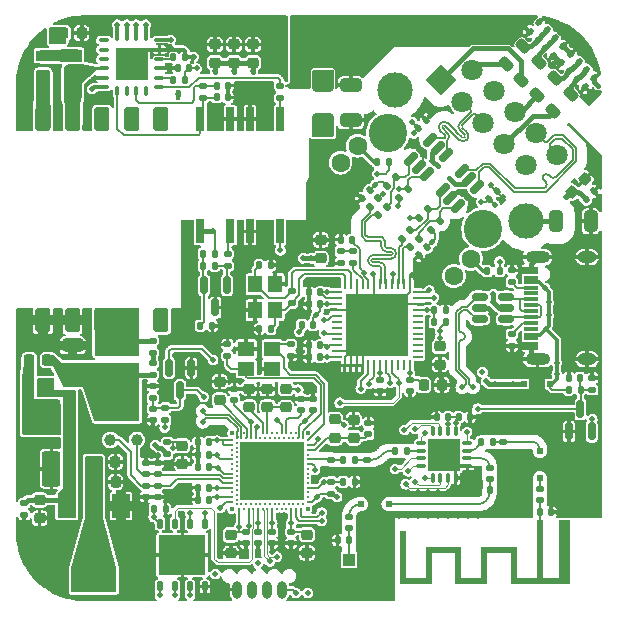
<source format=gbr>
%TF.GenerationSoftware,KiCad,Pcbnew,(6.0.9)*%
%TF.CreationDate,2022-11-20T21:59:20+01:00*%
%TF.ProjectId,repeat-hw,72657065-6174-42d6-9877-2e6b69636164,rev?*%
%TF.SameCoordinates,Original*%
%TF.FileFunction,Copper,L1,Top*%
%TF.FilePolarity,Positive*%
%FSLAX46Y46*%
G04 Gerber Fmt 4.6, Leading zero omitted, Abs format (unit mm)*
G04 Created by KiCad (PCBNEW (6.0.9)) date 2022-11-20 21:59:20*
%MOMM*%
%LPD*%
G01*
G04 APERTURE LIST*
G04 Aperture macros list*
%AMRoundRect*
0 Rectangle with rounded corners*
0 $1 Rounding radius*
0 $2 $3 $4 $5 $6 $7 $8 $9 X,Y pos of 4 corners*
0 Add a 4 corners polygon primitive as box body*
4,1,4,$2,$3,$4,$5,$6,$7,$8,$9,$2,$3,0*
0 Add four circle primitives for the rounded corners*
1,1,$1+$1,$2,$3*
1,1,$1+$1,$4,$5*
1,1,$1+$1,$6,$7*
1,1,$1+$1,$8,$9*
0 Add four rect primitives between the rounded corners*
20,1,$1+$1,$2,$3,$4,$5,0*
20,1,$1+$1,$4,$5,$6,$7,0*
20,1,$1+$1,$6,$7,$8,$9,0*
20,1,$1+$1,$8,$9,$2,$3,0*%
%AMRotRect*
0 Rectangle, with rotation*
0 The origin of the aperture is its center*
0 $1 length*
0 $2 width*
0 $3 Rotation angle, in degrees counterclockwise*
0 Add horizontal line*
21,1,$1,$2,0,0,$3*%
G04 Aperture macros list end*
%TA.AperFunction,SMDPad,CuDef*%
%ADD10C,1.000000*%
%TD*%
%TA.AperFunction,SMDPad,CuDef*%
%ADD11RoundRect,0.225000X0.250000X-0.225000X0.250000X0.225000X-0.250000X0.225000X-0.250000X-0.225000X0*%
%TD*%
%TA.AperFunction,SMDPad,CuDef*%
%ADD12RoundRect,0.135000X0.185000X-0.135000X0.185000X0.135000X-0.185000X0.135000X-0.185000X-0.135000X0*%
%TD*%
%TA.AperFunction,SMDPad,CuDef*%
%ADD13R,1.500000X2.400000*%
%TD*%
%TA.AperFunction,SMDPad,CuDef*%
%ADD14R,1.500000X1.050000*%
%TD*%
%TA.AperFunction,SMDPad,CuDef*%
%ADD15RoundRect,0.135000X0.035355X-0.226274X0.226274X-0.035355X-0.035355X0.226274X-0.226274X0.035355X0*%
%TD*%
%TA.AperFunction,SMDPad,CuDef*%
%ADD16RoundRect,0.140000X-0.219203X-0.021213X-0.021213X-0.219203X0.219203X0.021213X0.021213X0.219203X0*%
%TD*%
%TA.AperFunction,SMDPad,CuDef*%
%ADD17RoundRect,0.140000X0.140000X0.170000X-0.140000X0.170000X-0.140000X-0.170000X0.140000X-0.170000X0*%
%TD*%
%TA.AperFunction,SMDPad,CuDef*%
%ADD18RoundRect,0.135000X-0.035355X0.226274X-0.226274X0.035355X0.035355X-0.226274X0.226274X-0.035355X0*%
%TD*%
%TA.AperFunction,SMDPad,CuDef*%
%ADD19RoundRect,0.150000X-0.256326X-0.468458X0.468458X0.256326X0.256326X0.468458X-0.468458X-0.256326X0*%
%TD*%
%TA.AperFunction,SMDPad,CuDef*%
%ADD20RoundRect,0.218750X-0.114905X0.424264X-0.424264X0.114905X0.114905X-0.424264X0.424264X-0.114905X0*%
%TD*%
%TA.AperFunction,SMDPad,CuDef*%
%ADD21RoundRect,0.140000X-0.170000X0.140000X-0.170000X-0.140000X0.170000X-0.140000X0.170000X0.140000X0*%
%TD*%
%TA.AperFunction,SMDPad,CuDef*%
%ADD22RoundRect,0.140000X-0.140000X-0.170000X0.140000X-0.170000X0.140000X0.170000X-0.140000X0.170000X0*%
%TD*%
%TA.AperFunction,SMDPad,CuDef*%
%ADD23RoundRect,0.135000X-0.135000X-0.185000X0.135000X-0.185000X0.135000X0.185000X-0.135000X0.185000X0*%
%TD*%
%TA.AperFunction,SMDPad,CuDef*%
%ADD24RoundRect,0.225000X-0.250000X0.225000X-0.250000X-0.225000X0.250000X-0.225000X0.250000X0.225000X0*%
%TD*%
%TA.AperFunction,SMDPad,CuDef*%
%ADD25RoundRect,0.250000X0.650000X-0.325000X0.650000X0.325000X-0.650000X0.325000X-0.650000X-0.325000X0*%
%TD*%
%TA.AperFunction,SMDPad,CuDef*%
%ADD26RoundRect,0.225000X-0.225000X-0.250000X0.225000X-0.250000X0.225000X0.250000X-0.225000X0.250000X0*%
%TD*%
%TA.AperFunction,SMDPad,CuDef*%
%ADD27RoundRect,0.140000X0.170000X-0.140000X0.170000X0.140000X-0.170000X0.140000X-0.170000X-0.140000X0*%
%TD*%
%TA.AperFunction,SMDPad,CuDef*%
%ADD28R,1.200000X0.900000*%
%TD*%
%TA.AperFunction,SMDPad,CuDef*%
%ADD29C,0.400000*%
%TD*%
%TA.AperFunction,SMDPad,CuDef*%
%ADD30C,0.200000*%
%TD*%
%TA.AperFunction,SMDPad,CuDef*%
%ADD31R,5.400000X5.000000*%
%TD*%
%TA.AperFunction,SMDPad,CuDef*%
%ADD32R,0.640000X2.000000*%
%TD*%
%TA.AperFunction,SMDPad,CuDef*%
%ADD33RoundRect,0.135000X-0.185000X0.135000X-0.185000X-0.135000X0.185000X-0.135000X0.185000X0.135000X0*%
%TD*%
%TA.AperFunction,SMDPad,CuDef*%
%ADD34RoundRect,0.150000X-0.150000X0.587500X-0.150000X-0.587500X0.150000X-0.587500X0.150000X0.587500X0*%
%TD*%
%TA.AperFunction,SMDPad,CuDef*%
%ADD35RoundRect,0.140000X0.219203X0.021213X0.021213X0.219203X-0.219203X-0.021213X-0.021213X-0.219203X0*%
%TD*%
%TA.AperFunction,ConnectorPad*%
%ADD36R,0.500000X0.500000*%
%TD*%
%TA.AperFunction,ComponentPad*%
%ADD37R,0.900000X0.500000*%
%TD*%
%TA.AperFunction,SMDPad,CuDef*%
%ADD38R,0.500000X0.500000*%
%TD*%
%TA.AperFunction,SMDPad,CuDef*%
%ADD39R,1.150000X0.300000*%
%TD*%
%TA.AperFunction,ComponentPad*%
%ADD40O,2.100000X1.000000*%
%TD*%
%TA.AperFunction,ComponentPad*%
%ADD41O,1.600000X1.000000*%
%TD*%
%TA.AperFunction,SMDPad,CuDef*%
%ADD42RoundRect,0.062500X-0.062500X0.337500X-0.062500X-0.337500X0.062500X-0.337500X0.062500X0.337500X0*%
%TD*%
%TA.AperFunction,SMDPad,CuDef*%
%ADD43RoundRect,0.062500X-0.337500X0.062500X-0.337500X-0.062500X0.337500X-0.062500X0.337500X0.062500X0*%
%TD*%
%TA.AperFunction,SMDPad,CuDef*%
%ADD44R,5.300000X5.300000*%
%TD*%
%TA.AperFunction,SMDPad,CuDef*%
%ADD45RoundRect,0.218750X0.256250X-0.218750X0.256250X0.218750X-0.256250X0.218750X-0.256250X-0.218750X0*%
%TD*%
%TA.AperFunction,SMDPad,CuDef*%
%ADD46O,0.300000X0.950000*%
%TD*%
%TA.AperFunction,SMDPad,CuDef*%
%ADD47O,0.950000X0.300000*%
%TD*%
%TA.AperFunction,SMDPad,CuDef*%
%ADD48R,2.750000X2.750000*%
%TD*%
%TA.AperFunction,SMDPad,CuDef*%
%ADD49O,0.800000X1.500000*%
%TD*%
%TA.AperFunction,SMDPad,CuDef*%
%ADD50RoundRect,0.250000X-0.550000X1.250000X-0.550000X-1.250000X0.550000X-1.250000X0.550000X1.250000X0*%
%TD*%
%TA.AperFunction,SMDPad,CuDef*%
%ADD51RoundRect,0.135000X0.135000X0.185000X-0.135000X0.185000X-0.135000X-0.185000X0.135000X-0.185000X0*%
%TD*%
%TA.AperFunction,SMDPad,CuDef*%
%ADD52R,1.000000X1.050000*%
%TD*%
%TA.AperFunction,SMDPad,CuDef*%
%ADD53R,1.050000X2.200000*%
%TD*%
%TA.AperFunction,SMDPad,CuDef*%
%ADD54RoundRect,0.225000X0.017678X-0.335876X0.335876X-0.017678X-0.017678X0.335876X-0.335876X0.017678X0*%
%TD*%
%TA.AperFunction,SMDPad,CuDef*%
%ADD55RoundRect,0.250000X0.325000X0.650000X-0.325000X0.650000X-0.325000X-0.650000X0.325000X-0.650000X0*%
%TD*%
%TA.AperFunction,SMDPad,CuDef*%
%ADD56RoundRect,0.125000X0.125000X-0.262500X0.125000X0.262500X-0.125000X0.262500X-0.125000X-0.262500X0*%
%TD*%
%TA.AperFunction,SMDPad,CuDef*%
%ADD57R,4.000000X3.400000*%
%TD*%
%TA.AperFunction,SMDPad,CuDef*%
%ADD58RoundRect,0.127000X-0.508000X0.888000X-0.508000X-0.888000X0.508000X-0.888000X0.508000X0.888000X0*%
%TD*%
%TA.AperFunction,SMDPad,CuDef*%
%ADD59RoundRect,0.140000X-0.021213X0.219203X-0.219203X0.021213X0.021213X-0.219203X0.219203X-0.021213X0*%
%TD*%
%TA.AperFunction,SMDPad,CuDef*%
%ADD60R,1.400000X1.200000*%
%TD*%
%TA.AperFunction,SMDPad,CuDef*%
%ADD61R,1.500000X2.000000*%
%TD*%
%TA.AperFunction,SMDPad,CuDef*%
%ADD62R,3.800000X2.000000*%
%TD*%
%TA.AperFunction,SMDPad,CuDef*%
%ADD63R,1.600000X1.440000*%
%TD*%
%TA.AperFunction,SMDPad,CuDef*%
%ADD64R,3.800000X4.960000*%
%TD*%
%TA.AperFunction,SMDPad,CuDef*%
%ADD65RoundRect,0.150000X0.150000X-0.587500X0.150000X0.587500X-0.150000X0.587500X-0.150000X-0.587500X0*%
%TD*%
%TA.AperFunction,SMDPad,CuDef*%
%ADD66R,1.200000X1.400000*%
%TD*%
%TA.AperFunction,SMDPad,CuDef*%
%ADD67R,0.580000X0.500000*%
%TD*%
%TA.AperFunction,SMDPad,CuDef*%
%ADD68R,0.800000X0.750000*%
%TD*%
%TA.AperFunction,SMDPad,CuDef*%
%ADD69RoundRect,0.150000X-0.512500X-0.150000X0.512500X-0.150000X0.512500X0.150000X-0.512500X0.150000X0*%
%TD*%
%TA.AperFunction,SMDPad,CuDef*%
%ADD70R,0.500000X0.580000*%
%TD*%
%TA.AperFunction,SMDPad,CuDef*%
%ADD71R,0.750000X0.800000*%
%TD*%
%TA.AperFunction,SMDPad,CuDef*%
%ADD72RoundRect,0.075000X0.337500X0.075000X-0.337500X0.075000X-0.337500X-0.075000X0.337500X-0.075000X0*%
%TD*%
%TA.AperFunction,SMDPad,CuDef*%
%ADD73RoundRect,0.075000X0.075000X0.337500X-0.075000X0.337500X-0.075000X-0.337500X0.075000X-0.337500X0*%
%TD*%
%TA.AperFunction,ComponentPad*%
%ADD74C,0.500000*%
%TD*%
%TA.AperFunction,SMDPad,CuDef*%
%ADD75R,2.700000X2.700000*%
%TD*%
%TA.AperFunction,SMDPad,CuDef*%
%ADD76RoundRect,0.140000X0.021213X-0.219203X0.219203X-0.021213X-0.021213X0.219203X-0.219203X0.021213X0*%
%TD*%
%TA.AperFunction,WasherPad*%
%ADD77C,3.250000*%
%TD*%
%TA.AperFunction,ComponentPad*%
%ADD78RotRect,1.800000X1.800000X135.000000*%
%TD*%
%TA.AperFunction,ComponentPad*%
%ADD79C,1.800000*%
%TD*%
%TA.AperFunction,ComponentPad*%
%ADD80C,1.600000*%
%TD*%
%TA.AperFunction,ComponentPad*%
%ADD81C,3.000000*%
%TD*%
%TA.AperFunction,ViaPad*%
%ADD82C,0.500000*%
%TD*%
%TA.AperFunction,ViaPad*%
%ADD83C,0.300000*%
%TD*%
%TA.AperFunction,Conductor*%
%ADD84C,0.200000*%
%TD*%
%TA.AperFunction,Conductor*%
%ADD85C,0.400000*%
%TD*%
%TA.AperFunction,Conductor*%
%ADD86C,0.300000*%
%TD*%
%TA.AperFunction,Conductor*%
%ADD87C,0.162300*%
%TD*%
%TA.AperFunction,Conductor*%
%ADD88C,0.100000*%
%TD*%
%TA.AperFunction,Conductor*%
%ADD89C,0.150000*%
%TD*%
G04 APERTURE END LIST*
%TO.C,AE1*%
G36*
X172900000Y-127925000D02*
G01*
X172900000Y-125285000D01*
X170900000Y-125285000D01*
X170900000Y-127925000D01*
X168200000Y-127925000D01*
X168200000Y-125285000D01*
X166200000Y-125285000D01*
X166200000Y-127925000D01*
X163500000Y-127925000D01*
X163500000Y-123485000D01*
X164000000Y-123485000D01*
X164000000Y-127425000D01*
X165700000Y-127425000D01*
X165700000Y-124785000D01*
X168700000Y-124785000D01*
X168700000Y-127425000D01*
X170400000Y-127425000D01*
X170400000Y-124785000D01*
X173400000Y-124785000D01*
X173400000Y-127425000D01*
X175100000Y-127425000D01*
X175100000Y-122525000D01*
X175600000Y-122525000D01*
X175600000Y-127425000D01*
X177000000Y-127425000D01*
X177000000Y-122783158D01*
X177301778Y-122783158D01*
X177310218Y-122831417D01*
X177327112Y-122863643D01*
X177362372Y-122896313D01*
X177407682Y-122916408D01*
X177457267Y-122922982D01*
X177505353Y-122915092D01*
X177538245Y-122898186D01*
X177573185Y-122861416D01*
X177592847Y-122816622D01*
X177597583Y-122768215D01*
X177587742Y-122720605D01*
X177563674Y-122678203D01*
X177525731Y-122645419D01*
X177517819Y-122641065D01*
X177475156Y-122628957D01*
X177426637Y-122629700D01*
X177381122Y-122642600D01*
X177362511Y-122653213D01*
X177328868Y-122688447D01*
X177308309Y-122733632D01*
X177301778Y-122783158D01*
X177000000Y-122783158D01*
X177000000Y-122525000D01*
X177900000Y-122525000D01*
X177900000Y-127925000D01*
X172900000Y-127925000D01*
G37*
%TD*%
D10*
%TO.P,TP4,1,1*%
%TO.N,/NFC2*%
X139000000Y-115750000D03*
%TD*%
%TO.P,TP3,1,1*%
%TO.N,/NFC1*%
X141250000Y-115750000D03*
%TD*%
D11*
%TO.P,C46,1*%
%TO.N,+1V2*%
X156800000Y-100375000D03*
%TO.P,C46,2*%
%TO.N,GND*%
X156800000Y-98825000D03*
%TD*%
D12*
%TO.P,R21,1*%
%TO.N,/USENSE_POE*%
X142600000Y-112210000D03*
%TO.P,R21,2*%
%TO.N,GND*%
X142600000Y-111190000D03*
%TD*%
D13*
%TO.P,D6,1,K*%
%TO.N,Net-(D6-Pad1)*%
X135800000Y-85580000D03*
D14*
%TO.P,D6,2,A*%
%TO.N,Net-(D5-Pad2)*%
X135800000Y-83205000D03*
%TD*%
D12*
%TO.P,R8,1*%
%TO.N,/W5100 + PoE/5V*%
X143650000Y-114060000D03*
%TO.P,R8,2*%
%TO.N,/USENSE_POE*%
X143650000Y-113040000D03*
%TD*%
D15*
%TO.P,R18,1*%
%TO.N,/W5100 + PoE/ESD_RD+*%
X160971466Y-96021427D03*
%TO.P,R18,2*%
%TO.N,/W5100 + PoE/RD+*%
X161692714Y-95300179D03*
%TD*%
D16*
%TO.P,C49,1*%
%TO.N,Net-(C48-Pad2)*%
X178523940Y-85214752D03*
%TO.P,C49,2*%
%TO.N,Earth*%
X179202762Y-85893574D03*
%TD*%
D17*
%TO.P,C25,1*%
%TO.N,Net-(C25-Pad1)*%
X152580000Y-106360000D03*
%TO.P,C25,2*%
%TO.N,GND*%
X151620000Y-106360000D03*
%TD*%
D18*
%TO.P,R29,1*%
%TO.N,/W5100 + PoE/TD+*%
X165877638Y-96232412D03*
%TO.P,R29,2*%
%TO.N,Net-(C74-Pad1)*%
X165156390Y-96953660D03*
%TD*%
D19*
%TO.P,U11,1,I/O1*%
%TO.N,/W5100 + PoE/TD+*%
X167123915Y-94632583D03*
%TO.P,U11,2,GND*%
%TO.N,GND*%
X167795666Y-95304334D03*
%TO.P,U11,3,I/O2*%
%TO.N,/W5100 + PoE/TD-*%
X168467417Y-95976085D03*
%TO.P,U11,4,I/O2*%
%TO.N,/W5100 + PoE/CON_TD-*%
X170076085Y-94367417D03*
%TO.P,U11,5,VBUS*%
%TO.N,+3V3A*%
X169404334Y-93695666D03*
%TO.P,U11,6,I/O1*%
%TO.N,/W5100 + PoE/CON_TD+*%
X168732583Y-93023915D03*
%TD*%
D20*
%TO.P,FB4,1*%
%TO.N,Net-(C54-Pad2)*%
X175301301Y-83742202D03*
%TO.P,FB4,2*%
%TO.N,Net-(FB4-Pad2)*%
X173798699Y-85244804D03*
%TD*%
D21*
%TO.P,C17,1*%
%TO.N,+3V3*%
X150500000Y-123520000D03*
%TO.P,C17,2*%
%TO.N,GND*%
X150500000Y-124480000D03*
%TD*%
D22*
%TO.P,C81,1*%
%TO.N,+3V3*%
X142720000Y-121600000D03*
%TO.P,C81,2*%
%TO.N,GND*%
X143680000Y-121600000D03*
%TD*%
D23*
%TO.P,R25,1*%
%TO.N,Net-(J2-Pad13)*%
X161590000Y-92200000D03*
%TO.P,R25,2*%
%TO.N,+3V3A*%
X162610000Y-92200000D03*
%TD*%
D24*
%TO.P,C57,1*%
%TO.N,+5V*%
X133000000Y-120825000D03*
%TO.P,C57,2*%
%TO.N,GND*%
X133000000Y-122375000D03*
%TD*%
D23*
%TO.P,R10,1*%
%TO.N,Net-(C30-Pad1)*%
X146620000Y-106100000D03*
%TO.P,R10,2*%
%TO.N,GND*%
X147640000Y-106100000D03*
%TD*%
D11*
%TO.P,C33,1*%
%TO.N,Net-(C28-Pad2)*%
X149460000Y-83815000D03*
%TO.P,C33,2*%
%TO.N,Net-(C31-Pad2)*%
X149460000Y-82265000D03*
%TD*%
D25*
%TO.P,C27,1*%
%TO.N,Net-(C27-Pad1)*%
X135800000Y-110695000D03*
%TO.P,C27,2*%
%TO.N,GND*%
X135800000Y-107745000D03*
%TD*%
D26*
%TO.P,C70,1*%
%TO.N,+3V3*%
X137875000Y-117600000D03*
%TO.P,C70,2*%
%TO.N,GND*%
X139425000Y-117600000D03*
%TD*%
D17*
%TO.P,C22,1*%
%TO.N,+3V3*%
X147380000Y-119800000D03*
%TO.P,C22,2*%
%TO.N,GND*%
X146420000Y-119800000D03*
%TD*%
D27*
%TO.P,C83,1*%
%TO.N,+3V3*%
X156150000Y-113230000D03*
%TO.P,C83,2*%
%TO.N,GND*%
X156150000Y-112270000D03*
%TD*%
D17*
%TO.P,C15,1*%
%TO.N,+3V3*%
X147380000Y-115925000D03*
%TO.P,C15,2*%
%TO.N,GND*%
X146420000Y-115925000D03*
%TD*%
D28*
%TO.P,D5,1,K*%
%TO.N,Net-(C28-Pad2)*%
X133300000Y-86530000D03*
%TO.P,D5,2,A*%
%TO.N,Net-(D5-Pad2)*%
X133300000Y-83230000D03*
%TD*%
D21*
%TO.P,C20,1*%
%TO.N,+3V3*%
X152700000Y-123520000D03*
%TO.P,C20,2*%
%TO.N,GND*%
X152700000Y-124480000D03*
%TD*%
D15*
%TO.P,R19,1*%
%TO.N,/W5100 + PoE/ESD_TD-*%
X164378573Y-99428533D03*
%TO.P,R19,2*%
%TO.N,/W5100 + PoE/TD-*%
X165099821Y-98707285D03*
%TD*%
D29*
%TO.P,U1,*%
%TO.N,*%
X155700000Y-121600000D03*
X155700000Y-115200000D03*
X149300000Y-121600000D03*
X149300000Y-115200000D03*
D30*
%TO.P,U1,A5,VBUS*%
%TO.N,Net-(C1-Pad1)*%
X150300000Y-115200000D03*
%TO.P,U1,A13,DECA*%
%TO.N,Net-(C14-Pad1)*%
X151900000Y-115200000D03*
%TO.P,U1,A15,DECD*%
%TO.N,Net-(C12-Pad1)*%
X152300000Y-115200000D03*
%TO.P,U1,A17,P1.13*%
%TO.N,unconnected-(U1-PadA17)*%
X152700000Y-115200000D03*
%TO.P,U1,A19,VDD*%
%TO.N,+3V3*%
X153100000Y-115200000D03*
%TO.P,U1,A21,DCC*%
%TO.N,Net-(L1-Pad2)*%
X153500000Y-115200000D03*
%TO.P,U1,A23,DECN*%
%TO.N,Net-(C8-Pad1)*%
X153900000Y-115200000D03*
%TO.P,U1,A25*%
%TO.N,N/C*%
X154300000Y-115200000D03*
%TO.P,U1,A27,DECR*%
%TO.N,Net-(C11-Pad1)*%
X154700000Y-115200000D03*
%TO.P,U1,AA1,NFC2/P0.03*%
%TO.N,/NFC2*%
X149300000Y-119400000D03*
%TO.P,U1,AA31,SWDIO*%
%TO.N,/SWDIO*%
X155700000Y-119400000D03*
%TO.P,U1,AB2,AIN2/P0.06*%
%TO.N,unconnected-(U1-PadAB2)*%
X149700000Y-119600000D03*
%TO.P,U1,AC1,VDD*%
%TO.N,+3V3*%
X149300000Y-119800000D03*
%TO.P,U1,AC31,~{RESET}*%
%TO.N,/~{RESET}*%
X155700000Y-119800000D03*
%TO.P,U1,AD2,AIN3/P0.07*%
%TO.N,unconnected-(U1-PadAD2)*%
X149700000Y-120000000D03*
%TO.P,U1,AE1,TWI/P1.02*%
%TO.N,unconnected-(U1-PadAE1)*%
X149300000Y-120200000D03*
%TO.P,U1,AE31,AIN7/P0.28*%
%TO.N,unconnected-(U1-PadAE31)*%
X155700000Y-120200000D03*
%TO.P,U1,AF2,TWI/P1.03*%
%TO.N,unconnected-(U1-PadAF2)*%
X149700000Y-120400000D03*
%TO.P,U1,AG1,VDD*%
%TO.N,+3V3*%
X149300000Y-120600000D03*
%TO.P,U1,AG31*%
%TO.N,N/C*%
X155700000Y-120600000D03*
%TO.P,U1,AH2,SCK/TRACEDATA3/P0.08*%
%TO.N,/SPIM_CLK*%
X149700000Y-120800000D03*
%TO.P,U1,AJ1,MOSI/TRACEDATA2/P0.09*%
%TO.N,/SPIM_MOSI*%
X149300000Y-121000000D03*
%TO.P,U1,AJ31,VDD*%
%TO.N,+3V3*%
X155700000Y-121000000D03*
%TO.P,U1,AK2,MISO/TRACEDATA1/P0.10*%
%TO.N,/SPIM_MISO*%
X149700000Y-121200000D03*
%TO.P,U1,AK4,CSN/TRACEDATA0/P0.11*%
%TO.N,/~{ETH_CS}*%
X150100000Y-121200000D03*
%TO.P,U1,AK6,DCX/TRACECLK/P0.12*%
%TO.N,unconnected-(U1-PadAK6)*%
X150500000Y-121200000D03*
%TO.P,U1,AK8,IO1/P0.14*%
%TO.N,/QSPI1*%
X150900000Y-121200000D03*
%TO.P,U1,AK10,IO2/P0.15*%
%TO.N,/QSPI2*%
X151300000Y-121200000D03*
%TO.P,U1,AK12,SCK/P0.17*%
%TO.N,/QSPI_CLK*%
X151700000Y-121200000D03*
%TO.P,U1,AK14,CSN/P0.18*%
%TO.N,/~{QSPI_CS}*%
X152100000Y-121200000D03*
%TO.P,U1,AK16,P0.20*%
%TO.N,/~{ETH_RST}*%
X152500000Y-121200000D03*
%TO.P,U1,AK18,P0.22*%
%TO.N,/FEM_MODE*%
X152900000Y-121200000D03*
%TO.P,U1,AK20,P0.23*%
%TO.N,/FEM_RXEN*%
X153300000Y-121200000D03*
%TO.P,U1,AK22,P1.05*%
%TO.N,unconnected-(U1-PadAK22)*%
X153700000Y-121200000D03*
%TO.P,U1,AK24,P1.07*%
%TO.N,unconnected-(U1-PadAK24)*%
X154100000Y-121200000D03*
%TO.P,U1,AK26,P1.09*%
%TO.N,unconnected-(U1-PadAK26)*%
X154500000Y-121200000D03*
%TO.P,U1,AK28,AIN4/P0.25*%
%TO.N,/FEM_ANTSEL*%
X154900000Y-121200000D03*
%TO.P,U1,AK30,AIN6/P0.27*%
%TO.N,unconnected-(U1-PadAK30)*%
X155300000Y-121200000D03*
%TO.P,U1,AL3,VDD*%
%TO.N,+3V3*%
X149900000Y-121600000D03*
%TO.P,U1,AL5,IO0/P0.13*%
%TO.N,/QSPI0*%
X150300000Y-121600000D03*
%TO.P,U1,AL7,VDD*%
%TO.N,+3V3*%
X150700000Y-121600000D03*
%TO.P,U1,AL9,IO3/P0.16*%
%TO.N,/QSPI3*%
X151100000Y-121600000D03*
%TO.P,U1,AL11,VDD*%
%TO.N,+3V3*%
X151500000Y-121600000D03*
%TO.P,U1,AL13,P0.19*%
%TO.N,/~{ETH_INT}*%
X151900000Y-121600000D03*
%TO.P,U1,AL15,P0.21*%
%TO.N,/~{FEM_CS}*%
X152300000Y-121600000D03*
%TO.P,U1,AL17,VDD*%
%TO.N,+3V3*%
X152700000Y-121600000D03*
%TO.P,U1,AL19,P1.04*%
%TO.N,unconnected-(U1-PadAL19)*%
X153100000Y-121600000D03*
%TO.P,U1,AL21,P1.06*%
%TO.N,unconnected-(U1-PadAL21)*%
X153500000Y-121600000D03*
%TO.P,U1,AL23,P1.08*%
%TO.N,unconnected-(U1-PadAL23)*%
X153900000Y-121600000D03*
%TO.P,U1,AL25,VDD*%
%TO.N,+3V3*%
X154300000Y-121600000D03*
%TO.P,U1,AL27,P0.24*%
%TO.N,/FEM_TXEN*%
X154700000Y-121600000D03*
%TO.P,U1,AL29,AIN5/P0.26*%
%TO.N,/~{FEM_PDN}*%
X155100000Y-121600000D03*
%TO.P,U1,B2,D+*%
%TO.N,/ESD_D+*%
X149700000Y-115600000D03*
%TO.P,U1,B4,D-*%
%TO.N,/ESD_D-*%
X150100000Y-115600000D03*
%TO.P,U1,B6,DECUSB*%
%TO.N,Net-(C3-Pad1)*%
X150500000Y-115600000D03*
%TO.P,U1,B8,VDD*%
%TO.N,+3V3*%
X150900000Y-115600000D03*
%TO.P,U1,B10,DCCD*%
%TO.N,Net-(L3-Pad2)*%
X151300000Y-115600000D03*
%TO.P,U1,B12*%
%TO.N,N/C*%
X151700000Y-115600000D03*
%TO.P,U1,B14,P1.15*%
%TO.N,unconnected-(U1-PadB14)*%
X152100000Y-115600000D03*
%TO.P,U1,B16,P1.14*%
%TO.N,unconnected-(U1-PadB16)*%
X152500000Y-115600000D03*
%TO.P,U1,B18,P1.12*%
%TO.N,unconnected-(U1-PadB18)*%
X152900000Y-115600000D03*
%TO.P,U1,B20,P1.11*%
%TO.N,unconnected-(U1-PadB20)*%
X153300000Y-115600000D03*
%TO.P,U1,B22,P0.31*%
%TO.N,unconnected-(U1-PadB22)*%
X153700000Y-115600000D03*
%TO.P,U1,B24,P0.30*%
%TO.N,/PLOSS*%
X154100000Y-115600000D03*
%TO.P,U1,B26*%
%TO.N,N/C*%
X154500000Y-115600000D03*
%TO.P,U1,B28,VDD*%
%TO.N,+3V3*%
X154900000Y-115600000D03*
%TO.P,U1,B30,XC2*%
%TO.N,Net-(C9-Pad1)*%
X155300000Y-115600000D03*
%TO.P,U1,C1,VDD*%
%TO.N,+3V3*%
X149300000Y-115800000D03*
%TO.P,U1,C31,XC1*%
%TO.N,Net-(C4-Pad1)*%
X155700000Y-115800000D03*
%TO.P,U1,D2*%
%TO.N,N/C*%
X149700000Y-116000000D03*
%TO.P,U1,E1,VDDH*%
%TO.N,+3V3*%
X149300000Y-116200000D03*
%TO.P,U1,E31,VDD*%
X155700000Y-116200000D03*
D31*
%TO.P,U1,EP,VSS*%
%TO.N,GND*%
X152700000Y-118400000D03*
D30*
%TO.P,U1,F2*%
%TO.N,N/C*%
X149700000Y-116400000D03*
%TO.P,U1,G1*%
X149300000Y-116600000D03*
%TO.P,U1,G31,DECRF*%
%TO.N,Net-(C11-Pad1)*%
X155700000Y-116600000D03*
%TO.P,U1,H2*%
%TO.N,N/C*%
X149700000Y-116800000D03*
%TO.P,U1,J1,DCCH*%
%TO.N,unconnected-(U1-PadJ1)*%
X149300000Y-117000000D03*
%TO.P,U1,J31*%
%TO.N,N/C*%
X155700000Y-117000000D03*
%TO.P,U1,K2*%
X149700000Y-117200000D03*
%TO.P,U1,L1,VDD*%
%TO.N,+3V3*%
X149300000Y-117400000D03*
%TO.P,U1,L31,ANT*%
%TO.N,Net-(C13-Pad1)*%
X155700000Y-117400000D03*
%TO.P,U1,M2,P1.00*%
%TO.N,unconnected-(U1-PadM2)*%
X149700000Y-117600000D03*
%TO.P,U1,N1,XL1/P0.00*%
%TO.N,unconnected-(U1-PadN1)*%
X149300000Y-117800000D03*
%TO.P,U1,N31,VDD*%
%TO.N,+3V3*%
X155700000Y-117800000D03*
%TO.P,U1,P2,P1.01*%
%TO.N,unconnected-(U1-PadP2)*%
X149700000Y-118000000D03*
%TO.P,U1,R1,XL2/P0.01*%
%TO.N,unconnected-(U1-PadR1)*%
X149300000Y-118200000D03*
%TO.P,U1,R31,P1.10*%
%TO.N,unconnected-(U1-PadR31)*%
X155700000Y-118200000D03*
%TO.P,U1,T2*%
%TO.N,N/C*%
X149700000Y-118400000D03*
%TO.P,U1,U1,VDD*%
%TO.N,+3V3*%
X149300000Y-118600000D03*
%TO.P,U1,U31,P0.29*%
%TO.N,unconnected-(U1-PadU31)*%
X155700000Y-118600000D03*
%TO.P,U1,V2,AIN0/P0.04*%
%TO.N,/USENSE_USB*%
X149700000Y-118800000D03*
%TO.P,U1,W1,NFC1/P0.02*%
%TO.N,/NFC1*%
X149300000Y-119000000D03*
%TO.P,U1,W31,SWDCLK*%
%TO.N,/SWDCLK*%
X155700000Y-119000000D03*
%TO.P,U1,Y2,AIN1/P0.05*%
%TO.N,/USENSE_POE*%
X149700000Y-119200000D03*
%TD*%
D32*
%TO.P,U5,1*%
%TO.N,/W5100 + PoE/5V*%
X146630000Y-98090000D03*
%TO.P,U5,2*%
%TO.N,Net-(R11-Pad1)*%
X149170000Y-98090000D03*
%TO.P,U5,3*%
%TO.N,Net-(C31-Pad2)*%
X149170000Y-88590000D03*
%TO.P,U5,4*%
%TO.N,Net-(C34-Pad1)*%
X146630000Y-88590000D03*
%TD*%
D15*
%TO.P,R20,1*%
%TO.N,/W5100 + PoE/ESD_TD+*%
X163671466Y-98721427D03*
%TO.P,R20,2*%
%TO.N,/W5100 + PoE/TD+*%
X164392714Y-98000179D03*
%TD*%
D17*
%TO.P,L2,1,1*%
%TO.N,Net-(C5-Pad1)*%
X159680000Y-117420000D03*
%TO.P,L2,2,2*%
%TO.N,Net-(C13-Pad1)*%
X158720000Y-117420000D03*
%TD*%
D27*
%TO.P,C9,1*%
%TO.N,Net-(C9-Pad1)*%
X148900000Y-108630000D03*
%TO.P,C9,2*%
%TO.N,GND*%
X148900000Y-107670000D03*
%TD*%
D21*
%TO.P,C2,1*%
%TO.N,/USENSE_POE*%
X142600000Y-113110000D03*
%TO.P,C2,2*%
%TO.N,GND*%
X142600000Y-114070000D03*
%TD*%
D27*
%TO.P,C8,1*%
%TO.N,Net-(C8-Pad1)*%
X155150000Y-113230000D03*
%TO.P,C8,2*%
%TO.N,GND*%
X155150000Y-112270000D03*
%TD*%
D21*
%TO.P,C7,1*%
%TO.N,+5V*%
X131700000Y-121120000D03*
%TO.P,C7,2*%
%TO.N,GND*%
X131700000Y-122080000D03*
%TD*%
D26*
%TO.P,C32,1*%
%TO.N,Net-(C28-Pad2)*%
X135025000Y-81300000D03*
%TO.P,C32,2*%
%TO.N,Net-(C31-Pad2)*%
X136575000Y-81300000D03*
%TD*%
D22*
%TO.P,C36,1*%
%TO.N,Net-(C36-Pad1)*%
X147990000Y-85750000D03*
%TO.P,C36,2*%
%TO.N,Net-(C31-Pad2)*%
X148950000Y-85750000D03*
%TD*%
D27*
%TO.P,C84,1*%
%TO.N,+3V3*%
X149500000Y-112380000D03*
%TO.P,C84,2*%
%TO.N,GND*%
X149500000Y-111420000D03*
%TD*%
D16*
%TO.P,C50,1*%
%TO.N,Net-(C28-Pad2)*%
X177958255Y-83093432D03*
%TO.P,C50,2*%
%TO.N,Net-(C50-Pad2)*%
X178637077Y-83772254D03*
%TD*%
D17*
%TO.P,C23,1*%
%TO.N,/USENSE_USB*%
X178780000Y-110500000D03*
%TO.P,C23,2*%
%TO.N,GND*%
X177820000Y-110500000D03*
%TD*%
D26*
%TO.P,C58,1*%
%TO.N,+3V3*%
X137897500Y-119300000D03*
%TO.P,C58,2*%
%TO.N,GND*%
X139447500Y-119300000D03*
%TD*%
D33*
%TO.P,R7,1*%
%TO.N,Net-(C24-Pad1)*%
X154340000Y-103150000D03*
%TO.P,R7,2*%
%TO.N,Net-(C25-Pad1)*%
X154340000Y-104170000D03*
%TD*%
D34*
%TO.P,D4,1,K*%
%TO.N,GND*%
X145850000Y-109662500D03*
%TO.P,D4,2,A*%
%TO.N,+3V3*%
X143950000Y-109662500D03*
%TO.P,D4,3,K*%
%TO.N,/USENSE_POE*%
X144900000Y-111537500D03*
%TD*%
D17*
%TO.P,C67,1*%
%TO.N,+3V3*%
X167587500Y-113820000D03*
%TO.P,C67,2*%
%TO.N,GND*%
X166627500Y-113820000D03*
%TD*%
D21*
%TO.P,C80,1*%
%TO.N,/NFC2*%
X143000000Y-119620000D03*
%TO.P,C80,2*%
%TO.N,GND*%
X143000000Y-120580000D03*
%TD*%
%TO.P,C21,1*%
%TO.N,+3V3*%
X154300000Y-123520000D03*
%TO.P,C21,2*%
%TO.N,GND*%
X154300000Y-124480000D03*
%TD*%
D11*
%TO.P,C3,1*%
%TO.N,Net-(C3-Pad1)*%
X148250000Y-112375000D03*
%TO.P,C3,2*%
%TO.N,GND*%
X148250000Y-110825000D03*
%TD*%
D27*
%TO.P,C65,1*%
%TO.N,Net-(C65-Pad1)*%
X172262500Y-115900000D03*
%TO.P,C65,2*%
%TO.N,GND*%
X172262500Y-114940000D03*
%TD*%
%TO.P,L7,1,1*%
%TO.N,Net-(C64-Pad1)*%
X171100000Y-119080000D03*
%TO.P,L7,2,2*%
%TO.N,Net-(L7-Pad2)*%
X171100000Y-118120000D03*
%TD*%
D22*
%TO.P,FB2,1*%
%TO.N,+3V3*%
X155220000Y-106000000D03*
%TO.P,FB2,2*%
%TO.N,+3V3A*%
X156180000Y-106000000D03*
%TD*%
D35*
%TO.P,C54,1*%
%TO.N,Net-(C28-Pad2)*%
X177293574Y-82428751D03*
%TO.P,C54,2*%
%TO.N,Net-(C54-Pad2)*%
X176614752Y-81749929D03*
%TD*%
D36*
%TO.P,AE1,1*%
%TO.N,Net-(AE1-Pad1)*%
X175350000Y-122775000D03*
D37*
%TO.P,AE1,2*%
%TO.N,GND*%
X177450000Y-122775000D03*
%TD*%
D12*
%TO.P,R27,1*%
%TO.N,Net-(C69-Pad2)*%
X142600000Y-108360000D03*
%TO.P,R27,2*%
%TO.N,Net-(D7-Pad1)*%
X142600000Y-107340000D03*
%TD*%
D25*
%TO.P,C28,1*%
%TO.N,/W5100 + PoE/5V*%
X157000000Y-88675000D03*
%TO.P,C28,2*%
%TO.N,Net-(C28-Pad2)*%
X157000000Y-85725000D03*
%TD*%
D24*
%TO.P,C52,1*%
%TO.N,+1V2A*%
X166900000Y-107825000D03*
%TO.P,C52,2*%
%TO.N,GND*%
X166900000Y-109375000D03*
%TD*%
D11*
%TO.P,C14,1*%
%TO.N,Net-(C14-Pad1)*%
X150750000Y-112975000D03*
%TO.P,C14,2*%
%TO.N,GND*%
X150750000Y-111425000D03*
%TD*%
D35*
%TO.P,C45,1*%
%TO.N,Net-(C44-Pad2)*%
X175172254Y-81863066D03*
%TO.P,C45,2*%
%TO.N,Earth*%
X174493432Y-81184244D03*
%TD*%
D12*
%TO.P,R14,1*%
%TO.N,Net-(C34-Pad1)*%
X146850000Y-86770000D03*
%TO.P,R14,2*%
%TO.N,Net-(C36-Pad1)*%
X146850000Y-85750000D03*
%TD*%
D17*
%TO.P,L8,1,1*%
%TO.N,Net-(C65-Pad1)*%
X171362500Y-115900000D03*
%TO.P,L8,2,2*%
%TO.N,Net-(L8-Pad2)*%
X170402500Y-115900000D03*
%TD*%
D22*
%TO.P,FB1,1*%
%TO.N,+1V2*%
X166420000Y-105800000D03*
%TO.P,FB1,2*%
%TO.N,+1V2A*%
X167380000Y-105800000D03*
%TD*%
D38*
%TO.P,D3,1,K*%
%TO.N,+5V*%
X174035000Y-111020000D03*
%TO.P,D3,2,A*%
%TO.N,VBUS*%
X176235000Y-111020000D03*
%TD*%
D39*
%TO.P,J1,A1,GND*%
%TO.N,GND*%
X174615000Y-107950000D03*
%TO.P,J1,A4,VBUS*%
%TO.N,VBUS*%
X174615000Y-107150000D03*
%TO.P,J1,A5,CC1*%
%TO.N,Net-(J1-PadA5)*%
X174615000Y-105850000D03*
%TO.P,J1,A6,D+*%
%TO.N,/D+*%
X174615000Y-104850000D03*
%TO.P,J1,A7,D-*%
%TO.N,/D-*%
X174615000Y-104350000D03*
%TO.P,J1,A8,SBU1*%
%TO.N,unconnected-(J1-PadA8)*%
X174615000Y-103350000D03*
%TO.P,J1,A9,VBUS*%
%TO.N,VBUS*%
X174615000Y-102050000D03*
%TO.P,J1,A12,GND*%
%TO.N,GND*%
X174615000Y-101250000D03*
%TO.P,J1,B1,GND*%
X174615000Y-101550000D03*
%TO.P,J1,B4,VBUS*%
%TO.N,VBUS*%
X174615000Y-102350000D03*
%TO.P,J1,B5,CC2*%
%TO.N,Net-(J1-PadB5)*%
X174615000Y-102850000D03*
%TO.P,J1,B6,D+*%
%TO.N,/D+*%
X174615000Y-103850000D03*
%TO.P,J1,B7,D-*%
%TO.N,/D-*%
X174615000Y-105350000D03*
%TO.P,J1,B8,SBU2*%
%TO.N,unconnected-(J1-PadB8)*%
X174615000Y-106350000D03*
%TO.P,J1,B9,VBUS*%
%TO.N,VBUS*%
X174615000Y-106850000D03*
%TO.P,J1,B12,GND*%
%TO.N,GND*%
X174615000Y-107650000D03*
D40*
%TO.P,J1,S1,SHIELD*%
X175180000Y-108920000D03*
D41*
X179360000Y-100280000D03*
X179360000Y-108920000D03*
D40*
X175180000Y-100280000D03*
%TD*%
D17*
%TO.P,C53,1*%
%TO.N,+3V3A*%
X156780000Y-104250000D03*
%TO.P,C53,2*%
%TO.N,GND*%
X155820000Y-104250000D03*
%TD*%
D12*
%TO.P,R6,1*%
%TO.N,Net-(J1-PadB5)*%
X173000000Y-102410000D03*
%TO.P,R6,2*%
%TO.N,GND*%
X173000000Y-101390000D03*
%TD*%
D18*
%TO.P,R24,1*%
%TO.N,/W5100 + PoE/TD-*%
X166867588Y-97222361D03*
%TO.P,R24,2*%
%TO.N,Net-(C74-Pad1)*%
X166146340Y-97943609D03*
%TD*%
D42*
%TO.P,U3,1,GNDA*%
%TO.N,GND*%
X164350000Y-102550000D03*
%TO.P,U3,2,TXON*%
%TO.N,/W5100 + PoE/ESD_TD-*%
X163850000Y-102550000D03*
%TO.P,U3,3,TXOP*%
%TO.N,/W5100 + PoE/ESD_TD+*%
X163350000Y-102550000D03*
%TO.P,U3,4,1V2A*%
%TO.N,+1V2A*%
X162850000Y-102550000D03*
%TO.P,U3,5,RXIN*%
%TO.N,/W5100 + PoE/ESD_RD-*%
X162350000Y-102550000D03*
%TO.P,U3,6,RXIP*%
%TO.N,/W5100 + PoE/ESD_RD+*%
X161850000Y-102550000D03*
%TO.P,U3,7,GNDA*%
%TO.N,GND*%
X161350000Y-102550000D03*
%TO.P,U3,8,3V3A*%
%TO.N,+3V3A*%
X160850000Y-102550000D03*
%TO.P,U3,9,RSET_BG*%
%TO.N,Net-(R12-Pad1)*%
X160350000Y-102550000D03*
%TO.P,U3,10,GND*%
%TO.N,GND*%
X159850000Y-102550000D03*
%TO.P,U3,11,XSCO*%
%TO.N,Net-(C24-Pad1)*%
X159350000Y-102550000D03*
%TO.P,U3,12,XSCI*%
%TO.N,Net-(C25-Pad1)*%
X158850000Y-102550000D03*
D43*
%TO.P,U3,13,1V2D*%
%TO.N,+1V2*%
X158150000Y-103250000D03*
%TO.P,U3,14,1V2O*%
X158150000Y-103750000D03*
%TO.P,U3,15,3V3A*%
%TO.N,+3V3A*%
X158150000Y-104250000D03*
%TO.P,U3,16,GNDA*%
%TO.N,GND*%
X158150000Y-104750000D03*
%TO.P,U3,17,~{LNK}*%
%TO.N,/W5100 + PoE/LINK*%
X158150000Y-105250000D03*
%TO.P,U3,18,~{SPD}*%
%TO.N,unconnected-(U3-Pad18)*%
X158150000Y-105750000D03*
%TO.P,U3,19,~{DPX}*%
%TO.N,unconnected-(U3-Pad19)*%
X158150000Y-106250000D03*
%TO.P,U3,20,~{ACT}*%
%TO.N,/W5100 + PoE/ACT*%
X158150000Y-106750000D03*
%TO.P,U3,21,~{COL}*%
%TO.N,unconnected-(U3-Pad21)*%
X158150000Y-107250000D03*
%TO.P,U3,22,1V2D*%
%TO.N,+1V2*%
X158150000Y-107750000D03*
%TO.P,U3,23,GND*%
%TO.N,GND*%
X158150000Y-108250000D03*
%TO.P,U3,24,3V3D*%
%TO.N,+3V3*%
X158150000Y-108750000D03*
D42*
%TO.P,U3,25,MOD0*%
%TO.N,GND*%
X158850000Y-109450000D03*
%TO.P,U3,26,MOD1*%
X159350000Y-109450000D03*
%TO.P,U3,27,MOD2*%
X159850000Y-109450000D03*
%TO.P,U3,28,MOD3*%
X160350000Y-109450000D03*
%TO.P,U3,29,~{CS}*%
%TO.N,/~{ETH_CS}*%
X160850000Y-109450000D03*
%TO.P,U3,30,CLK*%
%TO.N,/SPIM_CLK*%
X161350000Y-109450000D03*
%TO.P,U3,31,1V2D*%
%TO.N,+1V2*%
X161850000Y-109450000D03*
%TO.P,U3,32,MOSI*%
%TO.N,/SPIM_MOSI*%
X162350000Y-109450000D03*
%TO.P,U3,33,MISO*%
%TO.N,/SPIM_MISO*%
X162850000Y-109450000D03*
%TO.P,U3,34,~{RD}*%
%TO.N,unconnected-(U3-Pad34)*%
X163350000Y-109450000D03*
%TO.P,U3,35,~{WR}*%
%TO.N,unconnected-(U3-Pad35)*%
X163850000Y-109450000D03*
%TO.P,U3,36,3V3D*%
%TO.N,+3V3*%
X164350000Y-109450000D03*
D43*
%TO.P,U3,37,DAT0*%
%TO.N,unconnected-(U3-Pad37)*%
X165050000Y-108750000D03*
%TO.P,U3,38,DAT1*%
%TO.N,unconnected-(U3-Pad38)*%
X165050000Y-108250000D03*
%TO.P,U3,39,DAT2*%
%TO.N,unconnected-(U3-Pad39)*%
X165050000Y-107750000D03*
%TO.P,U3,40,DAT3*%
%TO.N,unconnected-(U3-Pad40)*%
X165050000Y-107250000D03*
%TO.P,U3,41,DAT4*%
%TO.N,unconnected-(U3-Pad41)*%
X165050000Y-106750000D03*
%TO.P,U3,42,DAT5*%
%TO.N,unconnected-(U3-Pad42)*%
X165050000Y-106250000D03*
%TO.P,U3,43,DAT6*%
%TO.N,unconnected-(U3-Pad43)*%
X165050000Y-105750000D03*
%TO.P,U3,44,DAT7*%
%TO.N,unconnected-(U3-Pad44)*%
X165050000Y-105250000D03*
%TO.P,U3,45,1V2D*%
%TO.N,+1V2*%
X165050000Y-104750000D03*
%TO.P,U3,46,GND*%
%TO.N,GND*%
X165050000Y-104250000D03*
%TO.P,U3,47,~{INT}*%
%TO.N,/~{ETH_INT}*%
X165050000Y-103750000D03*
%TO.P,U3,48,~{RESET}*%
%TO.N,/~{ETH_RST}*%
X165050000Y-103250000D03*
D44*
%TO.P,U3,49,GND*%
%TO.N,GND*%
X161600000Y-106000000D03*
%TD*%
D17*
%TO.P,C43,1*%
%TO.N,+3V3*%
X156780000Y-108750000D03*
%TO.P,C43,2*%
%TO.N,GND*%
X155820000Y-108750000D03*
%TD*%
D12*
%TO.P,R12,1*%
%TO.N,Net-(R12-Pad1)*%
X159500000Y-100810000D03*
%TO.P,R12,2*%
%TO.N,Net-(R12-Pad2)*%
X159500000Y-99790000D03*
%TD*%
D38*
%TO.P,D2,1,K*%
%TO.N,+5V*%
X134000000Y-110800000D03*
%TO.P,D2,2,A*%
%TO.N,/W5100 + PoE/5V*%
X131800000Y-110800000D03*
%TD*%
D45*
%TO.P,L1,1,1*%
%TO.N,Net-(C11-Pad1)*%
X158000000Y-115587500D03*
%TO.P,L1,2,2*%
%TO.N,Net-(L1-Pad2)*%
X158000000Y-114012500D03*
%TD*%
D46*
%TO.P,U6,1,EROUT*%
%TO.N,Net-(C34-Pad1)*%
X139600000Y-86250000D03*
%TO.P,U6,2*%
%TO.N,N/C*%
X140400000Y-86250000D03*
%TO.P,U6,3,VDD*%
%TO.N,Net-(C36-Pad1)*%
X141200000Y-86250000D03*
%TO.P,U6,4*%
%TO.N,N/C*%
X142000000Y-86250000D03*
D47*
%TO.P,U6,5,~{PLOSS}*%
%TO.N,Net-(R28-Pad2)*%
X143150000Y-85900000D03*
%TO.P,U6,6,RDET*%
%TO.N,Net-(R15-Pad2)*%
X143150000Y-85100000D03*
%TO.P,U6,7,HSO*%
%TO.N,Net-(C31-Pad2)*%
X143150000Y-84300000D03*
%TO.P,U6,8,RCL*%
%TO.N,Net-(R16-Pad1)*%
X143150000Y-83500000D03*
%TO.P,U6,9,VNEG*%
%TO.N,Earth*%
X143150000Y-82700000D03*
%TO.P,U6,10,SP2*%
%TO.N,Net-(C44-Pad2)*%
X143150000Y-81900000D03*
D46*
%TO.P,U6,11,SP1*%
%TO.N,Net-(C48-Pad2)*%
X142000000Y-81550000D03*
%TO.P,U6,12,VPOSF*%
%TO.N,Net-(C28-Pad2)*%
X141200000Y-81550000D03*
%TO.P,U6,13,CT2*%
%TO.N,Net-(C50-Pad2)*%
X140400000Y-81550000D03*
%TO.P,U6,14,CT1*%
%TO.N,Net-(C54-Pad2)*%
X139600000Y-81550000D03*
D47*
%TO.P,U6,15,VSSA*%
%TO.N,unconnected-(U6-Pad15)*%
X138450000Y-81900000D03*
%TO.P,U6,16*%
%TO.N,N/C*%
X138450000Y-82700000D03*
%TO.P,U6,17*%
X138450000Y-83500000D03*
%TO.P,U6,18,SWO*%
%TO.N,Net-(D6-Pad1)*%
X138450000Y-84300000D03*
%TO.P,U6,19,VSS2*%
%TO.N,Net-(C31-Pad2)*%
X138450000Y-85100000D03*
%TO.P,U6,20,FB*%
%TO.N,Net-(C28-Pad2)*%
X138450000Y-85900000D03*
D48*
%TO.P,U6,21,VNEG*%
%TO.N,Earth*%
X140800000Y-83900000D03*
%TD*%
D12*
%TO.P,R1,1*%
%TO.N,VBUS*%
X143800000Y-116960000D03*
%TO.P,R1,2*%
%TO.N,Net-(C1-Pad1)*%
X143800000Y-115940000D03*
%TD*%
D49*
%TO.P,J4,1,Pin_1*%
%TO.N,+3V3*%
X153505000Y-128429500D03*
%TO.P,J4,2,Pin_2*%
%TO.N,unconnected-(J4-Pad2)*%
X152235000Y-128429500D03*
%TO.P,J4,3,Pin_3*%
%TO.N,unconnected-(J4-Pad3)*%
X150965000Y-128429500D03*
%TO.P,J4,4,Pin_4*%
%TO.N,GND*%
X149695000Y-128429500D03*
%TD*%
D17*
%TO.P,C40,1*%
%TO.N,+1V2*%
X156780000Y-107750000D03*
%TO.P,C40,2*%
%TO.N,GND*%
X155820000Y-107750000D03*
%TD*%
D24*
%TO.P,C72,1*%
%TO.N,+3V3*%
X155650000Y-123775000D03*
%TO.P,C72,2*%
%TO.N,GND*%
X155650000Y-125325000D03*
%TD*%
D22*
%TO.P,C34,1*%
%TO.N,Net-(C34-Pad1)*%
X147990000Y-86750000D03*
%TO.P,C34,2*%
%TO.N,Net-(C31-Pad2)*%
X148950000Y-86750000D03*
%TD*%
D50*
%TO.P,C26,1*%
%TO.N,/W5100 + PoE/5V*%
X134000000Y-113800000D03*
%TO.P,C26,2*%
%TO.N,GND*%
X134000000Y-118200000D03*
%TD*%
D21*
%TO.P,C13,1*%
%TO.N,Net-(C13-Pad1)*%
X157700000Y-117420000D03*
%TO.P,C13,2*%
%TO.N,GND*%
X157700000Y-118380000D03*
%TD*%
D51*
%TO.P,R15,1*%
%TO.N,Net-(C28-Pad2)*%
X145360000Y-85300000D03*
%TO.P,R15,2*%
%TO.N,Net-(R15-Pad2)*%
X144340000Y-85300000D03*
%TD*%
D22*
%TO.P,C38,1*%
%TO.N,+1V2*%
X166420000Y-104750000D03*
%TO.P,C38,2*%
%TO.N,GND*%
X167380000Y-104750000D03*
%TD*%
D24*
%TO.P,C71,1*%
%TO.N,+3V3*%
X149200000Y-123795000D03*
%TO.P,C71,2*%
%TO.N,GND*%
X149200000Y-125345000D03*
%TD*%
D27*
%TO.P,C11,1*%
%TO.N,Net-(C11-Pad1)*%
X160850000Y-115280000D03*
%TO.P,C11,2*%
%TO.N,GND*%
X160850000Y-114320000D03*
%TD*%
D23*
%TO.P,R3,1*%
%TO.N,VBUS*%
X177790000Y-111500000D03*
%TO.P,R3,2*%
%TO.N,/USENSE_USB*%
X178810000Y-111500000D03*
%TD*%
D20*
%TO.P,FB5,1*%
%TO.N,Net-(C50-Pad2)*%
X176644804Y-85085705D03*
%TO.P,FB5,2*%
%TO.N,Net-(FB5-Pad2)*%
X175142202Y-86588307D03*
%TD*%
D17*
%TO.P,C37,1*%
%TO.N,Net-(C28-Pad2)*%
X145680000Y-84300000D03*
%TO.P,C37,2*%
%TO.N,Net-(C31-Pad2)*%
X144720000Y-84300000D03*
%TD*%
D52*
%TO.P,J3,1,In*%
%TO.N,Net-(C63-Pad1)*%
X159200000Y-125900000D03*
D53*
%TO.P,J3,2,Ext*%
%TO.N,GND*%
X160675000Y-127425000D03*
X157725000Y-127425000D03*
%TD*%
D26*
%TO.P,L4,1,1*%
%TO.N,/W5100 + PoE/5V*%
X132125000Y-109000000D03*
%TO.P,L4,2,2*%
%TO.N,Net-(C27-Pad1)*%
X133675000Y-109000000D03*
%TD*%
D24*
%TO.P,C1,1*%
%TO.N,Net-(C1-Pad1)*%
X145100000Y-116225000D03*
%TO.P,C1,2*%
%TO.N,GND*%
X145100000Y-117775000D03*
%TD*%
D21*
%TO.P,C79,1*%
%TO.N,GND*%
X142000000Y-117720000D03*
%TO.P,C79,2*%
%TO.N,/NFC1*%
X142000000Y-118680000D03*
%TD*%
D54*
%TO.P,C59,1*%
%TO.N,+3V3A*%
X178051992Y-94748008D03*
%TO.P,C59,2*%
%TO.N,GND*%
X179148008Y-93651992D03*
%TD*%
D55*
%TO.P,C61,1*%
%TO.N,GND*%
X179675000Y-97236789D03*
%TO.P,C61,2*%
%TO.N,Net-(C61-Pad2)*%
X176725000Y-97236789D03*
%TD*%
D27*
%TO.P,L6,1,1*%
%TO.N,Net-(C63-Pad1)*%
X159200000Y-123230000D03*
%TO.P,L6,2,2*%
%TO.N,Net-(TP1-PadA)*%
X159200000Y-122270000D03*
%TD*%
D33*
%TO.P,R13,1*%
%TO.N,Net-(R12-Pad2)*%
X158500000Y-99790000D03*
%TO.P,R13,2*%
%TO.N,GND*%
X158500000Y-100810000D03*
%TD*%
D25*
%TO.P,C29,1*%
%TO.N,GND*%
X159350000Y-88675000D03*
%TO.P,C29,2*%
%TO.N,Earth*%
X159350000Y-85725000D03*
%TD*%
D56*
%TO.P,U12,1,~{CS}*%
%TO.N,/~{QSPI_CS}*%
X143195000Y-128162500D03*
%TO.P,U12,2,SO/SIO1*%
%TO.N,/QSPI1*%
X144465000Y-128162500D03*
%TO.P,U12,3,~{WP}/SIO2*%
%TO.N,/QSPI2*%
X145735000Y-128162500D03*
%TO.P,U12,4,GND*%
%TO.N,GND*%
X147005000Y-128162500D03*
%TO.P,U12,5,SI/SIO0*%
%TO.N,/QSPI0*%
X147005000Y-122837500D03*
%TO.P,U12,6,SCLK*%
%TO.N,/QSPI_CLK*%
X145735000Y-122837500D03*
%TO.P,U12,7,~{RESET}/SIO3*%
%TO.N,/QSPI3*%
X144465000Y-122837500D03*
%TO.P,U12,8,VCC*%
%TO.N,+3V3*%
X143195000Y-122837500D03*
D57*
%TO.P,U12,9,GND*%
%TO.N,GND*%
X145100000Y-125500000D03*
%TD*%
D21*
%TO.P,C41,1*%
%TO.N,+3V3*%
X164350000Y-110651151D03*
%TO.P,C41,2*%
%TO.N,GND*%
X164350000Y-111611151D03*
%TD*%
D58*
%TO.P,T1,1*%
%TO.N,Net-(C28-Pad2)*%
X133300000Y-88600000D03*
%TO.P,T1,2*%
%TO.N,Net-(D6-Pad1)*%
X135800000Y-88600000D03*
%TO.P,T1,3*%
%TO.N,N/C*%
X138300000Y-88600000D03*
%TO.P,T1,4*%
X140800000Y-88600000D03*
%TO.P,T1,5*%
X143300000Y-88575000D03*
%TO.P,T1,6*%
X143300000Y-105625000D03*
%TO.P,T1,7*%
%TO.N,Net-(D7-Pad1)*%
X140800000Y-105600000D03*
%TO.P,T1,8*%
X138300000Y-105600000D03*
%TO.P,T1,9*%
%TO.N,GND*%
X135800000Y-105600000D03*
%TO.P,T1,10*%
X133300000Y-105600000D03*
%TD*%
D45*
%TO.P,L3,1,1*%
%TO.N,Net-(C12-Pad1)*%
X153850000Y-112987500D03*
%TO.P,L3,2,2*%
%TO.N,Net-(L3-Pad2)*%
X153850000Y-111412500D03*
%TD*%
D26*
%TO.P,C47,1*%
%TO.N,+3V3*%
X165525000Y-111100000D03*
%TO.P,C47,2*%
%TO.N,GND*%
X167075000Y-111100000D03*
%TD*%
D27*
%TO.P,C69,1*%
%TO.N,Net-(C27-Pad1)*%
X142600000Y-110230000D03*
%TO.P,C69,2*%
%TO.N,Net-(C69-Pad2)*%
X142600000Y-109270000D03*
%TD*%
D11*
%TO.P,C31,1*%
%TO.N,Net-(C28-Pad2)*%
X147860000Y-83815000D03*
%TO.P,C31,2*%
%TO.N,Net-(C31-Pad2)*%
X147860000Y-82265000D03*
%TD*%
D17*
%TO.P,C42,1*%
%TO.N,+1V2*%
X156780000Y-103250000D03*
%TO.P,C42,2*%
%TO.N,GND*%
X155820000Y-103250000D03*
%TD*%
D21*
%TO.P,C39,1*%
%TO.N,+1V2*%
X161850000Y-110642283D03*
%TO.P,C39,2*%
%TO.N,GND*%
X161850000Y-111602283D03*
%TD*%
D17*
%TO.P,C68,1*%
%TO.N,Net-(C68-Pad1)*%
X164080000Y-116675000D03*
%TO.P,C68,2*%
%TO.N,Net-(C5-Pad1)*%
X163120000Y-116675000D03*
%TD*%
D59*
%TO.P,C73,1*%
%TO.N,Net-(C73-Pad1)*%
X160957837Y-94607727D03*
%TO.P,C73,2*%
%TO.N,GND*%
X160279015Y-95286549D03*
%TD*%
D60*
%TO.P,Y1,1,1*%
%TO.N,Net-(C9-Pad1)*%
X150500000Y-109750000D03*
%TO.P,Y1,2,2*%
%TO.N,GND*%
X152700000Y-109750000D03*
%TO.P,Y1,3,3*%
%TO.N,Net-(C4-Pad1)*%
X152700000Y-108050000D03*
%TO.P,Y1,4,4*%
%TO.N,GND*%
X150500000Y-108050000D03*
%TD*%
D19*
%TO.P,U10,1,I/O1*%
%TO.N,/W5100 + PoE/RD-*%
X164423915Y-91932583D03*
%TO.P,U10,2,GND*%
%TO.N,GND*%
X165095666Y-92604334D03*
%TO.P,U10,3,I/O2*%
%TO.N,/W5100 + PoE/RD+*%
X165767417Y-93276085D03*
%TO.P,U10,4,I/O2*%
%TO.N,/W5100 + PoE/CON_RD+*%
X167376085Y-91667417D03*
%TO.P,U10,5,VBUS*%
%TO.N,+3V3A*%
X166704334Y-90995666D03*
%TO.P,U10,6,I/O1*%
%TO.N,/W5100 + PoE/CON_RD-*%
X166032583Y-90323915D03*
%TD*%
D22*
%TO.P,C24,1*%
%TO.N,Net-(C24-Pad1)*%
X151620000Y-100960000D03*
%TO.P,C24,2*%
%TO.N,GND*%
X152580000Y-100960000D03*
%TD*%
D59*
%TO.P,C74,1*%
%TO.N,Net-(C74-Pad1)*%
X165785715Y-99435605D03*
%TO.P,C74,2*%
%TO.N,GND*%
X165106893Y-100114427D03*
%TD*%
D16*
%TO.P,C55,1*%
%TO.N,Net-(C54-Pad2)*%
X175836935Y-82527747D03*
%TO.P,C55,2*%
%TO.N,Earth*%
X176515757Y-83206569D03*
%TD*%
D35*
%TO.P,C51,1*%
%TO.N,Net-(C50-Pad2)*%
X177859259Y-84550071D03*
%TO.P,C51,2*%
%TO.N,Earth*%
X177180437Y-83871249D03*
%TD*%
D20*
%TO.P,FB6,1*%
%TO.N,Net-(C48-Pad2)*%
X177988307Y-86429208D03*
%TO.P,FB6,2*%
%TO.N,Net-(FB6-Pad2)*%
X176485705Y-87931810D03*
%TD*%
D23*
%TO.P,R16,1*%
%TO.N,Net-(R16-Pad1)*%
X144340000Y-83300000D03*
%TO.P,R16,2*%
%TO.N,Earth*%
X145360000Y-83300000D03*
%TD*%
D11*
%TO.P,C12,1*%
%TO.N,Net-(C12-Pad1)*%
X152300000Y-112975000D03*
%TO.P,C12,2*%
%TO.N,GND*%
X152300000Y-111425000D03*
%TD*%
D61*
%TO.P,U9,1,GND*%
%TO.N,GND*%
X139900000Y-121350000D03*
D62*
%TO.P,U9,2,VO*%
%TO.N,+3V3*%
X137600000Y-127650000D03*
D61*
X137600000Y-121350000D03*
%TO.P,U9,3,VI*%
%TO.N,+5V*%
X135300000Y-121350000D03*
%TD*%
D21*
%TO.P,C78,1*%
%TO.N,/NFC2*%
X142000000Y-119620000D03*
%TO.P,C78,2*%
%TO.N,GND*%
X142000000Y-120580000D03*
%TD*%
D23*
%TO.P,R26,1*%
%TO.N,Net-(J2-Pad11)*%
X170928016Y-101454277D03*
%TO.P,R26,2*%
%TO.N,+3V3A*%
X171948016Y-101454277D03*
%TD*%
D63*
%TO.P,D7,1,A*%
%TO.N,Net-(D7-Pad1)*%
X140621000Y-107890000D03*
%TO.P,D7,2,A*%
X138491000Y-107890000D03*
D64*
%TO.P,D7,3,K*%
%TO.N,Net-(C27-Pad1)*%
X139556000Y-111690000D03*
%TD*%
D21*
%TO.P,C4,1*%
%TO.N,Net-(C4-Pad1)*%
X154300000Y-107670000D03*
%TO.P,C4,2*%
%TO.N,GND*%
X154300000Y-108630000D03*
%TD*%
%TO.P,C77,1*%
%TO.N,GND*%
X143000000Y-117720000D03*
%TO.P,C77,2*%
%TO.N,/NFC1*%
X143000000Y-118680000D03*
%TD*%
D12*
%TO.P,R28,1*%
%TO.N,Net-(R28-Pad1)*%
X153370000Y-86790000D03*
%TO.P,R28,2*%
%TO.N,Net-(R28-Pad2)*%
X153370000Y-85770000D03*
%TD*%
D59*
%TO.P,C75,1*%
%TO.N,GND*%
X165739411Y-88660589D03*
%TO.P,C75,2*%
%TO.N,+3V3A*%
X165060589Y-89339411D03*
%TD*%
D21*
%TO.P,C5,1*%
%TO.N,Net-(C5-Pad1)*%
X160700000Y-117420000D03*
%TO.P,C5,2*%
%TO.N,GND*%
X160700000Y-118380000D03*
%TD*%
D65*
%TO.P,D1,1,K*%
%TO.N,GND*%
X177850000Y-115037500D03*
%TO.P,D1,2,A*%
%TO.N,+3V3*%
X179750000Y-115037500D03*
%TO.P,D1,3,K*%
%TO.N,/USENSE_USB*%
X178800000Y-113162500D03*
%TD*%
D17*
%TO.P,C56,1*%
%TO.N,+3V3A*%
X159480000Y-98800000D03*
%TO.P,C56,2*%
%TO.N,GND*%
X158520000Y-98800000D03*
%TD*%
D12*
%TO.P,R2,1*%
%TO.N,+3V3*%
X157700000Y-120310000D03*
%TO.P,R2,2*%
%TO.N,/~{RESET}*%
X157700000Y-119290000D03*
%TD*%
D35*
%TO.P,C48,1*%
%TO.N,Net-(C28-Pad2)*%
X179980580Y-85115757D03*
%TO.P,C48,2*%
%TO.N,Net-(C48-Pad2)*%
X179301758Y-84436935D03*
%TD*%
D32*
%TO.P,U8,1*%
%TO.N,Net-(R28-Pad1)*%
X153370000Y-88590000D03*
%TO.P,U8,2*%
%TO.N,Net-(C31-Pad2)*%
X150830000Y-88590000D03*
%TO.P,U8,3*%
%TO.N,GND*%
X150830000Y-98090000D03*
%TO.P,U8,4*%
%TO.N,/PLOSS*%
X153370000Y-98090000D03*
%TD*%
D12*
%TO.P,R4,1*%
%TO.N,/USENSE_USB*%
X179800000Y-111510000D03*
%TO.P,R4,2*%
%TO.N,GND*%
X179800000Y-110490000D03*
%TD*%
D33*
%TO.P,R11,1*%
%TO.N,Net-(R11-Pad1)*%
X148950000Y-99990000D03*
%TO.P,R11,2*%
%TO.N,Net-(C30-Pad2)*%
X148950000Y-101010000D03*
%TD*%
D22*
%TO.P,C64,1*%
%TO.N,Net-(C64-Pad1)*%
X171100000Y-120000000D03*
%TO.P,C64,2*%
%TO.N,GND*%
X172060000Y-120000000D03*
%TD*%
%TO.P,C66,1*%
%TO.N,+3V3*%
X168482500Y-113820000D03*
%TO.P,C66,2*%
%TO.N,GND*%
X169442500Y-113820000D03*
%TD*%
D17*
%TO.P,C63,1*%
%TO.N,Net-(C63-Pad1)*%
X159200000Y-124250000D03*
%TO.P,C63,2*%
%TO.N,GND*%
X158240000Y-124250000D03*
%TD*%
D66*
%TO.P,Y2,1,1*%
%TO.N,Net-(C25-Pad1)*%
X152950000Y-104760000D03*
%TO.P,Y2,2,2*%
%TO.N,GND*%
X152950000Y-102560000D03*
%TO.P,Y2,3,3*%
%TO.N,Net-(C24-Pad1)*%
X151250000Y-102560000D03*
%TO.P,Y2,4,4*%
%TO.N,GND*%
X151250000Y-104760000D03*
%TD*%
D17*
%TO.P,C19,1*%
%TO.N,+3V3*%
X147380000Y-117000000D03*
%TO.P,C19,2*%
%TO.N,GND*%
X146420000Y-117000000D03*
%TD*%
%TO.P,C82,1*%
%TO.N,+3V3*%
X147380000Y-118050000D03*
%TO.P,C82,2*%
%TO.N,GND*%
X146420000Y-118050000D03*
%TD*%
D15*
%TO.P,R17,1*%
%TO.N,/W5100 + PoE/ESD_RD-*%
X161690657Y-96730636D03*
%TO.P,R17,2*%
%TO.N,/W5100 + PoE/RD-*%
X162411905Y-96009388D03*
%TD*%
D34*
%TO.P,U4,1,K*%
%TO.N,Net-(C30-Pad2)*%
X148850000Y-102662500D03*
%TO.P,U4,2,REF*%
%TO.N,Net-(C30-Pad1)*%
X146950000Y-102662500D03*
%TO.P,U4,3,A*%
%TO.N,GND*%
X147900000Y-104537500D03*
%TD*%
D22*
%TO.P,C62,1*%
%TO.N,Net-(AE1-Pad1)*%
X175349999Y-121875001D03*
%TO.P,C62,2*%
%TO.N,GND*%
X176309999Y-121875001D03*
%TD*%
D11*
%TO.P,C6,1*%
%TO.N,Net-(C11-Pad1)*%
X159600000Y-115575000D03*
%TO.P,C6,2*%
%TO.N,GND*%
X159600000Y-114025000D03*
%TD*%
D67*
%TO.P,TP1,A,A*%
%TO.N,Net-(TP1-PadA)*%
X160240000Y-121200000D03*
%TO.P,TP1,C,C*%
%TO.N,Net-(C64-Pad1)*%
X162560000Y-121200000D03*
D68*
%TO.P,TP1,G,G*%
%TO.N,GND*%
X162350000Y-122225000D03*
X160450000Y-120175000D03*
X160450000Y-122225000D03*
X162350000Y-120175000D03*
%TD*%
D69*
%TO.P,U2,1,I/O1*%
%TO.N,/ESD_D+*%
X170262500Y-103650000D03*
%TO.P,U2,2,GND*%
%TO.N,GND*%
X170262500Y-104600000D03*
%TO.P,U2,3,I/O2*%
%TO.N,/ESD_D-*%
X170262500Y-105550000D03*
%TO.P,U2,4,I/O2*%
%TO.N,/D-*%
X172537500Y-105550000D03*
%TO.P,U2,5,VBUS*%
%TO.N,VBUS*%
X172537500Y-104600000D03*
%TO.P,U2,6,I/O1*%
%TO.N,/D+*%
X172537500Y-103650000D03*
%TD*%
D51*
%TO.P,R9,1*%
%TO.N,/W5100 + PoE/5V*%
X147870000Y-100000000D03*
%TO.P,R9,2*%
%TO.N,Net-(C30-Pad1)*%
X146850000Y-100000000D03*
%TD*%
D16*
%TO.P,C44,1*%
%TO.N,Net-(C28-Pad2)*%
X175271249Y-80406426D03*
%TO.P,C44,2*%
%TO.N,Net-(C44-Pad2)*%
X175950071Y-81085248D03*
%TD*%
D70*
%TO.P,TP2,A,A*%
%TO.N,Net-(TP2-PadA)*%
X175350000Y-119007204D03*
%TO.P,TP2,C,C*%
%TO.N,Net-(C65-Pad1)*%
X175350000Y-116687204D03*
D71*
%TO.P,TP2,G,G*%
%TO.N,GND*%
X176375000Y-118797204D03*
X176375000Y-116897204D03*
X174325000Y-118797204D03*
X174325000Y-116897204D03*
%TD*%
D22*
%TO.P,C10,1*%
%TO.N,/~{RESET}*%
X158720000Y-119300000D03*
%TO.P,C10,2*%
%TO.N,GND*%
X159680000Y-119300000D03*
%TD*%
D17*
%TO.P,C16,1*%
%TO.N,+3V3*%
X147380000Y-120800000D03*
%TO.P,C16,2*%
%TO.N,GND*%
X146420000Y-120800000D03*
%TD*%
D18*
%TO.P,R22,1*%
%TO.N,/W5100 + PoE/RD-*%
X163177639Y-93532412D03*
%TO.P,R22,2*%
%TO.N,Net-(C73-Pad1)*%
X162456391Y-94253660D03*
%TD*%
D20*
%TO.P,FB7,1*%
%TO.N,Net-(C44-Pad2)*%
X173957798Y-82398699D03*
%TO.P,FB7,2*%
%TO.N,Net-(FB7-Pad2)*%
X172455196Y-83901301D03*
%TD*%
D59*
%TO.P,C76,1*%
%TO.N,GND*%
X171739411Y-94660589D03*
%TO.P,C76,2*%
%TO.N,+3V3A*%
X171060589Y-95339411D03*
%TD*%
D72*
%TO.P,U7,1,GND*%
%TO.N,GND*%
X169225000Y-117975000D03*
%TO.P,U7,2,ANT1*%
%TO.N,Net-(L7-Pad2)*%
X169225000Y-117325000D03*
%TO.P,U7,3,ANT2*%
%TO.N,Net-(L8-Pad2)*%
X169225000Y-116675000D03*
%TO.P,U7,4,MODE*%
%TO.N,/FEM_MODE*%
X169225000Y-116025000D03*
D73*
%TO.P,U7,5,VDD*%
%TO.N,+3V3*%
X168237500Y-115037500D03*
%TO.P,U7,6,VDD*%
X167587500Y-115037500D03*
%TO.P,U7,7,RXEN*%
%TO.N,/FEM_RXEN*%
X166937500Y-115037500D03*
%TO.P,U7,8,ANTSEL*%
%TO.N,/FEM_ANTSEL*%
X166287500Y-115037500D03*
D72*
%TO.P,U7,9,TXEN*%
%TO.N,/FEM_TXEN*%
X165300000Y-116025000D03*
%TO.P,U7,10,TRX*%
%TO.N,Net-(C68-Pad1)*%
X165300000Y-116675000D03*
%TO.P,U7,11,~{PDN}*%
%TO.N,/~{FEM_PDN}*%
X165300000Y-117325000D03*
%TO.P,U7,12,SCK*%
%TO.N,/SPIM_CLK*%
X165300000Y-117975000D03*
D73*
%TO.P,U7,13,MOSI*%
%TO.N,/SPIM_MOSI*%
X166287500Y-118962500D03*
%TO.P,U7,14,MISO*%
%TO.N,/SPIM_MISO*%
X166937500Y-118962500D03*
%TO.P,U7,15,~{CSN}*%
%TO.N,/~{FEM_CS}*%
X167587500Y-118962500D03*
%TO.P,U7,16,GND*%
%TO.N,GND*%
X168237500Y-118962500D03*
D74*
%TO.P,U7,17,GND*%
X166162500Y-115900000D03*
X168362500Y-117000000D03*
X168362500Y-118100000D03*
D75*
X167262500Y-117000000D03*
D74*
X167262500Y-117000000D03*
X166162500Y-118100000D03*
X168362500Y-115900000D03*
X166162500Y-117000000D03*
X167262500Y-115900000D03*
X167262500Y-118100000D03*
%TD*%
D22*
%TO.P,C30,1*%
%TO.N,Net-(C30-Pad1)*%
X146880000Y-101000000D03*
%TO.P,C30,2*%
%TO.N,Net-(C30-Pad2)*%
X147840000Y-101000000D03*
%TD*%
D33*
%TO.P,R5,1*%
%TO.N,Net-(J1-PadA5)*%
X173000000Y-106790000D03*
%TO.P,R5,2*%
%TO.N,GND*%
X173000000Y-107810000D03*
%TD*%
D21*
%TO.P,C18,1*%
%TO.N,+3V3*%
X151500000Y-123520000D03*
%TO.P,C18,2*%
%TO.N,GND*%
X151500000Y-124480000D03*
%TD*%
D11*
%TO.P,C35,1*%
%TO.N,Net-(C28-Pad2)*%
X151060000Y-83815000D03*
%TO.P,C35,2*%
%TO.N,Net-(C31-Pad2)*%
X151060000Y-82265000D03*
%TD*%
D27*
%TO.P,L5,1,1*%
%TO.N,Net-(AE1-Pad1)*%
X175350000Y-120855000D03*
%TO.P,L5,2,2*%
%TO.N,Net-(TP2-PadA)*%
X175350000Y-119895000D03*
%TD*%
D76*
%TO.P,C60,1*%
%TO.N,+3V3A*%
X179250539Y-95387940D03*
%TO.P,C60,2*%
%TO.N,GND*%
X179929361Y-94709118D03*
%TD*%
D18*
%TO.P,R23,1*%
%TO.N,/W5100 + PoE/RD+*%
X164167588Y-94522361D03*
%TO.P,R23,2*%
%TO.N,Net-(C73-Pad1)*%
X163446340Y-95243609D03*
%TD*%
D77*
%TO.P,J2,*%
%TO.N,*%
X162477802Y-89801561D03*
X170560032Y-97883791D03*
D78*
%TO.P,J2,1*%
%TO.N,Net-(FB4-Pad2)*%
X166964394Y-85307897D03*
D79*
%TO.P,J2,2*%
%TO.N,Net-(FB7-Pad2)*%
X169658471Y-84409872D03*
%TO.P,J2,3*%
%TO.N,/W5100 + PoE/CON_RD-*%
X168760445Y-87103948D03*
%TO.P,J2,4*%
%TO.N,+3V3A*%
X171454522Y-86205923D03*
%TO.P,J2,5*%
%TO.N,/W5100 + PoE/CON_RD+*%
X170556497Y-88900000D03*
%TO.P,J2,6*%
%TO.N,Net-(FB5-Pad2)*%
X173250574Y-88001974D03*
%TO.P,J2,7*%
%TO.N,Net-(FB6-Pad2)*%
X172352548Y-90696051D03*
%TO.P,J2,8*%
%TO.N,/W5100 + PoE/CON_TD-*%
X175046625Y-89798025D03*
%TO.P,J2,9*%
%TO.N,+3V3A*%
X174148599Y-92492102D03*
%TO.P,J2,10*%
%TO.N,/W5100 + PoE/CON_TD+*%
X176842676Y-91594076D03*
D80*
%TO.P,J2,11*%
%TO.N,Net-(J2-Pad11)*%
X169520585Y-100436447D03*
%TO.P,J2,12*%
%TO.N,/W5100 + PoE/LINK*%
X168085159Y-101871874D03*
%TO.P,J2,13*%
%TO.N,Net-(J2-Pad13)*%
X159925146Y-90841008D03*
%TO.P,J2,14*%
%TO.N,/W5100 + PoE/ACT*%
X158489719Y-92276434D03*
D81*
%TO.P,J2,15*%
%TO.N,Net-(C61-Pad2)*%
X174226381Y-97236789D03*
X163124804Y-86135212D03*
%TD*%
D77*
%TO.P,J2,*%
%TO.N,*%
X162477802Y-89801561D03*
X170560032Y-97883791D03*
D78*
%TO.P,J2,1*%
%TO.N,Net-(FB4-Pad2)*%
X166964394Y-85307897D03*
D79*
%TO.P,J2,2*%
%TO.N,Net-(FB7-Pad2)*%
X169658471Y-84409872D03*
%TO.P,J2,3*%
%TO.N,/W5100 + PoE/CON_RD-*%
X168760445Y-87103948D03*
%TO.P,J2,4*%
%TO.N,+3V3A*%
X171454522Y-86205923D03*
%TO.P,J2,5*%
%TO.N,/W5100 + PoE/CON_RD+*%
X170556497Y-88900000D03*
%TO.P,J2,6*%
%TO.N,Net-(FB5-Pad2)*%
X173250574Y-88001974D03*
%TO.P,J2,7*%
%TO.N,Net-(FB6-Pad2)*%
X172352548Y-90696051D03*
%TO.P,J2,8*%
%TO.N,/W5100 + PoE/CON_TD-*%
X175046625Y-89798025D03*
%TO.P,J2,9*%
%TO.N,+3V3A*%
X174148599Y-92492102D03*
%TO.P,J2,10*%
%TO.N,/W5100 + PoE/CON_TD+*%
X176842676Y-91594076D03*
D80*
%TO.P,J2,11*%
%TO.N,Net-(J2-Pad11)*%
X169520585Y-100436447D03*
%TO.P,J2,12*%
%TO.N,/W5100 + PoE/LINK*%
X168085159Y-101871874D03*
%TO.P,J2,13*%
%TO.N,Net-(J2-Pad13)*%
X159925146Y-90841008D03*
%TO.P,J2,14*%
%TO.N,/W5100 + PoE/ACT*%
X158489719Y-92276434D03*
D81*
%TO.P,J2,15*%
%TO.N,Net-(C61-Pad2)*%
X174226381Y-97236789D03*
X163124804Y-86135212D03*
%TD*%
D82*
%TO.N,/PLOSS*%
X153400000Y-99700000D03*
D83*
X154100000Y-115600000D03*
D82*
%TO.N,/~{RESET}*%
X155700000Y-128700000D03*
X157100000Y-119300000D03*
%TO.N,+1V2*%
X156025000Y-100375000D03*
X157364309Y-103249967D03*
X155325000Y-100375000D03*
X161855224Y-110110449D03*
X165820700Y-104739649D03*
X157350000Y-107900000D03*
%TO.N,Net-(C44-Pad2)*%
X175567660Y-81467660D03*
X144100000Y-81900000D03*
%TO.N,Net-(C48-Pad2)*%
X178919346Y-84819346D03*
X142000000Y-80600000D03*
%TO.N,Net-(C50-Pad2)*%
X178254665Y-84154665D03*
X140400000Y-80600000D03*
%TO.N,Net-(C54-Pad2)*%
X139600000Y-80600000D03*
X176232341Y-82132341D03*
%TO.N,/USENSE_USB*%
X170100000Y-113100000D03*
D83*
X149700000Y-118800000D03*
D82*
%TO.N,+1V2A*%
X166900000Y-106500000D03*
X162900000Y-101700000D03*
X166900000Y-107100000D03*
%TO.N,/W5100 + PoE/5V*%
X157500000Y-89700000D03*
X132700000Y-114500000D03*
X143600000Y-114700000D03*
X156500000Y-89700000D03*
X147700000Y-98100000D03*
X132700000Y-113200000D03*
X132000000Y-112600000D03*
X131900000Y-114900000D03*
X132000000Y-113800000D03*
%TO.N,VBUS*%
X142800000Y-116200000D03*
X176100000Y-104100000D03*
X176800000Y-109200000D03*
X176800000Y-110200000D03*
X175800000Y-102900000D03*
X176100000Y-105200000D03*
X171400000Y-103400000D03*
X171400000Y-104100000D03*
X175845000Y-106345000D03*
%TO.N,/W5100 + PoE/ACT*%
X157120366Y-106713606D03*
D83*
%TO.N,Net-(C1-Pad1)*%
X150300000Y-115200000D03*
D82*
X144322199Y-116477096D03*
%TO.N,Net-(C28-Pad2)*%
X180300000Y-85800000D03*
X134180000Y-81870000D03*
X141200000Y-80600000D03*
X133650000Y-85050000D03*
X133650000Y-85800000D03*
X157500000Y-84800000D03*
X147860243Y-84547730D03*
X132950000Y-85400000D03*
X179700000Y-83500000D03*
X156500000Y-84800000D03*
X134160000Y-81100000D03*
X146300000Y-84300000D03*
X149460000Y-84540000D03*
X137450000Y-86050000D03*
X132950000Y-84650000D03*
X151051223Y-84548894D03*
%TO.N,/SPIM_CLK*%
X164200000Y-118400000D03*
X160900000Y-111000000D03*
D83*
X149700000Y-120800000D03*
D82*
%TO.N,/SPIM_MOSI*%
X162700000Y-110900000D03*
X148300000Y-121500000D03*
X165637500Y-118962500D03*
D83*
%TO.N,/SPIM_MISO*%
X149700000Y-121200000D03*
D82*
X163400000Y-110900000D03*
X164800000Y-119300000D03*
X158420514Y-112600500D03*
D83*
%TO.N,Net-(C11-Pad1)*%
X154700000Y-115200000D03*
X155700000Y-116600000D03*
D82*
%TO.N,GND*%
X179500000Y-104250000D03*
X178528442Y-115027261D03*
X167586666Y-120200000D03*
X158600000Y-127400000D03*
X174300000Y-122000000D03*
X158900000Y-120600000D03*
X156700000Y-125300000D03*
X171000000Y-122000000D03*
X132250000Y-125250000D03*
X171200000Y-94200000D03*
X159200000Y-89800000D03*
X143400000Y-111200000D03*
X162800000Y-123600000D03*
X179300000Y-122000000D03*
X176619407Y-100269972D03*
X159883583Y-110238957D03*
X154000000Y-106500000D03*
X151500000Y-112200000D03*
X148300000Y-125300000D03*
X145000000Y-107000000D03*
X165073333Y-122200000D03*
X143000000Y-117000000D03*
X177500000Y-105500000D03*
X171350000Y-104950000D03*
X158400000Y-118300000D03*
X179378944Y-101213348D03*
X170100000Y-122200000D03*
X173000000Y-109750000D03*
X157800000Y-100800000D03*
X173700000Y-108900000D03*
X134542594Y-104997290D03*
X131700000Y-122800000D03*
X152600000Y-100200000D03*
X178250000Y-120500000D03*
X170100000Y-120200000D03*
X167586666Y-122200000D03*
X159750000Y-94000000D03*
X175200000Y-109900000D03*
X147000000Y-111000000D03*
X163600000Y-117600000D03*
X165500000Y-91400000D03*
X169262222Y-122200000D03*
X132000000Y-116750000D03*
X171400000Y-114900000D03*
X165900000Y-113800000D03*
X152700000Y-125200000D03*
X165000000Y-90900000D03*
X158200000Y-123230000D03*
X135800000Y-108700000D03*
X160200000Y-124120000D03*
X132189452Y-105576195D03*
X176200000Y-115600000D03*
X179500000Y-107000000D03*
X163600000Y-115800000D03*
X158300000Y-121300000D03*
X137500000Y-116250000D03*
X143700000Y-120900000D03*
X134500000Y-107800000D03*
X155700000Y-126300000D03*
X158400000Y-116500000D03*
X155100000Y-108400000D03*
X152535194Y-116529244D03*
X133000000Y-123400000D03*
X164235555Y-120200000D03*
X163397777Y-120200000D03*
X149000000Y-105000000D03*
X147000000Y-129000000D03*
X143800000Y-122300000D03*
X151500000Y-125200000D03*
X152000000Y-98000000D03*
X160200000Y-125010000D03*
X179400000Y-109800000D03*
X158200000Y-125900000D03*
X161400000Y-120200000D03*
X176394797Y-120441295D03*
X168900000Y-94900000D03*
X164235555Y-122200000D03*
X151600000Y-108900000D03*
X161200000Y-122200000D03*
X179800000Y-92900000D03*
X173091666Y-114900000D03*
X173600000Y-122100000D03*
X162700000Y-117600000D03*
X172262500Y-116900000D03*
X154048338Y-116562869D03*
X172000000Y-122100000D03*
X173789278Y-100289224D03*
X151000000Y-100000000D03*
X135250000Y-124250000D03*
X172800000Y-122100000D03*
X157500000Y-124200000D03*
X154000000Y-100000000D03*
X168000000Y-99250000D03*
X173920833Y-114900000D03*
X174300000Y-121300000D03*
X161650000Y-114275000D03*
X150663379Y-119488281D03*
X141200000Y-121300000D03*
X180300000Y-94000000D03*
X157000000Y-118300000D03*
X155800000Y-102600000D03*
X152445527Y-119488281D03*
X172100000Y-120800000D03*
X146400000Y-115100000D03*
X171700000Y-121500000D03*
X145400000Y-108550000D03*
X133900000Y-122400000D03*
X159000000Y-98000000D03*
X137142306Y-107731008D03*
X153969879Y-119477072D03*
X151600000Y-107100000D03*
X161200000Y-118300000D03*
X148700000Y-128500000D03*
X155800000Y-104900000D03*
X160000000Y-93000000D03*
X153992296Y-118064805D03*
X173091666Y-116900000D03*
X158800000Y-110200000D03*
X169400000Y-95300000D03*
X160425000Y-113550000D03*
X170700000Y-114900000D03*
X158200000Y-122300000D03*
X153100000Y-112200000D03*
X146000000Y-101000000D03*
X170200000Y-118400000D03*
X160000000Y-116500000D03*
X162800000Y-126000000D03*
X159915855Y-107793773D03*
X160000000Y-118300000D03*
X140250000Y-125000000D03*
X161984172Y-115955394D03*
X158200000Y-125010000D03*
X164400000Y-115800000D03*
X133347262Y-107018098D03*
X166000000Y-109400000D03*
X179346856Y-99371518D03*
X175600000Y-115100000D03*
X155200000Y-107700000D03*
X156000000Y-96000000D03*
X176400000Y-121200000D03*
X165300000Y-88200000D03*
X172200000Y-95200000D03*
X157800000Y-98800000D03*
X180100000Y-122000000D03*
X145700000Y-120800000D03*
X166748888Y-120200000D03*
X177000000Y-122000000D03*
X162800000Y-122800000D03*
X180200000Y-95600000D03*
X162800000Y-115800000D03*
X170200000Y-119300000D03*
X161694794Y-105999432D03*
X162800000Y-129100000D03*
X176400000Y-119700000D03*
X159908154Y-105937824D03*
X145700000Y-117000000D03*
X173700000Y-107800000D03*
X161651979Y-107284598D03*
X165911111Y-120200000D03*
X150500000Y-106900000D03*
X178100000Y-108900000D03*
X177700000Y-122000000D03*
X178000000Y-117250000D03*
X152434318Y-118019971D03*
X171250000Y-113750000D03*
X157700000Y-116500000D03*
X155200000Y-104200000D03*
X141200000Y-122800000D03*
X147700000Y-128200000D03*
X154400000Y-109400000D03*
X163350000Y-104250000D03*
X157000000Y-94000000D03*
X161200000Y-101700000D03*
X159200000Y-116500000D03*
X171400000Y-105600000D03*
X161360349Y-116260631D03*
X131750000Y-119500000D03*
X150640962Y-116506827D03*
X159200000Y-118300000D03*
X179700000Y-98600000D03*
X157342180Y-104961906D03*
X162800000Y-124400000D03*
X141200000Y-120000000D03*
X174300000Y-117900000D03*
X141750000Y-124750000D03*
X168424444Y-122200000D03*
X172200000Y-117600000D03*
X157059599Y-116507942D03*
X159000000Y-96000000D03*
X178500000Y-122000000D03*
X160700000Y-128900000D03*
X146000000Y-104000000D03*
X180000000Y-118500000D03*
X163327413Y-105999432D03*
X174300000Y-119700000D03*
X174300000Y-120500000D03*
X163300000Y-107300000D03*
X166900000Y-110300000D03*
X142550000Y-114650000D03*
X177500000Y-102250000D03*
X162800000Y-128400000D03*
X150000000Y-102000000D03*
X160200000Y-123230000D03*
X173700000Y-101400000D03*
X150200000Y-112200000D03*
X166750000Y-101000000D03*
X166100000Y-88300000D03*
X146750000Y-107250000D03*
X144300000Y-117800000D03*
X161617783Y-104228195D03*
X165911111Y-122200000D03*
X160200000Y-125900000D03*
X168424444Y-120200000D03*
X150900000Y-106400000D03*
X169262222Y-120200000D03*
X164500000Y-101800000D03*
X159800000Y-127400000D03*
X178600000Y-97200000D03*
X177855938Y-113867535D03*
X159700000Y-120200000D03*
X179353274Y-107990257D03*
X162000000Y-118100000D03*
X167370213Y-104054446D03*
X162800000Y-127600000D03*
X149600000Y-107000000D03*
X154300000Y-125200000D03*
X157700000Y-128900000D03*
X157000000Y-92000000D03*
X160700000Y-116500000D03*
X172200000Y-119200000D03*
X176400000Y-117800000D03*
X160700000Y-119000000D03*
X157200000Y-97900000D03*
X173750000Y-113750000D03*
X136500000Y-108700000D03*
X178300000Y-93900000D03*
X133750000Y-127250000D03*
X158400000Y-89800000D03*
X153300000Y-101000000D03*
X155800000Y-111400000D03*
X174750000Y-114900000D03*
X145700000Y-119800000D03*
X171500000Y-116800000D03*
X173250000Y-120500000D03*
X141500000Y-127750000D03*
X133600000Y-107800000D03*
X163397777Y-122200000D03*
X165073333Y-120200000D03*
X142000000Y-117000000D03*
X150300000Y-125400000D03*
X170100000Y-113900000D03*
X176250000Y-114000000D03*
X162800000Y-126800000D03*
X172200000Y-118400000D03*
X170000000Y-114900000D03*
X134547954Y-106423112D03*
X136976139Y-105592276D03*
X139900000Y-122900000D03*
X150663379Y-118008762D03*
X176500000Y-116300000D03*
X170500000Y-112250000D03*
X135100000Y-108700000D03*
X178159614Y-100308477D03*
X159850000Y-104250000D03*
X155000000Y-98000000D03*
X166748888Y-122200000D03*
X157750000Y-111750000D03*
X162800000Y-125200000D03*
%TO.N,+3V3A*%
X170400000Y-95600000D03*
X166700000Y-92600000D03*
X178831300Y-94968700D03*
X161600000Y-93200000D03*
X164700000Y-89800000D03*
X166250000Y-92150000D03*
X168200000Y-94100000D03*
X167750000Y-93650000D03*
X160512132Y-101612132D03*
X171550000Y-95850000D03*
X177600000Y-95200000D03*
X164560589Y-88839411D03*
X156450000Y-105150000D03*
X171950000Y-100650000D03*
X157350000Y-104250000D03*
%TO.N,/W5100 + PoE/RD+*%
X163477639Y-94522361D03*
X162100000Y-94900000D03*
%TO.N,+3V3*%
X156616807Y-115632286D03*
X137600000Y-124600000D03*
X157350000Y-108750000D03*
X158200000Y-120600000D03*
D83*
X153100000Y-115200000D03*
D82*
X149900000Y-123100000D03*
X152700000Y-122800000D03*
X148000000Y-120600000D03*
X142674083Y-122265469D03*
X150700000Y-123000000D03*
X179800000Y-114000000D03*
X136250000Y-126000000D03*
X148000000Y-119800000D03*
X155000000Y-106600000D03*
X137600000Y-126000000D03*
X148100000Y-118100000D03*
X148000000Y-115800000D03*
X150900000Y-114200000D03*
X167594786Y-114376539D03*
X155467596Y-114147040D03*
X168237500Y-114337500D03*
X164354338Y-110109843D03*
X151500000Y-122800000D03*
X147700000Y-109000000D03*
X156300000Y-118300000D03*
X138300000Y-125300000D03*
X154300000Y-122800000D03*
X156500000Y-120600000D03*
X154700000Y-128700000D03*
X148033177Y-117027798D03*
X139000000Y-126000000D03*
X136900000Y-125300000D03*
%TO.N,/W5100 + PoE/LINK*%
X157100000Y-105600000D03*
%TO.N,Net-(L1-Pad2)*%
X153125000Y-114100000D03*
X158775000Y-114500000D03*
%TO.N,/SWDIO*%
X147900000Y-127100000D03*
D83*
X155700000Y-119400000D03*
%TO.N,/~{ETH_CS}*%
X150100000Y-121200000D03*
D82*
X160200000Y-111400000D03*
%TO.N,/QSPI1*%
X144472912Y-128894403D03*
D83*
X150900000Y-121200000D03*
D82*
%TO.N,/QSPI2*%
X145750412Y-128893682D03*
D83*
X151300000Y-121200000D03*
D82*
%TO.N,/QSPI_CLK*%
X145735000Y-121950000D03*
D83*
X151700000Y-121200000D03*
%TO.N,/~{QSPI_CS}*%
X152100000Y-121200000D03*
D82*
X143195000Y-128895000D03*
%TO.N,/~{ETH_RST}*%
X166000000Y-103100000D03*
D83*
X152500000Y-121200000D03*
%TO.N,/FEM_MODE*%
X152900000Y-121200000D03*
D82*
X169200000Y-115100000D03*
D83*
%TO.N,/FEM_RXEN*%
X153300000Y-121200000D03*
D82*
X163900000Y-114900000D03*
%TO.N,Net-(L3-Pad2)*%
X151400000Y-114700000D03*
X154900000Y-111500000D03*
D83*
%TO.N,/FEM_ANTSEL*%
X154900000Y-121200000D03*
D82*
X164800000Y-114800000D03*
D83*
%TO.N,/SWDCLK*%
X155700000Y-119000000D03*
D82*
X151500000Y-126200000D03*
%TO.N,/QSPI0*%
X147005000Y-121950000D03*
D83*
X150300000Y-121600000D03*
D82*
%TO.N,Earth*%
X179600000Y-86300000D03*
X160000000Y-84000000D03*
X139806290Y-84875883D03*
X161000000Y-83000000D03*
X140806554Y-84133678D03*
X144750000Y-86500000D03*
X139772919Y-83499315D03*
X176500000Y-83900000D03*
X158300000Y-84800000D03*
X155000000Y-85000000D03*
X141791885Y-84900912D03*
X146050000Y-83300000D03*
X159350000Y-84600000D03*
X160400000Y-84800000D03*
X141835863Y-83493294D03*
%TO.N,/~{ETH_INT}*%
X166400000Y-103700000D03*
X152500000Y-126043410D03*
%TO.N,/~{FEM_CS}*%
X164000000Y-119500000D03*
X153102920Y-125643910D03*
%TO.N,/FEM_TXEN*%
X156900000Y-122600000D03*
X165600000Y-115200000D03*
%TO.N,/~{FEM_PDN}*%
X156900000Y-121900000D03*
X163100000Y-118200000D03*
%TO.N,/USENSE_POE*%
X146900000Y-112100000D03*
D83*
X149700000Y-119200000D03*
D82*
%TO.N,+5V*%
X171580000Y-111020000D03*
X170500000Y-110000000D03*
X135500000Y-116800000D03*
X173080000Y-111020000D03*
X170800000Y-110800000D03*
X135500000Y-115400000D03*
X135500000Y-116100000D03*
%TO.N,Net-(C73-Pad1)*%
X161432782Y-94132782D03*
X163350000Y-95950000D03*
%TO.N,Net-(C74-Pad1)*%
X166260660Y-98960660D03*
X164346340Y-96953660D03*
%TO.N,/ESD_D+*%
X146802041Y-114200000D03*
X168800000Y-111300000D03*
%TO.N,/ESD_D-*%
X146802041Y-113300000D03*
X169700000Y-111300000D03*
%TO.N,Net-(C31-Pad2)*%
X148200000Y-88600000D03*
X137550000Y-85250000D03*
X151900000Y-88600000D03*
X131640000Y-84390000D03*
X148700000Y-83000000D03*
X137405903Y-81301618D03*
X136578572Y-80404763D03*
X150300000Y-83000000D03*
X150100000Y-85900000D03*
X137250000Y-83000000D03*
X136592477Y-82205425D03*
X153000000Y-84000000D03*
X144050000Y-84300000D03*
X152200000Y-85900000D03*
X138250000Y-80250000D03*
X151200000Y-86900000D03*
X131590000Y-86840000D03*
X133000000Y-82030000D03*
%TD*%
D84*
%TO.N,/PLOSS*%
X153370000Y-98090000D02*
X153370000Y-99670000D01*
X153370000Y-99670000D02*
X153400000Y-99700000D01*
%TO.N,/NFC2*%
X142000000Y-119620000D02*
X141620000Y-119620000D01*
X141620000Y-119620000D02*
X140750000Y-118750000D01*
X140750000Y-118750000D02*
X140750000Y-116750000D01*
X140750000Y-116750000D02*
X139750000Y-115750000D01*
X139750000Y-115750000D02*
X139000000Y-115750000D01*
%TO.N,/NFC1*%
X141680000Y-118680000D02*
X141250000Y-118250000D01*
X142000000Y-118680000D02*
X141680000Y-118680000D01*
X141250000Y-118250000D02*
X141250000Y-115750000D01*
%TO.N,/~{RESET}*%
X157700000Y-119290000D02*
X158710000Y-119290000D01*
X158710000Y-119290000D02*
X158720000Y-119300000D01*
X157110000Y-119290000D02*
X157700000Y-119290000D01*
X157100000Y-119300000D02*
X157110000Y-119290000D01*
X155700000Y-119800000D02*
X156600000Y-119800000D01*
X156600000Y-119800000D02*
X157100000Y-119300000D01*
%TO.N,Net-(C24-Pad1)*%
X159350000Y-101650000D02*
X159100000Y-101400000D01*
X151250000Y-102560000D02*
X152390000Y-103700000D01*
X151250000Y-101330000D02*
X151620000Y-100960000D01*
X151250000Y-102560000D02*
X151250000Y-101330000D01*
X153790000Y-103700000D02*
X154340000Y-103150000D01*
X159350000Y-102550000D02*
X159350000Y-101650000D01*
X154340000Y-101660000D02*
X154340000Y-103150000D01*
X154600000Y-101400000D02*
X154340000Y-101660000D01*
X152390000Y-103700000D02*
X153790000Y-103700000D01*
X159100000Y-101400000D02*
X154600000Y-101400000D01*
%TO.N,Net-(C25-Pad1)*%
X153750000Y-104760000D02*
X154340000Y-104170000D01*
X152950000Y-104760000D02*
X153750000Y-104760000D01*
X155000000Y-103510000D02*
X154340000Y-104170000D01*
X152950000Y-104760000D02*
X152950000Y-105990000D01*
X152950000Y-105990000D02*
X152580000Y-106360000D01*
X158850000Y-102550000D02*
X158850000Y-101850000D01*
X158850000Y-101850000D02*
X158700000Y-101700000D01*
X158700000Y-101700000D02*
X155400000Y-101700000D01*
X155400000Y-101700000D02*
X155000000Y-102100000D01*
X155000000Y-102100000D02*
X155000000Y-103510000D01*
%TO.N,Net-(C34-Pad1)*%
X147950000Y-86770000D02*
X147970000Y-86750000D01*
X146485000Y-89915000D02*
X146630000Y-89770000D01*
X146850000Y-88330000D02*
X146850000Y-86770000D01*
X146630000Y-89770000D02*
X146630000Y-88550000D01*
X139600000Y-86250000D02*
X139600000Y-89399869D01*
X146630000Y-88550000D02*
X146850000Y-88330000D01*
X140115131Y-89915000D02*
X146485000Y-89915000D01*
X139600000Y-89399869D02*
X140115131Y-89915000D01*
X146850000Y-86770000D02*
X147950000Y-86770000D01*
%TO.N,Net-(C36-Pad1)*%
X141200000Y-87000000D02*
X141400000Y-87200000D01*
X141200000Y-86250000D02*
X141200000Y-87000000D01*
X141400000Y-87200000D02*
X145900000Y-87200000D01*
X146100000Y-85900000D02*
X146250000Y-85750000D01*
X145900000Y-87200000D02*
X146100000Y-87000000D01*
X146100000Y-87000000D02*
X146100000Y-85900000D01*
X147970000Y-85750000D02*
X146850000Y-85750000D01*
X146250000Y-85750000D02*
X146850000Y-85750000D01*
D85*
%TO.N,+1V2*%
X156800000Y-100375000D02*
X156025000Y-100375000D01*
D84*
X157280000Y-103750000D02*
X156780000Y-103250000D01*
X166420000Y-104750000D02*
X166420000Y-105800000D01*
X165050000Y-104750000D02*
X165820700Y-104739649D01*
X156780000Y-107750000D02*
X157200000Y-107750000D01*
X161850000Y-110105225D02*
X161855224Y-110110449D01*
X161850000Y-110115673D02*
X161850000Y-110800000D01*
X161850000Y-109450000D02*
X161850000Y-110105225D01*
X158150000Y-103750000D02*
X157280000Y-103750000D01*
X157500000Y-107750000D02*
X158150000Y-107750000D01*
X156780000Y-103250000D02*
X157364309Y-103249967D01*
X157200000Y-107750000D02*
X157350000Y-107900000D01*
D85*
X156025000Y-100375000D02*
X155325000Y-100375000D01*
D84*
X161855224Y-110110449D02*
X161850000Y-110115673D01*
X157364309Y-103249967D02*
X158150000Y-103250000D01*
X157350000Y-107900000D02*
X157500000Y-107750000D01*
X165820700Y-104739649D02*
X166420000Y-104750000D01*
D86*
%TO.N,Net-(C44-Pad2)*%
X143150000Y-81900000D02*
X144100000Y-81900000D01*
D85*
X175950071Y-81085248D02*
X175567660Y-81467660D01*
X174636621Y-82398699D02*
X175172254Y-81863066D01*
X173957798Y-82398699D02*
X174636621Y-82398699D01*
X175567660Y-81467660D02*
X175172254Y-81863066D01*
D84*
%TO.N,Net-(AE1-Pad1)*%
X175350000Y-120855001D02*
X175350000Y-122775000D01*
D85*
%TO.N,Net-(C48-Pad2)*%
X177988307Y-85750385D02*
X178523940Y-85214752D01*
X178523940Y-85214752D02*
X178919346Y-84819346D01*
X177988307Y-86429208D02*
X177988307Y-85750385D01*
X178919346Y-84819346D02*
X179301758Y-84436935D01*
D86*
X142000000Y-81550000D02*
X142000000Y-80600000D01*
D85*
%TO.N,Net-(C50-Pad2)*%
X176644804Y-85085705D02*
X177323625Y-85085705D01*
X177323625Y-85085705D02*
X177859259Y-84550071D01*
X177859259Y-84550071D02*
X178254665Y-84154665D01*
D86*
X140400000Y-81550000D02*
X140400000Y-80600000D01*
D85*
X178254665Y-84154665D02*
X178637077Y-83772254D01*
%TO.N,Net-(C54-Pad2)*%
X175301301Y-83742202D02*
X175301301Y-83063381D01*
D86*
X139600000Y-81550000D02*
X139600000Y-80600000D01*
D85*
X176232341Y-82132341D02*
X176614752Y-81749929D01*
X175836935Y-82527747D02*
X176232341Y-82132341D01*
X175301301Y-83063381D02*
X175836935Y-82527747D01*
D84*
%TO.N,/USENSE_USB*%
X178810000Y-111500000D02*
X178810000Y-113152500D01*
X170100000Y-113100000D02*
X178737500Y-113100000D01*
X178780000Y-110500000D02*
X178780000Y-111470000D01*
X178737500Y-113100000D02*
X178800000Y-113162500D01*
X179790000Y-111500000D02*
X179800000Y-111510000D01*
X178780000Y-111470000D02*
X178810000Y-111500000D01*
X178810000Y-113152500D02*
X178800000Y-113162500D01*
X178810000Y-111500000D02*
X179790000Y-111500000D01*
%TO.N,+1V2A*%
X166900000Y-106500000D02*
X166900000Y-106280000D01*
X166900000Y-107825000D02*
X166900000Y-107100000D01*
X162900000Y-102500000D02*
X162900000Y-101700000D01*
X162850000Y-102550000D02*
X162900000Y-102500000D01*
X166900000Y-107100000D02*
X166900000Y-106500000D01*
X166900000Y-106280000D02*
X167380000Y-105800000D01*
%TO.N,Net-(C5-Pad1)*%
X163120000Y-116675000D02*
X162739214Y-116675000D01*
X159680000Y-117420000D02*
X160700000Y-117420000D01*
X162032107Y-116967893D02*
X161872893Y-117127107D01*
X161165786Y-117420000D02*
X160700000Y-117420000D01*
X161872900Y-117127114D02*
G75*
G02*
X161165786Y-117420000I-707100J707114D01*
G01*
X162739214Y-116675010D02*
G75*
G03*
X162032107Y-116967893I-14J-999990D01*
G01*
%TO.N,/W5100 + PoE/5V*%
X147870000Y-98270000D02*
X147700000Y-98100000D01*
D85*
X147690000Y-98090000D02*
X147700000Y-98100000D01*
D84*
X143600000Y-114110000D02*
X143650000Y-114060000D01*
X147870000Y-100000000D02*
X147870000Y-98270000D01*
X143600000Y-114700000D02*
X143600000Y-114110000D01*
D85*
X146630000Y-98090000D02*
X147690000Y-98090000D01*
%TO.N,Net-(C27-Pad1)*%
X142600000Y-110230000D02*
X141016000Y-110230000D01*
X141016000Y-110230000D02*
X139556000Y-111690000D01*
D86*
%TO.N,VBUS*%
X176800000Y-110200000D02*
X176800000Y-109200000D01*
D85*
X171400000Y-104100000D02*
X171400000Y-103400000D01*
D86*
X174615000Y-106850000D02*
X175340000Y-106850000D01*
X175800000Y-102900000D02*
X175250000Y-102350000D01*
X175340000Y-106850000D02*
X175845000Y-106345000D01*
X176100000Y-103200000D02*
X175800000Y-102900000D01*
X175845000Y-106345000D02*
X176100000Y-106090000D01*
X176100000Y-104100000D02*
X176100000Y-103200000D01*
X176396035Y-111003965D02*
X176800000Y-110600000D01*
X175250000Y-102350000D02*
X174615000Y-102350000D01*
D84*
X177790000Y-111500000D02*
X176400000Y-111500000D01*
D85*
X171900000Y-104600000D02*
X171400000Y-104100000D01*
D86*
X176100000Y-105200000D02*
X176100000Y-104100000D01*
X176800000Y-109200000D02*
X176800000Y-107300000D01*
X176800000Y-110600000D02*
X176800000Y-110200000D01*
D84*
X176235000Y-111335000D02*
X176235000Y-111020000D01*
D85*
X143100000Y-116450000D02*
X143050000Y-116450000D01*
X143290000Y-116450000D02*
X143100000Y-116450000D01*
D84*
X176400000Y-111500000D02*
X176235000Y-111335000D01*
D85*
X143050000Y-116450000D02*
X142800000Y-116200000D01*
D86*
X176235000Y-111003965D02*
X176396035Y-111003965D01*
X176800000Y-107300000D02*
X175845000Y-106345000D01*
D85*
X143800000Y-116960000D02*
X143290000Y-116450000D01*
D86*
X176100000Y-106090000D02*
X176100000Y-105200000D01*
D85*
X172537500Y-104600000D02*
X171900000Y-104600000D01*
D84*
%TO.N,Net-(J1-PadA5)*%
X173940000Y-105850000D02*
X173000000Y-106790000D01*
X174615000Y-105850000D02*
X173940000Y-105850000D01*
%TO.N,Net-(J1-PadB5)*%
X174615000Y-102850000D02*
X173440000Y-102850000D01*
X173440000Y-102850000D02*
X173000000Y-102410000D01*
%TO.N,Net-(R12-Pad1)*%
X160350000Y-102150000D02*
X159610000Y-101410000D01*
X159500000Y-101300000D02*
X159610000Y-101410000D01*
X159500000Y-100810000D02*
X159500000Y-101300000D01*
X160350000Y-102550000D02*
X160350000Y-102150000D01*
%TO.N,Net-(R12-Pad2)*%
X158500000Y-99790000D02*
X159500000Y-99790000D01*
%TO.N,Net-(R15-Pad2)*%
X144140000Y-85100000D02*
X144340000Y-85300000D01*
X143150000Y-85100000D02*
X144140000Y-85100000D01*
%TO.N,Net-(R16-Pad1)*%
X143150000Y-83500000D02*
X144340000Y-83500000D01*
D86*
%TO.N,Net-(J2-Pad13)*%
X161590000Y-92200000D02*
X161284138Y-92200000D01*
X161284138Y-92200000D02*
X159925146Y-90841008D01*
%TO.N,Net-(J2-Pad11)*%
X170538415Y-101454277D02*
X169520585Y-100436447D01*
X170928016Y-101454277D02*
X170538415Y-101454277D01*
D87*
%TO.N,/D+*%
X173650000Y-104650000D02*
X173650000Y-103850000D01*
X174615000Y-104850000D02*
X173850000Y-104850000D01*
X172737500Y-103850000D02*
X172537500Y-103650000D01*
X173850000Y-104850000D02*
X173650000Y-104650000D01*
X173650000Y-103850000D02*
X172737500Y-103850000D01*
X174615000Y-103850000D02*
X173650000Y-103850000D01*
%TO.N,/D-*%
X175500000Y-105200000D02*
X175350000Y-105350000D01*
X175350000Y-105350000D02*
X174615000Y-105350000D01*
X174615000Y-104350000D02*
X175350000Y-104350000D01*
X175350000Y-104350000D02*
X175500000Y-104500000D01*
X172737500Y-105350000D02*
X172537500Y-105550000D01*
X174615000Y-105350000D02*
X172737500Y-105350000D01*
X175500000Y-104500000D02*
X175500000Y-105200000D01*
D84*
%TO.N,/W5100 + PoE/ACT*%
X157120366Y-106713606D02*
X157083972Y-106750000D01*
X157120366Y-106713606D02*
X157156760Y-106750000D01*
X157156760Y-106750000D02*
X158150000Y-106750000D01*
%TO.N,Net-(C1-Pad1)*%
X143800000Y-115940000D02*
X144340000Y-115940000D01*
X144815000Y-115940000D02*
X145100000Y-116225000D01*
X144340000Y-115940000D02*
X144815000Y-115940000D01*
X144340000Y-115940000D02*
X144340000Y-116459295D01*
X144340000Y-116459295D02*
X144322199Y-116477096D01*
D85*
%TO.N,Net-(C28-Pad2)*%
X177293574Y-82428751D02*
X177632412Y-82767588D01*
X177632412Y-82767588D02*
X177958255Y-83093432D01*
X149460000Y-84540000D02*
X149460000Y-84560000D01*
D84*
X145360000Y-85300000D02*
X145360000Y-84620000D01*
X145680000Y-84300000D02*
X146300000Y-84300000D01*
D85*
X179980580Y-85480580D02*
X180300000Y-85800000D01*
X149460000Y-83815000D02*
X151060000Y-83815000D01*
X147860000Y-83815000D02*
X147860243Y-84547730D01*
X147860243Y-84547730D02*
X147860000Y-84600000D01*
X151060000Y-83815000D02*
X151051223Y-84548894D01*
X147860000Y-83815000D02*
X149460000Y-83815000D01*
D86*
X138450000Y-85900000D02*
X137600000Y-85900000D01*
D85*
X179980580Y-85115757D02*
X179980580Y-85480580D01*
D86*
X137600000Y-85900000D02*
X137450000Y-86050000D01*
X141200000Y-81550000D02*
X141200000Y-80600000D01*
D85*
X149460000Y-83815000D02*
X149460000Y-84540000D01*
D84*
X145360000Y-84620000D02*
X145680000Y-84300000D01*
D85*
X151051223Y-84548894D02*
X151060000Y-84560000D01*
D88*
%TO.N,/SPIM_CLK*%
X164625000Y-117975000D02*
X164200000Y-118400000D01*
D84*
X161200000Y-110500000D02*
X160900000Y-110800000D01*
X161350000Y-110350000D02*
X161200000Y-110500000D01*
X161350000Y-109450000D02*
X161350000Y-110350000D01*
D88*
X165300000Y-117975000D02*
X164625000Y-117975000D01*
D84*
X160900000Y-110800000D02*
X160900000Y-111000000D01*
D88*
%TO.N,/SPIM_MOSI*%
X166287500Y-118962500D02*
X165637500Y-118962500D01*
D84*
X162350000Y-110050000D02*
X162500000Y-110200000D01*
X149300000Y-121000000D02*
X148800000Y-121000000D01*
X162350000Y-109450000D02*
X162350000Y-110050000D01*
X148400000Y-121400000D02*
X148300000Y-121500000D01*
X162500000Y-110200000D02*
X162700000Y-110400000D01*
X148800000Y-121000000D02*
X148400000Y-121400000D01*
X162700000Y-110400000D02*
X162700000Y-110900000D01*
%TO.N,/SPIM_MISO*%
X162850000Y-109450000D02*
X162850000Y-110050000D01*
X163400000Y-110600000D02*
X163400000Y-110900000D01*
X162850000Y-110050000D02*
X163100000Y-110300000D01*
D88*
X166800000Y-119600000D02*
X166937500Y-119462500D01*
X163400000Y-112100000D02*
X163400000Y-110900000D01*
X166937500Y-119462500D02*
X166937500Y-118962500D01*
X158420514Y-112600500D02*
X158428818Y-112592196D01*
X164900000Y-119400000D02*
X164800000Y-119300000D01*
X165100000Y-119600000D02*
X166800000Y-119600000D01*
X164900000Y-119400000D02*
X165100000Y-119600000D01*
X162907804Y-112592196D02*
X163400000Y-112100000D01*
X158428818Y-112592196D02*
X162907804Y-112592196D01*
D84*
X163100000Y-110300000D02*
X163400000Y-110600000D01*
%TO.N,Net-(C8-Pad1)*%
X154900000Y-113900000D02*
X155150000Y-113650000D01*
X153900000Y-115200000D02*
X153900000Y-114100000D01*
X154100000Y-113900000D02*
X154900000Y-113900000D01*
X153900000Y-114100000D02*
X154100000Y-113900000D01*
X155150000Y-113650000D02*
X155150000Y-113230000D01*
%TO.N,Net-(C11-Pad1)*%
X156300000Y-116600000D02*
X157312500Y-115587500D01*
X157312500Y-115587500D02*
X158000000Y-115587500D01*
X160555000Y-115575000D02*
X160850000Y-115280000D01*
X159587500Y-115587500D02*
X159600000Y-115575000D01*
X158000000Y-115587500D02*
X159587500Y-115587500D01*
X155700000Y-116600000D02*
X156300000Y-116600000D01*
X159600000Y-115575000D02*
X160555000Y-115575000D01*
%TO.N,Net-(C9-Pad1)*%
X150500000Y-109750000D02*
X150500000Y-110400000D01*
X156250000Y-110550000D02*
X156800000Y-111100000D01*
X149250000Y-109750000D02*
X148900000Y-109400000D01*
X155300000Y-115034314D02*
X155300000Y-115600000D01*
X150500000Y-109750000D02*
X149250000Y-109750000D01*
X150650000Y-110550000D02*
X156250000Y-110550000D01*
X156800000Y-113534314D02*
X155300000Y-115034314D01*
X150500000Y-110400000D02*
X150650000Y-110550000D01*
X156800000Y-111100000D02*
X156800000Y-113534314D01*
X148900000Y-109400000D02*
X148900000Y-108630000D01*
%TO.N,Net-(C4-Pad1)*%
X156374264Y-110250000D02*
X154250000Y-110250000D01*
X153700000Y-108800000D02*
X152950000Y-108050000D01*
X157100000Y-110975736D02*
X156374264Y-110250000D01*
X155700000Y-115800000D02*
X157100000Y-114400000D01*
X154250000Y-110250000D02*
X153700000Y-109700000D01*
X157100000Y-114400000D02*
X157100000Y-110975736D01*
X152950000Y-108050000D02*
X152700000Y-108050000D01*
X154300000Y-107670000D02*
X153080000Y-107670000D01*
X153080000Y-107670000D02*
X152700000Y-108050000D01*
X153700000Y-109700000D02*
X153700000Y-108800000D01*
%TO.N,Net-(C13-Pad1)*%
X155700000Y-117400000D02*
X157500000Y-117400000D01*
X157680000Y-117400000D02*
X157700000Y-117420000D01*
X157700000Y-117420000D02*
X158720000Y-117420000D01*
X157400000Y-117400000D02*
X157680000Y-117400000D01*
D85*
%TO.N,Net-(D7-Pad1)*%
X141171000Y-107340000D02*
X140621000Y-107890000D01*
X142600000Y-107340000D02*
X141171000Y-107340000D01*
D84*
%TO.N,GND*%
X159915855Y-107793773D02*
X159850000Y-107750000D01*
X160350000Y-107250000D02*
X161600000Y-106000000D01*
D85*
X171400000Y-105000000D02*
X171400000Y-105600000D01*
D84*
X164350000Y-102550000D02*
X164350000Y-103250000D01*
X160350000Y-104750000D02*
X161600000Y-106000000D01*
X159350000Y-108250000D02*
X161600000Y-106000000D01*
X159850000Y-107750000D02*
X161600000Y-106000000D01*
X158850000Y-109450000D02*
X158850000Y-108750000D01*
X160350000Y-109450000D02*
X160350000Y-107250000D01*
X164350000Y-102550000D02*
X164350000Y-101950000D01*
X159850000Y-104250000D02*
X161600000Y-106000000D01*
D85*
X174615000Y-107950000D02*
X174615000Y-108355000D01*
X171000000Y-104600000D02*
X171300000Y-104900000D01*
D84*
X165500000Y-91400000D02*
X165500000Y-92200000D01*
X161694794Y-105999432D02*
X161600000Y-106000000D01*
X161350000Y-102550000D02*
X161350000Y-105750000D01*
X158150000Y-108250000D02*
X159350000Y-108250000D01*
X161350000Y-101850000D02*
X161200000Y-101700000D01*
X159850000Y-102550000D02*
X159850000Y-104250000D01*
X163350000Y-104250000D02*
X161694794Y-105999432D01*
D85*
X174615000Y-108355000D02*
X175180000Y-108920000D01*
D84*
X168200000Y-94900000D02*
X167795666Y-95304334D01*
X161350000Y-102550000D02*
X161350000Y-101850000D01*
X165050000Y-104250000D02*
X163350000Y-104250000D01*
D85*
X171300000Y-104900000D02*
X171350000Y-104950000D01*
D84*
X165500000Y-92200000D02*
X165095666Y-92604334D01*
X159850000Y-109450000D02*
X159915855Y-107793773D01*
D85*
X171350000Y-104950000D02*
X171400000Y-105000000D01*
D84*
X168900000Y-94900000D02*
X168200000Y-94900000D01*
X158850000Y-108750000D02*
X161600000Y-106000000D01*
X164350000Y-101950000D02*
X164500000Y-101800000D01*
D85*
X170262500Y-104600000D02*
X171000000Y-104600000D01*
X174615000Y-100845000D02*
X175180000Y-100280000D01*
X174615000Y-101250000D02*
X174615000Y-100845000D01*
D84*
X161350000Y-105750000D02*
X161600000Y-106000000D01*
X159350000Y-109450000D02*
X159350000Y-108250000D01*
X161617783Y-104228195D02*
X161350000Y-105750000D01*
X164350000Y-103250000D02*
X161600000Y-106000000D01*
X158150000Y-104750000D02*
X160350000Y-104750000D01*
D85*
%TO.N,Net-(FB4-Pad2)*%
X169672291Y-82600000D02*
X166964394Y-85307897D01*
X172701747Y-82600000D02*
X169672291Y-82600000D01*
X173798699Y-83696952D02*
X172701747Y-82600000D01*
X173798699Y-85244804D02*
X173798699Y-83696952D01*
D84*
%TO.N,+3V3A*%
X159480000Y-98976238D02*
X159480000Y-98800000D01*
X162400000Y-93100000D02*
X162300000Y-93200000D01*
X171948016Y-101454277D02*
X171948016Y-100651984D01*
X160100000Y-99596238D02*
X159480000Y-98976238D01*
X156780000Y-104820000D02*
X156450000Y-105150000D01*
D85*
X168200000Y-94100000D02*
X167750000Y-93650000D01*
X178051992Y-94748008D02*
X177600000Y-95200000D01*
D84*
X171550000Y-95850000D02*
X171600000Y-95900000D01*
D85*
X166704334Y-90995666D02*
X166200000Y-91500000D01*
X166200000Y-91500000D02*
X166200000Y-92000000D01*
D84*
X160512132Y-101887868D02*
X160512132Y-101612132D01*
X162300000Y-93200000D02*
X161600000Y-93200000D01*
X171060589Y-95360589D02*
X171550000Y-95850000D01*
X164560589Y-88839411D02*
X164521178Y-88800000D01*
X164521178Y-88800000D02*
X164500000Y-88800000D01*
X165060589Y-89339411D02*
X164560589Y-88839411D01*
D85*
X178831300Y-94968700D02*
X179250539Y-95387940D01*
D84*
X161600000Y-93200000D02*
X161500000Y-93200000D01*
X157350000Y-104250000D02*
X158150000Y-104250000D01*
X164700000Y-89700000D02*
X164700000Y-89800000D01*
X171950000Y-100650000D02*
X172000000Y-100600000D01*
X171060589Y-95339411D02*
X170800000Y-95600000D01*
D85*
X178051992Y-94748008D02*
X178610607Y-94748008D01*
D84*
X171948016Y-100651984D02*
X171950000Y-100650000D01*
X170800000Y-95600000D02*
X170400000Y-95600000D01*
D85*
X178610607Y-94748008D02*
X178831300Y-94968700D01*
X166200000Y-92100000D02*
X166250000Y-92150000D01*
D84*
X160850000Y-102225736D02*
X160512132Y-101887868D01*
X162610000Y-92200000D02*
X162610000Y-92890000D01*
X160850000Y-102550000D02*
X160850000Y-102225736D01*
X171060589Y-95339411D02*
X171060589Y-95360589D01*
X156450000Y-105150000D02*
X156180000Y-105420000D01*
D85*
X166250000Y-92150000D02*
X166700000Y-92600000D01*
D84*
X165060589Y-89339411D02*
X164700000Y-89700000D01*
X156780000Y-104250000D02*
X157350000Y-104250000D01*
X162610000Y-92890000D02*
X162400000Y-93100000D01*
X156180000Y-105420000D02*
X156180000Y-106000000D01*
D85*
X167750000Y-93650000D02*
X167700000Y-93600000D01*
D84*
X156780000Y-104250000D02*
X156780000Y-104820000D01*
D85*
X169404334Y-93695666D02*
X169000000Y-94100000D01*
X169000000Y-94100000D02*
X168500000Y-94100000D01*
X168500000Y-94100000D02*
X168200000Y-94100000D01*
D84*
X170400000Y-95600000D02*
X170300000Y-95600000D01*
D85*
X166200000Y-92000000D02*
X166200000Y-92100000D01*
D84*
X160512132Y-101612132D02*
X160100000Y-101200000D01*
X160100000Y-101200000D02*
X160100000Y-99596238D01*
D89*
%TO.N,/W5100 + PoE/RD+*%
X165590639Y-93452863D02*
X164459270Y-93452863D01*
X164167589Y-94522361D02*
X164167589Y-93744545D01*
X164167588Y-94522361D02*
X163477639Y-94522361D01*
X161699821Y-95300179D02*
X162100000Y-94900000D01*
X163472361Y-94522361D02*
X163450000Y-94500000D01*
X163477639Y-94522361D02*
X163472361Y-94522361D01*
X164167589Y-93744545D02*
X164459270Y-93452863D01*
X165892544Y-93401211D02*
X165715765Y-93577989D01*
X161692714Y-95300179D02*
X161699821Y-95300179D01*
%TO.N,/W5100 + PoE/RD-*%
X163052639Y-94447361D02*
X163052639Y-93657412D01*
X162750000Y-94750000D02*
X162750000Y-95671293D01*
X164373915Y-91957582D02*
X164197138Y-92134359D01*
X162750000Y-95671293D02*
X162411905Y-96009388D01*
X163052639Y-93657412D02*
X163177639Y-93532412D01*
X163955455Y-93532411D02*
X164247138Y-93240729D01*
X163052639Y-94447361D02*
X162750000Y-94750000D01*
X163177639Y-93532411D02*
X163955455Y-93532411D01*
X164247138Y-92109359D02*
X164247138Y-93240729D01*
%TO.N,/W5100 + PoE/TD+*%
X164392715Y-98000178D02*
X164887688Y-98000178D01*
X166655455Y-96232411D02*
X166947136Y-95940730D01*
X164887688Y-98000178D02*
X165877639Y-97010227D01*
X166947136Y-94809360D02*
X166947136Y-95940730D01*
X167023914Y-94532582D02*
X166847136Y-94709360D01*
X165877639Y-96232411D02*
X166655455Y-96232411D01*
X165877639Y-97010227D02*
X165877639Y-96232411D01*
%TO.N,/W5100 + PoE/TD-*%
X166089772Y-97222361D02*
X166867588Y-97222361D01*
X166867588Y-97222361D02*
X166867588Y-96444545D01*
X165099821Y-98212312D02*
X166089772Y-97222361D01*
X166867588Y-96444545D02*
X167159270Y-96152863D01*
X168317417Y-95901085D02*
X168140639Y-96077863D01*
X165099821Y-98707285D02*
X165099821Y-98212312D01*
X168290639Y-96152863D02*
X167159270Y-96152863D01*
D84*
%TO.N,+3V3*%
X164354338Y-110109843D02*
X164350000Y-110114181D01*
X151500000Y-121600000D02*
X151500000Y-122800000D01*
X155700000Y-121000000D02*
X156100000Y-121000000D01*
X155000000Y-115500000D02*
X155000000Y-114614636D01*
X149500000Y-112801041D02*
X149500000Y-112380000D01*
X148600000Y-118600000D02*
X149300000Y-118600000D01*
X150700000Y-121600000D02*
X150700000Y-123000000D01*
X149300000Y-116200000D02*
X148600000Y-116200000D01*
X149475000Y-123520000D02*
X149200000Y-123795000D01*
X155000000Y-114614636D02*
X155467596Y-114147040D01*
X167587500Y-113820000D02*
X167594786Y-114376539D01*
X164350000Y-110114181D02*
X164350000Y-110800000D01*
X148000000Y-115800000D02*
X147505000Y-115800000D01*
X165076151Y-110651151D02*
X165525000Y-111100000D01*
X148050000Y-118050000D02*
X147380000Y-118050000D01*
X148033177Y-117027798D02*
X147900000Y-117000000D01*
X148500000Y-116100000D02*
X148500000Y-115800000D01*
X164350000Y-110105505D02*
X164354338Y-110109843D01*
X156150000Y-113464636D02*
X155467596Y-114147040D01*
X146750000Y-108050000D02*
X144100000Y-108050000D01*
X155395000Y-123520000D02*
X155650000Y-123775000D01*
X156780000Y-108750000D02*
X157350000Y-108750000D01*
X157350000Y-108750000D02*
X158150000Y-108750000D01*
X155700000Y-117800000D02*
X156100000Y-117800000D01*
X156100000Y-117800000D02*
X156300000Y-118000000D01*
X149300000Y-120600000D02*
X148000000Y-120600000D01*
X156790000Y-120310000D02*
X157700000Y-120310000D01*
X158200000Y-120600000D02*
X157910000Y-120310000D01*
X153505000Y-128429500D02*
X154429500Y-128429500D01*
X143195000Y-122837500D02*
X142700000Y-122342500D01*
X148000000Y-119800000D02*
X147380000Y-119800000D01*
X168237500Y-114065000D02*
X168482500Y-113820000D01*
X152700000Y-123520000D02*
X152700000Y-122800000D01*
X156500000Y-120600000D02*
X156790000Y-120310000D01*
X155220000Y-106380000D02*
X155000000Y-106600000D01*
X144100000Y-108050000D02*
X143950000Y-108200000D01*
X147900000Y-117000000D02*
X147380000Y-117000000D01*
X150898959Y-114200000D02*
X149500000Y-112801041D01*
X156300000Y-116100000D02*
X156600000Y-115800000D01*
X149900000Y-123100000D02*
X149900000Y-123500000D01*
X149300000Y-117400000D02*
X148300000Y-117400000D01*
X150900000Y-115600000D02*
X150900000Y-114200000D01*
X156616807Y-115632286D02*
X156600000Y-115700000D01*
X156300000Y-118300000D02*
X156300000Y-118400000D01*
X148500000Y-115800000D02*
X148000000Y-115800000D01*
X149900000Y-123500000D02*
X149920000Y-123520000D01*
X179750000Y-115037500D02*
X179750000Y-114050000D01*
X147505000Y-115800000D02*
X147380000Y-115925000D01*
X149920000Y-123520000D02*
X149475000Y-123520000D01*
X152700000Y-122800000D02*
X152700000Y-121600000D01*
X148600000Y-116200000D02*
X148500000Y-116100000D01*
X156600000Y-115800000D02*
X156616807Y-115632286D01*
X147700000Y-109000000D02*
X146750000Y-108050000D01*
X142700000Y-122342500D02*
X142674083Y-122265469D01*
X154300000Y-123520000D02*
X155395000Y-123520000D01*
X148100000Y-118100000D02*
X148600000Y-118600000D01*
X148100000Y-118100000D02*
X148050000Y-118050000D01*
X150700000Y-123000000D02*
X150700000Y-123320000D01*
X167594786Y-114376539D02*
X167587500Y-115037500D01*
X149900000Y-121600000D02*
X149900000Y-123100000D01*
X142700000Y-121620000D02*
X142720000Y-121600000D01*
X148300000Y-117400000D02*
X148033177Y-117027798D01*
X164350000Y-109450000D02*
X164350000Y-110105505D01*
X168237500Y-115037500D02*
X168237500Y-114337500D01*
X167587500Y-113820000D02*
X168482500Y-113820000D01*
X143950000Y-108200000D02*
X143950000Y-109662500D01*
X156150000Y-113230000D02*
X156150000Y-113464636D01*
X168237500Y-114337500D02*
X168237500Y-114065000D01*
X157910000Y-120310000D02*
X157700000Y-120310000D01*
X142674083Y-122265469D02*
X142700000Y-121620000D01*
X154900000Y-115600000D02*
X155000000Y-115500000D01*
X148000000Y-120600000D02*
X147580000Y-120600000D01*
X150500000Y-123520000D02*
X149920000Y-123520000D01*
X149300000Y-119800000D02*
X148000000Y-119800000D01*
X156100000Y-121000000D02*
X156500000Y-120600000D01*
X155700000Y-116200000D02*
X156200000Y-116200000D01*
X154300000Y-122800000D02*
X154300000Y-123520000D01*
X149300000Y-115800000D02*
X148500000Y-115800000D01*
X150900000Y-114200000D02*
X150898959Y-114200000D01*
X154300000Y-121600000D02*
X154300000Y-122800000D01*
X156300000Y-118000000D02*
X156300000Y-118300000D01*
X150700000Y-123320000D02*
X150500000Y-123520000D01*
X151500000Y-122800000D02*
X151500000Y-123520000D01*
X156200000Y-116200000D02*
X156300000Y-116100000D01*
X155220000Y-106000000D02*
X155220000Y-106380000D01*
X147580000Y-120600000D02*
X147380000Y-120800000D01*
X164350000Y-110651151D02*
X165076151Y-110651151D01*
X154429500Y-128429500D02*
X154700000Y-128700000D01*
X179750000Y-114050000D02*
X179800000Y-114000000D01*
%TO.N,/W5100 + PoE/LINK*%
X157400000Y-105600000D02*
X157100000Y-105600000D01*
X158150000Y-105250000D02*
X157750000Y-105250000D01*
X157500000Y-105500000D02*
X157400000Y-105600000D01*
X157750000Y-105250000D02*
X157500000Y-105500000D01*
%TO.N,Net-(C30-Pad2)*%
X147840000Y-101000000D02*
X148940000Y-101000000D01*
X148850000Y-101110000D02*
X148950000Y-101010000D01*
X148940000Y-101000000D02*
X148950000Y-101010000D01*
X148850000Y-102662500D02*
X148850000Y-101110000D01*
%TO.N,Net-(C30-Pad1)*%
X146880000Y-101000000D02*
X146880000Y-102592500D01*
X146950000Y-105770000D02*
X146620000Y-106100000D01*
X146850000Y-100970000D02*
X146880000Y-101000000D01*
X146850000Y-100000000D02*
X146850000Y-100970000D01*
X146950000Y-102662500D02*
X146950000Y-105770000D01*
X146880000Y-102592500D02*
X146950000Y-102662500D01*
%TO.N,Net-(C14-Pad1)*%
X151900000Y-114300000D02*
X150750000Y-113150000D01*
X150750000Y-113150000D02*
X150750000Y-112975000D01*
X151900000Y-115200000D02*
X151900000Y-114300000D01*
%TO.N,Net-(C12-Pad1)*%
X153837500Y-112975000D02*
X153850000Y-112987500D01*
X152300000Y-115200000D02*
X152300000Y-112975000D01*
X152300000Y-112975000D02*
X153837500Y-112975000D01*
%TO.N,Net-(L1-Pad2)*%
X158000000Y-114012500D02*
X158287500Y-114012500D01*
X153500000Y-114475000D02*
X153125000Y-114100000D01*
X158287500Y-114012500D02*
X158775000Y-114500000D01*
X153500000Y-115200000D02*
X153500000Y-114475000D01*
%TO.N,/NFC2*%
X144600000Y-119100000D02*
X144080000Y-119620000D01*
X149300000Y-119400000D02*
X148500000Y-119400000D01*
X148500000Y-119400000D02*
X148200000Y-119100000D01*
X144080000Y-119620000D02*
X142000000Y-119620000D01*
X148200000Y-119100000D02*
X144600000Y-119100000D01*
D85*
%TO.N,Net-(FB5-Pad2)*%
X173728535Y-88001974D02*
X175142202Y-86588307D01*
X173250574Y-88001974D02*
X173728535Y-88001974D01*
%TO.N,Net-(FB6-Pad2)*%
X176117515Y-88300000D02*
X176485705Y-87931810D01*
X172352548Y-90696051D02*
X174748599Y-88300000D01*
X174748599Y-88300000D02*
X176117515Y-88300000D01*
%TO.N,Net-(FB7-Pad2)*%
X172455196Y-83901301D02*
X170167042Y-83901301D01*
X170167042Y-83901301D02*
X169658471Y-84409872D01*
D84*
%TO.N,Net-(R11-Pad1)*%
X148950000Y-99990000D02*
X148950000Y-98310000D01*
X148950000Y-98310000D02*
X149170000Y-98090000D01*
%TO.N,Net-(R28-Pad2)*%
X143150000Y-85900000D02*
X145667157Y-85900000D01*
X146467157Y-85100000D02*
X153200000Y-85100000D01*
X153370000Y-85270000D02*
X153370000Y-85770000D01*
X153200000Y-85100000D02*
X153370000Y-85270000D01*
X145667157Y-85900000D02*
X146467157Y-85100000D01*
%TO.N,/~{ETH_CS}*%
X160850000Y-109450000D02*
X160850000Y-110150000D01*
X160200000Y-110800000D02*
X160200000Y-111400000D01*
X160850000Y-110150000D02*
X160400000Y-110600000D01*
X160400000Y-110600000D02*
X160200000Y-110800000D01*
%TO.N,/QSPI1*%
X144465000Y-128886491D02*
X144472912Y-128894403D01*
X144465000Y-128162500D02*
X144465000Y-128886491D01*
%TO.N,/QSPI2*%
X145735000Y-128162500D02*
X145750412Y-128893682D01*
X145750412Y-128893682D02*
X145735000Y-128935000D01*
%TO.N,/QSPI_CLK*%
X145735000Y-122837500D02*
X145735000Y-121950000D01*
%TO.N,/~{QSPI_CS}*%
X143195000Y-128162500D02*
X143195000Y-128895000D01*
%TO.N,/~{ETH_RST}*%
X165050000Y-103250000D02*
X165850000Y-103250000D01*
X165850000Y-103250000D02*
X166000000Y-103100000D01*
D88*
%TO.N,/FEM_MODE*%
X169200000Y-116000000D02*
X169200000Y-115100000D01*
X169225000Y-116025000D02*
X169200000Y-116000000D01*
%TO.N,/FEM_RXEN*%
X166700000Y-114300000D02*
X166937500Y-114537500D01*
X163900000Y-114900000D02*
X164500000Y-114300000D01*
X164500000Y-114300000D02*
X166700000Y-114300000D01*
X166937500Y-114537500D02*
X166937500Y-115037500D01*
X163900000Y-114900000D02*
X163800000Y-114900000D01*
D84*
%TO.N,Net-(C3-Pad1)*%
X148250000Y-112466918D02*
X148250000Y-112375000D01*
X150600000Y-115500000D02*
X150600000Y-114816918D01*
X150500000Y-115600000D02*
X150600000Y-115500000D01*
X150600000Y-114816918D02*
X148250000Y-112466918D01*
%TO.N,Net-(L3-Pad2)*%
X154900000Y-111500000D02*
X154812500Y-111412500D01*
X154812500Y-111412500D02*
X153850000Y-111412500D01*
X151300000Y-115600000D02*
X151300000Y-114800000D01*
X151300000Y-114800000D02*
X151400000Y-114700000D01*
D88*
%TO.N,/FEM_ANTSEL*%
X166287500Y-114687500D02*
X166287500Y-115037500D01*
X166100000Y-114500000D02*
X166287500Y-114687500D01*
X164800000Y-114800000D02*
X165000000Y-114800000D01*
X165000000Y-114800000D02*
X165300000Y-114500000D01*
X165300000Y-114500000D02*
X166100000Y-114500000D01*
D84*
%TO.N,/NFC1*%
X143000000Y-118680000D02*
X142000000Y-118680000D01*
X143020000Y-118700000D02*
X143000000Y-118680000D01*
X148575736Y-119000000D02*
X148275736Y-118700000D01*
X149300000Y-119000000D02*
X148575736Y-119000000D01*
X148275736Y-118700000D02*
X143020000Y-118700000D01*
%TO.N,/QSPI0*%
X147005000Y-122837500D02*
X147005000Y-121950000D01*
D86*
%TO.N,Earth*%
X143150000Y-82700000D02*
X142000000Y-82700000D01*
X179202762Y-85902762D02*
X179600000Y-86300000D01*
X179202762Y-85893574D02*
X179202762Y-85902762D01*
X140806554Y-84133678D02*
X140800000Y-83900000D01*
D85*
X176754594Y-83445406D02*
X176754594Y-83645406D01*
D86*
X145360000Y-82860000D02*
X145200000Y-82700000D01*
X145200000Y-82700000D02*
X143150000Y-82700000D01*
D85*
X176500000Y-83900000D02*
X176400000Y-84000000D01*
D86*
X145360000Y-83300000D02*
X146050000Y-83300000D01*
X142000000Y-82700000D02*
X140806554Y-84133678D01*
D85*
X176754594Y-83445406D02*
X177180437Y-83871249D01*
X176515757Y-83206569D02*
X176754594Y-83445406D01*
X176754594Y-83645406D02*
X176500000Y-83900000D01*
D86*
X145360000Y-83300000D02*
X145360000Y-82860000D01*
D84*
%TO.N,Net-(C63-Pad1)*%
X159200000Y-123230000D02*
X159200000Y-125900000D01*
%TO.N,Net-(C64-Pad1)*%
X162560000Y-121200000D02*
X170100000Y-121200000D01*
X171120000Y-119080000D02*
X171120000Y-120080000D01*
X171100000Y-120200000D02*
X171100000Y-120000000D01*
X170100000Y-121200000D02*
G75*
G03*
X171100000Y-120200000I0J1000000D01*
G01*
%TO.N,Net-(C65-Pad1)*%
X175350000Y-116500000D02*
X175350000Y-116687204D01*
X172262500Y-115900000D02*
X174750000Y-115900000D01*
X171362500Y-115900000D02*
X172262500Y-115900000D01*
X175350000Y-116500000D02*
G75*
G03*
X174750000Y-115900000I-600000J0D01*
G01*
%TO.N,Net-(L7-Pad2)*%
X169225000Y-117325000D02*
X170500000Y-117325000D01*
X171100000Y-117925000D02*
X171100000Y-118120000D01*
X170500000Y-117325000D02*
G75*
G02*
X171100000Y-117925000I0J-600000D01*
G01*
%TO.N,Net-(L8-Pad2)*%
X169989657Y-116470342D02*
X170530342Y-115929657D01*
X169352842Y-116704657D02*
X169423971Y-116704657D01*
X169423971Y-116704649D02*
G75*
G03*
X169989657Y-116470342I29J799949D01*
G01*
D88*
%TO.N,/QSPI3*%
X147500000Y-121500000D02*
X144700000Y-121500000D01*
X150700000Y-126100000D02*
X148100000Y-126100000D01*
X147800000Y-125800000D02*
X147800000Y-121800000D01*
X151100000Y-123199878D02*
X151000000Y-123299878D01*
X148100000Y-126100000D02*
X147800000Y-125800000D01*
X144465000Y-121735000D02*
X144465000Y-122837500D01*
X151000000Y-123299878D02*
X151000000Y-125800000D01*
X147800000Y-121800000D02*
X147500000Y-121500000D01*
X144700000Y-121500000D02*
X144465000Y-121735000D01*
X151100000Y-121600000D02*
X151100000Y-123199878D01*
X151000000Y-125800000D02*
X150700000Y-126100000D01*
%TO.N,/~{ETH_INT}*%
X152040000Y-125583410D02*
X152040000Y-121740000D01*
X152040000Y-121740000D02*
X151900000Y-121600000D01*
D84*
X165050000Y-103750000D02*
X166350000Y-103750000D01*
X166350000Y-103750000D02*
X166400000Y-103700000D01*
D88*
X152500000Y-126043410D02*
X152040000Y-125583410D01*
%TO.N,/~{FEM_CS}*%
X164300000Y-119800000D02*
X167300000Y-119800000D01*
X152240000Y-121660000D02*
X152300000Y-121600000D01*
X152443910Y-125643910D02*
X152240000Y-125440000D01*
X153102920Y-125643910D02*
X152443910Y-125643910D01*
X152240000Y-125440000D02*
X152240000Y-121660000D01*
X164000000Y-119500000D02*
X164300000Y-119800000D01*
X167587500Y-119512500D02*
X167587500Y-118962500D01*
X167300000Y-119800000D02*
X167587500Y-119512500D01*
D84*
%TO.N,/FEM_TXEN*%
X154900000Y-122500000D02*
X155000000Y-122600000D01*
X154700000Y-121600000D02*
X154700000Y-122300000D01*
X155000000Y-122600000D02*
X156900000Y-122600000D01*
D88*
X165300000Y-115500000D02*
X165600000Y-115200000D01*
D84*
X154700000Y-122300000D02*
X154900000Y-122500000D01*
D88*
X165300000Y-116025000D02*
X165300000Y-115500000D01*
%TO.N,/~{FEM_PDN}*%
X164440686Y-117325000D02*
X165300000Y-117325000D01*
X163565686Y-118200000D02*
X164440686Y-117325000D01*
D84*
X155500000Y-122300000D02*
X156500000Y-122300000D01*
X155200000Y-122300000D02*
X155500000Y-122300000D01*
X155100000Y-122200000D02*
X155200000Y-122300000D01*
D88*
X163100000Y-118200000D02*
X163565686Y-118200000D01*
D84*
X155100000Y-121600000D02*
X155100000Y-122200000D01*
X156500000Y-122300000D02*
X156900000Y-121900000D01*
%TO.N,Net-(C68-Pad1)*%
X164080000Y-116675000D02*
X165300000Y-116675000D01*
%TO.N,/USENSE_POE*%
X142670000Y-113040000D02*
X142600000Y-113110000D01*
X146337500Y-111537500D02*
X146900000Y-112100000D01*
X144900000Y-111537500D02*
X146337500Y-111537500D01*
X143650000Y-113040000D02*
X144710000Y-113040000D01*
X144900000Y-112850000D02*
X144900000Y-111537500D01*
X143650000Y-113040000D02*
X142670000Y-113040000D01*
X144710000Y-113040000D02*
X144900000Y-112850000D01*
X142600000Y-113110000D02*
X142600000Y-112210000D01*
D85*
%TO.N,+5V*%
X133000000Y-120825000D02*
X134775000Y-120825000D01*
X171020000Y-111020000D02*
X170800000Y-110800000D01*
X134775000Y-120825000D02*
X135300000Y-121350000D01*
X131995000Y-120825000D02*
X131700000Y-121120000D01*
X173080000Y-111020000D02*
X171580000Y-111020000D01*
X174035000Y-111020000D02*
X173080000Y-111020000D01*
X133000000Y-120825000D02*
X131995000Y-120825000D01*
X171580000Y-111020000D02*
X171020000Y-111020000D01*
%TO.N,Net-(C61-Pad2)*%
X176725000Y-97236789D02*
X174226381Y-97236789D01*
%TO.N,Net-(C69-Pad2)*%
X142600000Y-109270000D02*
X142600000Y-108360000D01*
D84*
%TO.N,Net-(C73-Pad1)*%
X163446340Y-95853660D02*
X163350000Y-95950000D01*
X162100000Y-93900000D02*
X161665564Y-93900000D01*
X163446340Y-95243609D02*
X163446340Y-95853660D01*
X161665564Y-93900000D02*
X161432782Y-94132782D01*
X161432782Y-94132782D02*
X160957837Y-94607727D01*
X163350000Y-95950000D02*
X163300000Y-96000000D01*
X162453660Y-94253660D02*
X162100000Y-93900000D01*
X162456391Y-94253660D02*
X162453660Y-94253660D01*
%TO.N,Net-(C74-Pad1)*%
X166500000Y-98721320D02*
X166260660Y-98960660D01*
X166260660Y-98960660D02*
X165785715Y-99435605D01*
X166146340Y-97943609D02*
X166146340Y-97946340D01*
X164346340Y-96953660D02*
X164300000Y-97000000D01*
X165156390Y-96953660D02*
X164346340Y-96953660D01*
X166146340Y-97946340D02*
X166500000Y-98300000D01*
X166500000Y-98300000D02*
X166500000Y-98721320D01*
D89*
%TO.N,/W5100 + PoE/ESD_RD-*%
X161800000Y-100712132D02*
X161249999Y-100712132D01*
X161249999Y-100412134D02*
X162400000Y-100412134D01*
X160581282Y-97332953D02*
X161183599Y-96730636D01*
X161962134Y-98600000D02*
X160786254Y-98600000D01*
X162250001Y-102450001D02*
X162250001Y-101162133D01*
X162250001Y-99237867D02*
X162250001Y-98887867D01*
X160786254Y-98600000D02*
X160581282Y-98395028D01*
X162400000Y-100412134D02*
X162750001Y-100412134D01*
X160581282Y-98395028D02*
X160581282Y-97332953D01*
X162350000Y-102550000D02*
X162250001Y-102450001D01*
X161183599Y-96730636D02*
X161690657Y-96730636D01*
X162250001Y-98887867D02*
X161962134Y-98600000D01*
X162250001Y-99362133D02*
X162250001Y-99237867D01*
X162750001Y-99512132D02*
X162400000Y-99512132D01*
X161249999Y-100412100D02*
G75*
G03*
X161100000Y-100562133I1J-150000D01*
G01*
X161099968Y-100562133D02*
G75*
G03*
X161249999Y-100712132I150032J33D01*
G01*
X161800000Y-100712099D02*
G75*
G02*
X162250001Y-101162133I0J-450001D01*
G01*
X162249968Y-99362133D02*
G75*
G03*
X162400000Y-99512132I150032J33D01*
G01*
X163200034Y-99962133D02*
G75*
G02*
X162750001Y-100412134I-450034J33D01*
G01*
X162750001Y-99512098D02*
G75*
G02*
X163200002Y-99962133I-1J-450002D01*
G01*
%TO.N,/W5100 + PoE/ESD_RD+*%
X160971466Y-96021427D02*
X160971466Y-96028534D01*
X161950000Y-99250000D02*
X161950000Y-99012134D01*
X160661986Y-98900000D02*
X160281282Y-98519296D01*
X161949999Y-99362133D02*
X161950000Y-99250000D01*
X161850000Y-102550000D02*
X161949999Y-102450001D01*
X161950000Y-99012134D02*
X161837866Y-98900000D01*
X161949999Y-102450001D02*
X161949999Y-101162133D01*
X162750001Y-99812134D02*
X162400000Y-99812134D01*
X160281282Y-98519296D02*
X160281282Y-97208687D01*
X162400000Y-100112132D02*
X162750001Y-100112132D01*
X161800000Y-101012134D02*
X161249999Y-101012134D01*
X160971466Y-96518503D02*
X160971466Y-96021427D01*
X161249999Y-100112132D02*
X162400000Y-100112132D01*
X161837866Y-98900000D02*
X160661986Y-98900000D01*
X160281282Y-97208687D02*
X160971466Y-96518503D01*
X161249999Y-100112098D02*
G75*
G03*
X160799998Y-100562133I1J-450002D01*
G01*
X162900032Y-99962133D02*
G75*
G02*
X162750001Y-100112132I-150032J33D01*
G01*
X161949966Y-99362133D02*
G75*
G03*
X162400000Y-99812134I450034J33D01*
G01*
X162750001Y-99812100D02*
G75*
G02*
X162900000Y-99962133I-1J-150000D01*
G01*
X161800000Y-101012101D02*
G75*
G02*
X161949999Y-101162133I0J-149999D01*
G01*
X160799966Y-100562133D02*
G75*
G03*
X161249999Y-101012134I450034J33D01*
G01*
%TO.N,/W5100 + PoE/ESD_TD-*%
X164378573Y-99428533D02*
X163883599Y-99428533D01*
X163750001Y-102450001D02*
X163850000Y-102550000D01*
X163750001Y-99562131D02*
X163750001Y-102450001D01*
X163883599Y-99428533D02*
X163750001Y-99562131D01*
%TO.N,/W5100 + PoE/ESD_TD+*%
X163449999Y-102450001D02*
X163350000Y-102550000D01*
X163449999Y-99437867D02*
X163449999Y-102450001D01*
X163671466Y-98721427D02*
X163671466Y-99216400D01*
X163671466Y-99216400D02*
X163449999Y-99437867D01*
D84*
%TO.N,Net-(R28-Pad1)*%
X153370000Y-88590000D02*
X153370000Y-86790000D01*
D87*
%TO.N,/ESD_D+*%
X168268850Y-109854326D02*
X169118849Y-110704325D01*
X170050000Y-103650000D02*
X169231151Y-104468849D01*
X149768850Y-114962622D02*
X149768850Y-114754326D01*
X169231151Y-104468849D02*
X168745675Y-104468849D01*
X170262500Y-103650000D02*
X170050000Y-103650000D01*
X149756569Y-115425097D02*
X149756569Y-114974902D01*
X168745675Y-104468849D02*
X168268850Y-104945674D01*
X148895675Y-113881151D02*
X147120890Y-113881151D01*
X149756569Y-114974902D02*
X149768850Y-114962622D01*
X168268850Y-104945674D02*
X168268850Y-109854326D01*
X149768849Y-115531151D02*
X149768849Y-115437378D01*
X147120890Y-113881151D02*
X146802041Y-114200000D01*
X169118849Y-110704325D02*
X169118849Y-110981151D01*
X169118849Y-110981151D02*
X168800000Y-111300000D01*
X149768850Y-114754326D02*
X148895675Y-113881151D01*
X149700000Y-115600000D02*
X149768849Y-115531151D01*
X149768849Y-115437378D02*
X149756569Y-115425097D01*
%TO.N,/ESD_D-*%
X150018850Y-115316457D02*
X150031151Y-115328758D01*
X168531150Y-107506006D02*
X168531150Y-107631150D01*
X170262500Y-105550000D02*
X170050000Y-105550000D01*
X150031150Y-114645674D02*
X150031150Y-115071243D01*
X150031151Y-115328758D02*
X150031151Y-115531151D01*
X170050000Y-105550000D02*
X169231151Y-104731151D01*
X150031150Y-114645674D02*
X149004325Y-113618849D01*
X169006006Y-106906006D02*
X169006006Y-107031150D01*
X169381151Y-110595675D02*
X169381151Y-110981151D01*
X150018850Y-115083543D02*
X150018850Y-115316457D01*
X168531150Y-109745674D02*
X169381151Y-110595675D01*
X169381151Y-110981151D02*
X169700000Y-111300000D01*
X168531150Y-105054326D02*
X168531150Y-106431150D01*
X169231151Y-104731151D02*
X168854325Y-104731151D01*
X150031151Y-115531151D02*
X150100000Y-115600000D01*
X149004325Y-113618849D02*
X147120890Y-113618849D01*
X147120890Y-113618849D02*
X146802041Y-113300000D01*
X150031150Y-115071243D02*
X150018850Y-115083543D01*
X168854325Y-104731151D02*
X168531150Y-105054326D01*
X168531150Y-107631150D02*
X168531150Y-109745674D01*
X169006022Y-106906006D02*
G75*
G03*
X168768578Y-106668578I-237422J6D01*
G01*
X168768578Y-107268606D02*
G75*
G03*
X169006006Y-107031150I22J237406D01*
G01*
X168531178Y-107506006D02*
G75*
G02*
X168768578Y-107268578I237422J6D01*
G01*
X168768578Y-106668650D02*
G75*
G02*
X168531150Y-106431150I22J237450D01*
G01*
D86*
%TO.N,Net-(C31-Pad2)*%
X137700000Y-85100000D02*
X137550000Y-85250000D01*
X143150000Y-84300000D02*
X144050000Y-84300000D01*
X138450000Y-85100000D02*
X137700000Y-85100000D01*
X143150000Y-84300000D02*
X144720000Y-84300000D01*
D84*
X148950000Y-88330000D02*
X149170000Y-88550000D01*
D89*
%TO.N,/W5100 + PoE/CON_TD+*%
X173262134Y-94450000D02*
X171162134Y-92350000D01*
X171162134Y-92350000D02*
X170537867Y-92350000D01*
X175845403Y-94342460D02*
X175845404Y-94342461D01*
X176200000Y-90907897D02*
X176200000Y-90696337D01*
X177237866Y-90250000D02*
X178150000Y-91162134D01*
X176646337Y-90250000D02*
X177237866Y-90250000D01*
X170537867Y-92350000D02*
X169993933Y-92893933D01*
X175680181Y-93752974D02*
X175845403Y-93918196D01*
X176200000Y-90696337D02*
X176646337Y-90250000D01*
X176269667Y-93493933D02*
X176269668Y-93493933D01*
X169993933Y-92893933D02*
X168862565Y-92893933D01*
X176269668Y-93493933D02*
X176104445Y-93328710D01*
X175737866Y-94450000D02*
X173262134Y-94450000D01*
X178150000Y-91162134D02*
X178150000Y-92037866D01*
X175845404Y-94342461D02*
X175737866Y-94450000D01*
X168762565Y-92793933D02*
X168632583Y-92923915D01*
X176886179Y-91594076D02*
X176200000Y-90907897D01*
X178150000Y-92037866D02*
X176693933Y-93493933D01*
X175845375Y-94342432D02*
G75*
G03*
X175845403Y-93918196I-212075J212132D01*
G01*
X175680182Y-93328711D02*
G75*
G02*
X176104444Y-93328711I212131J-212131D01*
G01*
X176269667Y-93493933D02*
G75*
G03*
X176693933Y-93493933I212133J212134D01*
G01*
X175680223Y-93752932D02*
G75*
G02*
X175680181Y-93328710I212077J212132D01*
G01*
%TO.N,/W5100 + PoE/CON_TD-*%
X178450000Y-91037866D02*
X178450000Y-92162134D01*
X177362134Y-89950000D02*
X178450000Y-91037866D01*
X170206067Y-94237435D02*
X170076085Y-94367417D01*
X176522070Y-89950000D02*
X177362134Y-89950000D01*
X178450000Y-92162134D02*
X175862134Y-94750000D01*
X175792103Y-90500000D02*
X175972070Y-90500000D01*
X175090128Y-89798025D02*
X175792103Y-90500000D01*
X173137866Y-94750000D02*
X171037866Y-92650000D01*
X175972070Y-90500000D02*
X176522070Y-89950000D01*
X175862134Y-94750000D02*
X173137866Y-94750000D01*
X170662133Y-92650000D02*
X170206067Y-93106067D01*
X171037866Y-92650000D02*
X170662133Y-92650000D01*
X170206067Y-93106067D02*
X170206067Y-94237435D01*
%TO.N,/W5100 + PoE/CON_RD+*%
X167356494Y-89141422D02*
X168558579Y-90343506D01*
X168806067Y-89106067D02*
X169712134Y-88200000D01*
X169712134Y-88200000D02*
X169900000Y-88200000D01*
X167497792Y-90414339D02*
X167533273Y-90378859D01*
X169194977Y-90343505D02*
X169194976Y-90343507D01*
X167533273Y-89742461D02*
X167144364Y-89353552D01*
X169194976Y-89707109D02*
X168806066Y-89318199D01*
X167497792Y-91545710D02*
X167497792Y-90414339D01*
X169900000Y-88200000D02*
X170600000Y-88900000D01*
X167487792Y-91555710D02*
X167376085Y-91667417D01*
X167376085Y-91667417D02*
X167497792Y-91545710D01*
X168806066Y-89318199D02*
X168806067Y-89318199D01*
X168558579Y-90343506D02*
X168558581Y-90343505D01*
X169194976Y-90343504D02*
G75*
G02*
X168558582Y-90343504I-318197J318197D01*
G01*
X168806035Y-89106035D02*
G75*
G03*
X168806068Y-89318198I106065J-106065D01*
G01*
X169194983Y-89707102D02*
G75*
G02*
X169194975Y-90343506I-318183J-318198D01*
G01*
X167144378Y-89141436D02*
G75*
G03*
X167144365Y-89353551I106022J-106064D01*
G01*
X167356493Y-89141423D02*
G75*
G03*
X167144365Y-89141423I-106064J-106063D01*
G01*
X167533233Y-89742501D02*
G75*
G02*
X167533273Y-90378859I-318133J-318199D01*
G01*
%TO.N,/W5100 + PoE/CON_RD-*%
X168169669Y-89530330D02*
X167568628Y-88929288D01*
X168593934Y-89530332D02*
X168593933Y-89530332D01*
X169500000Y-87987866D02*
X168593934Y-88893934D01*
X168381805Y-89742463D02*
X168169673Y-89530331D01*
X167293933Y-90193933D02*
X166162565Y-90193933D01*
X167321139Y-90166724D02*
X167321139Y-90166725D01*
X168770714Y-90131372D02*
X168381805Y-89742463D01*
X169500000Y-87800000D02*
X169500000Y-87987866D01*
X168982843Y-90131372D02*
X168982844Y-90131372D01*
X166932230Y-89565684D02*
X166932230Y-89565685D01*
X167321139Y-90166725D02*
X167293933Y-90193933D01*
X168803948Y-87103948D02*
X169500000Y-87800000D01*
X168169673Y-89530331D02*
X168169669Y-89530330D01*
X166932230Y-89565685D02*
X167321139Y-89954594D01*
X166162565Y-90193933D02*
X166032583Y-90323915D01*
X168593933Y-89530332D02*
X168982843Y-89919242D01*
X168982836Y-90131365D02*
G75*
G03*
X168982843Y-89919242I-106036J106065D01*
G01*
X166932216Y-89565698D02*
G75*
G02*
X166932230Y-88929288I318184J318198D01*
G01*
X168770714Y-90131372D02*
G75*
G03*
X168982844Y-90131372I106065J106060D01*
G01*
X168593967Y-89530299D02*
G75*
G02*
X168593934Y-88893934I318133J318199D01*
G01*
X167321180Y-90166765D02*
G75*
G03*
X167321139Y-89954594I-106080J106065D01*
G01*
X166932230Y-88929288D02*
G75*
G02*
X167568628Y-88929288I318199J-318200D01*
G01*
D84*
%TO.N,Net-(TP2-PadA)*%
X175350000Y-119007204D02*
X175350000Y-119895000D01*
%TO.N,Net-(TP1-PadA)*%
X160240000Y-121200000D02*
X160200000Y-121200000D01*
X159200000Y-122270000D02*
X159200000Y-122200000D01*
X160200000Y-121200000D02*
G75*
G03*
X159200000Y-122200000I0J-1000000D01*
G01*
%TD*%
%TA.AperFunction,Conductor*%
%TO.N,/W5100 + PoE/5V*%
G36*
X157859191Y-88618907D02*
G01*
X157895155Y-88668407D01*
X157900000Y-88699000D01*
X157900000Y-90001000D01*
X157881093Y-90059191D01*
X157831593Y-90095155D01*
X157801000Y-90100000D01*
X156199000Y-90100000D01*
X156140809Y-90081093D01*
X156104845Y-90031593D01*
X156100000Y-90001000D01*
X156100000Y-88699000D01*
X156118907Y-88640809D01*
X156168407Y-88604845D01*
X156199000Y-88600000D01*
X157801000Y-88600000D01*
X157859191Y-88618907D01*
G37*
%TD.AperFunction*%
%TD*%
%TA.AperFunction,Conductor*%
%TO.N,/W5100 + PoE/5V*%
G36*
X132534191Y-108768907D02*
G01*
X132570155Y-108818407D01*
X132575000Y-108849000D01*
X132575000Y-112300000D01*
X134488815Y-112300000D01*
X134547006Y-112318907D01*
X134577363Y-112354726D01*
X134789548Y-112779096D01*
X134800000Y-112823370D01*
X134800000Y-115201000D01*
X134781093Y-115259191D01*
X134731593Y-115295155D01*
X134701000Y-115300000D01*
X131649000Y-115300000D01*
X131590809Y-115281093D01*
X131554845Y-115231593D01*
X131550000Y-115201000D01*
X131550000Y-110554744D01*
X131550455Y-110545268D01*
X131674772Y-109252368D01*
X131675000Y-109250000D01*
X131675000Y-108849000D01*
X131693907Y-108790809D01*
X131743407Y-108754845D01*
X131774000Y-108750000D01*
X132476000Y-108750000D01*
X132534191Y-108768907D01*
G37*
%TD.AperFunction*%
%TD*%
%TA.AperFunction,Conductor*%
%TO.N,Earth*%
G36*
X178611744Y-85676761D02*
G01*
X178656674Y-85718294D01*
X178668610Y-85778304D01*
X178663325Y-85800527D01*
X178646521Y-85846694D01*
X178643559Y-85863496D01*
X178643559Y-85966079D01*
X178646520Y-85982875D01*
X178681977Y-86080292D01*
X178690872Y-86096504D01*
X178698014Y-86134119D01*
X178706065Y-86132844D01*
X178735522Y-86142415D01*
X178736869Y-86143101D01*
X178741899Y-86142305D01*
X179132758Y-85751446D01*
X179187275Y-85723669D01*
X179247707Y-85733240D01*
X179272766Y-85751446D01*
X179637154Y-86115834D01*
X179649037Y-86121888D01*
X179654068Y-86121092D01*
X179688255Y-86086904D01*
X179692531Y-86082028D01*
X179716346Y-86050992D01*
X179723546Y-86037867D01*
X179759004Y-85940448D01*
X179763469Y-85915122D01*
X179765372Y-85915458D01*
X179780872Y-85867753D01*
X179830372Y-85831789D01*
X179891558Y-85831789D01*
X179930969Y-85855940D01*
X179936913Y-85861884D01*
X179961064Y-85901297D01*
X179961281Y-85901965D01*
X179962500Y-85909661D01*
X179966035Y-85916599D01*
X179966036Y-85916602D01*
X180009369Y-86001648D01*
X180012905Y-86008587D01*
X180091413Y-86087095D01*
X180098350Y-86090630D01*
X180098352Y-86090631D01*
X180181201Y-86132844D01*
X180190339Y-86137500D01*
X180198033Y-86138719D01*
X180198034Y-86138719D01*
X180259460Y-86148448D01*
X180282594Y-86152112D01*
X180292304Y-86153650D01*
X180300000Y-86154869D01*
X180307696Y-86153650D01*
X180317407Y-86152112D01*
X180340540Y-86148448D01*
X180401966Y-86138719D01*
X180401967Y-86138719D01*
X180409661Y-86137500D01*
X180419822Y-86132323D01*
X180455555Y-86114116D01*
X180515987Y-86104545D01*
X180570504Y-86132323D01*
X180598281Y-86186839D01*
X180599500Y-86202326D01*
X180599500Y-86359492D01*
X180580593Y-86417683D01*
X180570504Y-86429496D01*
X179570004Y-87429996D01*
X179515487Y-87457773D01*
X179455055Y-87448202D01*
X179429996Y-87429996D01*
X178741350Y-86741350D01*
X178713573Y-86686833D01*
X178718324Y-86637490D01*
X178731821Y-86600406D01*
X178731821Y-86487820D01*
X178728315Y-86478186D01*
X178711148Y-86431022D01*
X178693315Y-86382026D01*
X178677230Y-86361063D01*
X178953236Y-86361063D01*
X178954032Y-86366093D01*
X178967023Y-86379084D01*
X178971869Y-86383333D01*
X179002918Y-86407158D01*
X179016040Y-86414357D01*
X179113461Y-86449816D01*
X179130257Y-86452777D01*
X179232840Y-86452777D01*
X179249636Y-86449816D01*
X179347055Y-86414358D01*
X179360180Y-86407158D01*
X179391216Y-86383343D01*
X179396092Y-86379067D01*
X179425021Y-86350139D01*
X179431076Y-86338255D01*
X179430279Y-86333223D01*
X179213848Y-86116792D01*
X179201965Y-86110738D01*
X179196934Y-86111534D01*
X178959292Y-86349177D01*
X178953236Y-86361063D01*
X178677230Y-86361063D01*
X178668848Y-86350139D01*
X178666746Y-86347400D01*
X178666745Y-86347399D01*
X178664767Y-86344821D01*
X178620573Y-86300627D01*
X178592797Y-86246112D01*
X178594118Y-86237770D01*
X178561849Y-86233666D01*
X178534074Y-86214128D01*
X178317804Y-85997859D01*
X178290026Y-85943342D01*
X178288807Y-85927855D01*
X178288807Y-85915864D01*
X178307714Y-85857673D01*
X178317803Y-85845860D01*
X178458734Y-85704929D01*
X178509425Y-85677835D01*
X178550983Y-85669569D01*
X178611744Y-85676761D01*
G37*
%TD.AperFunction*%
%TA.AperFunction,Conductor*%
G36*
X144931697Y-86119407D02*
G01*
X144967661Y-86168907D01*
X144968630Y-86211552D01*
X144971522Y-86211877D01*
X144965367Y-86266691D01*
X144961316Y-86302762D01*
X144963520Y-86322257D01*
X144967047Y-86353454D01*
X144968189Y-86363560D01*
X144976972Y-86395339D01*
X144985317Y-86425533D01*
X144985197Y-86425566D01*
X144989123Y-86441257D01*
X144989968Y-86447154D01*
X144995535Y-86486024D01*
X144995785Y-86487771D01*
X144995413Y-86518230D01*
X144991227Y-86543112D01*
X144988171Y-86561277D01*
X144979637Y-86588017D01*
X144959134Y-86630335D01*
X144942385Y-86664905D01*
X144941466Y-86667515D01*
X144939079Y-86672798D01*
X144935656Y-86679814D01*
X144934391Y-86685294D01*
X144934101Y-86686549D01*
X144931011Y-86697181D01*
X144927068Y-86708370D01*
X144927051Y-86716525D01*
X144926178Y-86720862D01*
X144916272Y-86763767D01*
X144914854Y-86769907D01*
X144914854Y-86831093D01*
X144915053Y-86833299D01*
X144915053Y-86833309D01*
X144916445Y-86848772D01*
X144918157Y-86867787D01*
X144921221Y-86874957D01*
X144921562Y-86876308D01*
X144917447Y-86937355D01*
X144878236Y-86984324D01*
X144825563Y-86999500D01*
X144673401Y-86999500D01*
X144615210Y-86980593D01*
X144579246Y-86931093D01*
X144578705Y-86871626D01*
X144583133Y-86857104D01*
X144585405Y-86849654D01*
X144583740Y-86758213D01*
X144569042Y-86698820D01*
X144563703Y-86686178D01*
X144551695Y-86657749D01*
X144553578Y-86656954D01*
X144553332Y-86656487D01*
X144551490Y-86657265D01*
X144549735Y-86653109D01*
X144544030Y-86639602D01*
X144543092Y-86638095D01*
X144542634Y-86637138D01*
X144517290Y-86579538D01*
X144509743Y-86552506D01*
X144509261Y-86548815D01*
X144504320Y-86511031D01*
X144504663Y-86482966D01*
X144504669Y-86482931D01*
X144511380Y-86439823D01*
X144517705Y-86417273D01*
X144517757Y-86417152D01*
X144518863Y-86414357D01*
X144520584Y-86410004D01*
X144522298Y-86405670D01*
X144523294Y-86400448D01*
X144535826Y-86334679D01*
X144536700Y-86330093D01*
X144536700Y-86268907D01*
X144536349Y-86265001D01*
X144534096Y-86239977D01*
X144534096Y-86239976D01*
X144533397Y-86232213D01*
X144530333Y-86225043D01*
X144529992Y-86223692D01*
X144534107Y-86162645D01*
X144573318Y-86115676D01*
X144625991Y-86100500D01*
X144873506Y-86100500D01*
X144931697Y-86119407D01*
G37*
%TD.AperFunction*%
%TA.AperFunction,Conductor*%
G36*
X174788169Y-79803018D02*
G01*
X174799641Y-79805656D01*
X174810515Y-79803196D01*
X174816428Y-79803206D01*
X174832131Y-79801763D01*
X175098438Y-79812226D01*
X175155841Y-79833404D01*
X175189834Y-79884277D01*
X175187432Y-79945416D01*
X175149553Y-79993465D01*
X175139153Y-80000414D01*
X174865237Y-80274330D01*
X174862540Y-80278367D01*
X174862537Y-80278370D01*
X174842801Y-80307907D01*
X174825499Y-80333801D01*
X174806834Y-80427639D01*
X174825499Y-80521477D01*
X174836045Y-80537259D01*
X174852654Y-80596144D01*
X174831479Y-80653549D01*
X174780606Y-80687543D01*
X174719468Y-80685143D01*
X174693467Y-80670807D01*
X174693274Y-80670659D01*
X174680154Y-80663461D01*
X174582733Y-80628002D01*
X174565937Y-80625041D01*
X174463354Y-80625041D01*
X174446558Y-80628002D01*
X174349139Y-80663460D01*
X174336014Y-80670660D01*
X174304969Y-80694482D01*
X174300110Y-80698743D01*
X174271175Y-80727679D01*
X174265119Y-80739564D01*
X174265916Y-80744596D01*
X174635560Y-81114240D01*
X174663337Y-81168757D01*
X174653766Y-81229189D01*
X174635560Y-81254248D01*
X174493432Y-81396376D01*
X174249960Y-81639849D01*
X174243905Y-81651732D01*
X174247472Y-81674253D01*
X174245422Y-81687198D01*
X174258368Y-81685148D01*
X174290500Y-81696134D01*
X174306710Y-81705027D01*
X174404131Y-81740486D01*
X174420927Y-81743447D01*
X174523510Y-81743447D01*
X174540312Y-81740485D01*
X174586479Y-81723681D01*
X174647627Y-81721545D01*
X174698352Y-81755759D01*
X174719279Y-81813255D01*
X174717437Y-81836023D01*
X174709171Y-81877581D01*
X174682077Y-81928272D01*
X174541146Y-82069203D01*
X174486629Y-82096980D01*
X174471142Y-82098199D01*
X174459152Y-82098199D01*
X174400961Y-82079292D01*
X174389149Y-82069203D01*
X174172878Y-81852932D01*
X174145100Y-81798416D01*
X174147150Y-81785469D01*
X174134202Y-81787520D01*
X174079689Y-81759744D01*
X174042185Y-81722240D01*
X174004980Y-81693691D01*
X173997867Y-81691102D01*
X173997865Y-81691101D01*
X173907322Y-81658146D01*
X173907321Y-81658146D01*
X173899186Y-81655185D01*
X173786600Y-81655185D01*
X173778465Y-81658146D01*
X173778464Y-81658146D01*
X173734885Y-81674008D01*
X173680806Y-81693691D01*
X173643601Y-81722239D01*
X173281339Y-82084502D01*
X173252790Y-82121707D01*
X173250201Y-82128820D01*
X173250200Y-82128822D01*
X173218603Y-82215635D01*
X173214284Y-82227501D01*
X173214284Y-82340087D01*
X173222454Y-82362534D01*
X173224130Y-82367138D01*
X173226266Y-82428287D01*
X173192053Y-82479012D01*
X173131101Y-82500000D01*
X173067726Y-82500000D01*
X173009535Y-82481093D01*
X172997722Y-82471004D01*
X172952067Y-82425349D01*
X172949367Y-82422220D01*
X172947172Y-82417731D01*
X172930320Y-82402098D01*
X172910925Y-82384107D01*
X172908249Y-82381531D01*
X172894470Y-82367752D01*
X172890760Y-82365207D01*
X172886847Y-82361771D01*
X172874245Y-82350081D01*
X172865101Y-82341599D01*
X172854411Y-82337334D01*
X172835095Y-82327020D01*
X172833140Y-82325679D01*
X172833137Y-82325678D01*
X172825601Y-82320508D01*
X172799688Y-82314359D01*
X172785863Y-82309986D01*
X172767615Y-82302706D01*
X172767613Y-82302706D01*
X172761125Y-82300117D01*
X172754832Y-82299500D01*
X172748663Y-82299500D01*
X172725804Y-82296825D01*
X172725574Y-82296770D01*
X172725572Y-82296770D01*
X172716681Y-82294660D01*
X172688921Y-82298438D01*
X172687760Y-82298596D01*
X172674410Y-82299500D01*
X169725804Y-82299500D01*
X169721675Y-82299197D01*
X169716949Y-82297574D01*
X169689728Y-82298596D01*
X169667514Y-82299430D01*
X169663800Y-82299500D01*
X169644343Y-82299500D01*
X169639913Y-82300325D01*
X169634727Y-82300661D01*
X169614216Y-82301431D01*
X169614215Y-82301431D01*
X169605083Y-82301774D01*
X169596689Y-82305380D01*
X169596686Y-82305381D01*
X169594508Y-82306317D01*
X169573557Y-82312683D01*
X169562238Y-82314791D01*
X169539560Y-82328770D01*
X169526701Y-82335450D01*
X169502229Y-82345964D01*
X169497342Y-82349977D01*
X169492976Y-82354343D01*
X169474920Y-82368615D01*
X169474723Y-82368736D01*
X169474722Y-82368737D01*
X169466943Y-82373532D01*
X169461411Y-82380807D01*
X169461410Y-82380808D01*
X169449284Y-82396755D01*
X169440484Y-82406835D01*
X169376315Y-82471004D01*
X169321798Y-82498781D01*
X169306311Y-82500000D01*
X163000000Y-82500000D01*
X160439575Y-85060425D01*
X160385058Y-85088202D01*
X160324626Y-85078631D01*
X160310753Y-85070054D01*
X160218899Y-85002209D01*
X160205966Y-84995362D01*
X160090969Y-84954978D01*
X160079266Y-84952410D01*
X160056082Y-84950218D01*
X160051446Y-84950000D01*
X159515680Y-84950000D01*
X159502995Y-84954122D01*
X159500000Y-84958243D01*
X159500000Y-85776000D01*
X159481093Y-85834191D01*
X159431593Y-85870155D01*
X159401000Y-85875000D01*
X158265681Y-85875000D01*
X158252996Y-85879122D01*
X158250001Y-85883243D01*
X158250001Y-85901000D01*
X158231094Y-85959191D01*
X158181594Y-85995155D01*
X158151001Y-86000000D01*
X158099500Y-86000000D01*
X158041309Y-85981093D01*
X158005345Y-85931593D01*
X158000500Y-85901000D01*
X158000500Y-85840360D01*
X158001719Y-85824875D01*
X158002581Y-85819429D01*
X158005500Y-85801000D01*
X158005500Y-85559320D01*
X158250000Y-85559320D01*
X158254122Y-85572005D01*
X158258243Y-85575000D01*
X159184320Y-85575000D01*
X159197005Y-85570878D01*
X159200000Y-85566757D01*
X159200000Y-84965681D01*
X159195878Y-84952996D01*
X159191757Y-84950001D01*
X158648557Y-84950001D01*
X158643914Y-84950220D01*
X158620731Y-84952411D01*
X158609035Y-84954976D01*
X158494034Y-84995362D01*
X158481101Y-85002209D01*
X158384165Y-85073808D01*
X158373808Y-85084165D01*
X158302209Y-85181101D01*
X158295362Y-85194034D01*
X158254978Y-85309031D01*
X158252410Y-85320734D01*
X158250218Y-85343918D01*
X158250000Y-85348554D01*
X158250000Y-85559320D01*
X158005500Y-85559320D01*
X158005500Y-84499000D01*
X158004735Y-84489276D01*
X158004354Y-84484435D01*
X158004352Y-84484422D01*
X158004201Y-84482498D01*
X158003437Y-84477670D01*
X158001651Y-84466399D01*
X157999356Y-84451905D01*
X157992874Y-84436254D01*
X157982740Y-84411788D01*
X157982739Y-84411786D01*
X157980506Y-84406395D01*
X157964082Y-84383789D01*
X157949123Y-84363200D01*
X157944542Y-84356895D01*
X157891792Y-84318570D01*
X157884384Y-84316163D01*
X157837304Y-84300866D01*
X157837302Y-84300866D01*
X157833601Y-84299663D01*
X157829757Y-84299054D01*
X157829752Y-84299053D01*
X157804849Y-84295109D01*
X157804842Y-84295108D01*
X157801000Y-84294500D01*
X156199000Y-84294500D01*
X156191261Y-84295109D01*
X156184435Y-84295646D01*
X156184422Y-84295648D01*
X156182498Y-84295799D01*
X156180575Y-84296103D01*
X156180571Y-84296104D01*
X156172337Y-84297408D01*
X156151905Y-84300644D01*
X156146516Y-84302876D01*
X156146513Y-84302877D01*
X156111788Y-84317260D01*
X156111786Y-84317261D01*
X156106395Y-84319494D01*
X156056895Y-84355458D01*
X156018570Y-84408208D01*
X156016163Y-84415616D01*
X156002499Y-84457672D01*
X155999663Y-84466399D01*
X155999054Y-84470243D01*
X155999053Y-84470248D01*
X155995109Y-84495151D01*
X155995108Y-84495158D01*
X155994500Y-84499000D01*
X155994500Y-85801000D01*
X155994653Y-85802938D01*
X155995646Y-85815565D01*
X155995648Y-85815578D01*
X155995799Y-85817502D01*
X155996103Y-85819424D01*
X155996104Y-85819429D01*
X155998281Y-85833174D01*
X155999500Y-85848660D01*
X155999500Y-85901000D01*
X155980593Y-85959191D01*
X155931093Y-85995155D01*
X155900500Y-86000000D01*
X154192306Y-86000000D01*
X154134115Y-85981093D01*
X154122302Y-85971004D01*
X154091255Y-85939957D01*
X154076760Y-85927855D01*
X154068956Y-85921340D01*
X154062973Y-85916345D01*
X154003759Y-85892593D01*
X153983250Y-85884366D01*
X153983247Y-85884365D01*
X153978091Y-85882297D01*
X153972601Y-85881427D01*
X153972599Y-85881427D01*
X153919857Y-85873074D01*
X153919855Y-85873074D01*
X153917659Y-85872726D01*
X153882841Y-85870379D01*
X153826054Y-85847601D01*
X153793501Y-85795794D01*
X153790500Y-85771603D01*
X153790500Y-85765178D01*
X153809407Y-85706987D01*
X153858907Y-85671023D01*
X153889500Y-85666178D01*
X153931593Y-85666178D01*
X153933799Y-85665979D01*
X153933809Y-85665979D01*
X153960525Y-85663574D01*
X153960527Y-85663574D01*
X153968287Y-85662875D01*
X153975452Y-85659812D01*
X153975454Y-85659812D01*
X154047271Y-85629116D01*
X154052383Y-85626931D01*
X154101883Y-85590967D01*
X154129628Y-85566726D01*
X154176536Y-85488216D01*
X154179838Y-85478055D01*
X154194240Y-85433728D01*
X154194240Y-85433726D01*
X154195443Y-85430025D01*
X154196597Y-85422744D01*
X154204891Y-85370371D01*
X154204891Y-85370366D01*
X154205500Y-85366523D01*
X154205500Y-81256749D01*
X173934229Y-81256749D01*
X173937190Y-81273545D01*
X173972649Y-81370966D01*
X173979848Y-81384088D01*
X174003673Y-81415137D01*
X174007922Y-81419983D01*
X174015656Y-81427717D01*
X174027539Y-81433771D01*
X174032570Y-81432975D01*
X174270212Y-81195332D01*
X174276268Y-81183446D01*
X174275472Y-81178416D01*
X174059041Y-80961985D01*
X174047158Y-80955931D01*
X174042126Y-80956728D01*
X174007931Y-80990922D01*
X174003670Y-80995781D01*
X173979848Y-81026826D01*
X173972648Y-81039951D01*
X173937190Y-81137370D01*
X173934229Y-81154166D01*
X173934229Y-81256749D01*
X154205500Y-81256749D01*
X154205500Y-79899500D01*
X154224407Y-79841309D01*
X154273907Y-79805345D01*
X154304500Y-79800500D01*
X174765983Y-79800500D01*
X174788169Y-79803018D01*
G37*
%TD.AperFunction*%
%TA.AperFunction,Conductor*%
G36*
X175924739Y-82989756D02*
G01*
X175969669Y-83031289D01*
X175981605Y-83091299D01*
X175976320Y-83113522D01*
X175959516Y-83159689D01*
X175956554Y-83176491D01*
X175956554Y-83279074D01*
X175959515Y-83295870D01*
X175994972Y-83393287D01*
X176003867Y-83409499D01*
X176011009Y-83447114D01*
X176019060Y-83445839D01*
X176048517Y-83455410D01*
X176049864Y-83456096D01*
X176054894Y-83455300D01*
X176445753Y-83064441D01*
X176500270Y-83036664D01*
X176560702Y-83046235D01*
X176585761Y-83064441D01*
X177322565Y-83801245D01*
X177350342Y-83855762D01*
X177340771Y-83916194D01*
X177322565Y-83941253D01*
X177180437Y-84083381D01*
X176936965Y-84326854D01*
X176930910Y-84338737D01*
X176934477Y-84361258D01*
X176932427Y-84374203D01*
X176945373Y-84372153D01*
X176977505Y-84383139D01*
X176993715Y-84392032D01*
X177091136Y-84427491D01*
X177107932Y-84430452D01*
X177210515Y-84430452D01*
X177227317Y-84427490D01*
X177273484Y-84410686D01*
X177334632Y-84408550D01*
X177385357Y-84442764D01*
X177406284Y-84500260D01*
X177404442Y-84523028D01*
X177396176Y-84564586D01*
X177369082Y-84615277D01*
X177228150Y-84756209D01*
X177173633Y-84783986D01*
X177158146Y-84785205D01*
X177146158Y-84785205D01*
X177087967Y-84766298D01*
X177076155Y-84756209D01*
X176859883Y-84539937D01*
X176832105Y-84485421D01*
X176834155Y-84472474D01*
X176821207Y-84474525D01*
X176766694Y-84446749D01*
X176729191Y-84409246D01*
X176691986Y-84380697D01*
X176684873Y-84378108D01*
X176684871Y-84378107D01*
X176594328Y-84345152D01*
X176594327Y-84345152D01*
X176586192Y-84342191D01*
X176473606Y-84342191D01*
X176436523Y-84355688D01*
X176375378Y-84357823D01*
X176332662Y-84332662D01*
X176054344Y-84054344D01*
X176026567Y-83999827D01*
X176031318Y-83950484D01*
X176044815Y-83913400D01*
X176044815Y-83800814D01*
X176040845Y-83789905D01*
X176017686Y-83726279D01*
X176006309Y-83695020D01*
X175990225Y-83674058D01*
X176266231Y-83674058D01*
X176267027Y-83679088D01*
X176280018Y-83692079D01*
X176284864Y-83696328D01*
X176315913Y-83720153D01*
X176329035Y-83727352D01*
X176426456Y-83762811D01*
X176443252Y-83765772D01*
X176522234Y-83765772D01*
X176580425Y-83784679D01*
X176616389Y-83834179D01*
X176621234Y-83864772D01*
X176621234Y-83943754D01*
X176624195Y-83960550D01*
X176659654Y-84057971D01*
X176666853Y-84071093D01*
X176690678Y-84102142D01*
X176694927Y-84106988D01*
X176702661Y-84114722D01*
X176714544Y-84120776D01*
X176719575Y-84119980D01*
X176957217Y-83882337D01*
X176963273Y-83870451D01*
X176962477Y-83865421D01*
X176526843Y-83429787D01*
X176514960Y-83423733D01*
X176509929Y-83424529D01*
X176272287Y-83662172D01*
X176266231Y-83674058D01*
X175990225Y-83674058D01*
X175983094Y-83664765D01*
X175979740Y-83660394D01*
X175979739Y-83660393D01*
X175977761Y-83657815D01*
X175933568Y-83613622D01*
X175905792Y-83559107D01*
X175907113Y-83550765D01*
X175874844Y-83546661D01*
X175847069Y-83527123D01*
X175630798Y-83310853D01*
X175603020Y-83256336D01*
X175601801Y-83240849D01*
X175601801Y-83228860D01*
X175620708Y-83170669D01*
X175630797Y-83158856D01*
X175771729Y-83017924D01*
X175822420Y-82990830D01*
X175863978Y-82982564D01*
X175924739Y-82989756D01*
G37*
%TD.AperFunction*%
%TA.AperFunction,Conductor*%
G36*
X146052037Y-83054971D02*
G01*
X146072409Y-83055096D01*
X146100169Y-83059245D01*
X146140247Y-83071231D01*
X146165724Y-83083002D01*
X146200828Y-83105755D01*
X146221980Y-83124207D01*
X146249284Y-83155896D01*
X146264406Y-83179541D01*
X146281718Y-83217616D01*
X146289596Y-83244558D01*
X146295785Y-83287772D01*
X146295413Y-83318230D01*
X146292454Y-83335818D01*
X146288171Y-83361277D01*
X146279636Y-83388019D01*
X146261398Y-83425661D01*
X146245703Y-83448930D01*
X146216953Y-83480693D01*
X146201474Y-83494018D01*
X146201559Y-83494124D01*
X146198687Y-83496417D01*
X146198339Y-83496717D01*
X146198177Y-83496825D01*
X146198172Y-83496829D01*
X146194562Y-83499227D01*
X146191425Y-83502216D01*
X146191424Y-83502217D01*
X146145915Y-83545582D01*
X146145910Y-83545587D01*
X146142775Y-83548575D01*
X146140206Y-83552065D01*
X146107811Y-83596071D01*
X146107803Y-83596083D01*
X146106503Y-83597849D01*
X146105364Y-83599728D01*
X146105359Y-83599736D01*
X146091446Y-83622696D01*
X146087411Y-83629355D01*
X146066502Y-83718389D01*
X146066467Y-83723945D01*
X146066467Y-83723947D01*
X146066301Y-83750500D01*
X146066119Y-83779573D01*
X146068991Y-83813881D01*
X146055004Y-83873445D01*
X146008676Y-83913412D01*
X145947704Y-83918516D01*
X145931430Y-83911449D01*
X145930952Y-83912602D01*
X145921948Y-83908872D01*
X145913839Y-83903454D01*
X145843688Y-83889500D01*
X145803269Y-83889500D01*
X145745078Y-83870593D01*
X145709114Y-83821093D01*
X145709114Y-83759907D01*
X145733265Y-83720496D01*
X145767526Y-83686235D01*
X145777309Y-83672262D01*
X145820375Y-83579909D01*
X145824566Y-83565530D01*
X145829577Y-83527468D01*
X145830000Y-83521014D01*
X145830000Y-83465680D01*
X145825878Y-83452995D01*
X145821757Y-83450000D01*
X145309000Y-83450000D01*
X145250809Y-83431093D01*
X145214845Y-83381593D01*
X145210000Y-83351000D01*
X145210000Y-83249000D01*
X145228907Y-83190809D01*
X145278407Y-83154845D01*
X145309000Y-83150000D01*
X145814319Y-83150000D01*
X145827006Y-83145878D01*
X145839839Y-83128215D01*
X145874449Y-83103070D01*
X145873221Y-83101124D01*
X145880707Y-83096401D01*
X145887182Y-83093818D01*
X145889339Y-83092251D01*
X145895552Y-83090455D01*
X145901679Y-83088899D01*
X145901480Y-83088115D01*
X145914226Y-83083031D01*
X145920523Y-83081779D01*
X145920638Y-83082356D01*
X145920768Y-83082313D01*
X145920708Y-83082105D01*
X145921044Y-83082009D01*
X145923547Y-83081404D01*
X145924871Y-83080971D01*
X145924860Y-83080918D01*
X145924872Y-83080915D01*
X145925312Y-83080827D01*
X145925313Y-83080827D01*
X145935668Y-83078768D01*
X145940738Y-83076500D01*
X145942952Y-83075795D01*
X145945799Y-83074935D01*
X146002776Y-83058650D01*
X146030585Y-83054840D01*
X146052037Y-83054971D01*
G37*
%TD.AperFunction*%
%TA.AperFunction,Conductor*%
G36*
X143872001Y-82169407D02*
G01*
X143883814Y-82179496D01*
X143891413Y-82187095D01*
X143898350Y-82190630D01*
X143898352Y-82190631D01*
X143975688Y-82230035D01*
X143990339Y-82237500D01*
X143998033Y-82238719D01*
X143998034Y-82238719D01*
X144092304Y-82253650D01*
X144100000Y-82254869D01*
X144119304Y-82251811D01*
X144179734Y-82261381D01*
X144222999Y-82304645D01*
X144227514Y-82316675D01*
X144227614Y-82317787D01*
X144230215Y-82323873D01*
X144230219Y-82323883D01*
X144253032Y-82377256D01*
X144263558Y-82401883D01*
X144299522Y-82451383D01*
X144323763Y-82479128D01*
X144402273Y-82526036D01*
X144407556Y-82527752D01*
X144407557Y-82527753D01*
X144456072Y-82543516D01*
X144460464Y-82544943D01*
X144464308Y-82545552D01*
X144464313Y-82545553D01*
X144520118Y-82554391D01*
X144520123Y-82554391D01*
X144523966Y-82555000D01*
X145190559Y-82555000D01*
X145194576Y-82554961D01*
X145194861Y-82554955D01*
X145194893Y-82554955D01*
X145198158Y-82554891D01*
X145198165Y-82554891D01*
X145198463Y-82554885D01*
X145202514Y-82554766D01*
X145202758Y-82554756D01*
X145202770Y-82554756D01*
X145203105Y-82554743D01*
X145238712Y-82559879D01*
X145242660Y-82561214D01*
X145242962Y-82561312D01*
X145246824Y-82562567D01*
X145246868Y-82562581D01*
X145247096Y-82562655D01*
X145249698Y-82563466D01*
X145251078Y-82563897D01*
X145281971Y-82579943D01*
X145285310Y-82582512D01*
X145289028Y-82585303D01*
X145292915Y-82588150D01*
X145293069Y-82588260D01*
X145293676Y-82588694D01*
X145300691Y-82594208D01*
X145301208Y-82594667D01*
X145303514Y-82596597D01*
X145306452Y-82599056D01*
X145319922Y-82612764D01*
X145321865Y-82615170D01*
X145322746Y-82616150D01*
X145323290Y-82616788D01*
X145346642Y-82673342D01*
X145332294Y-82732821D01*
X145285724Y-82772507D01*
X145247939Y-82780001D01*
X145188988Y-82780001D01*
X145182529Y-82780424D01*
X145144468Y-82785434D01*
X145130093Y-82789624D01*
X145037738Y-82832691D01*
X145023765Y-82842474D01*
X144952474Y-82913765D01*
X144942691Y-82927738D01*
X144899625Y-83020091D01*
X144893315Y-83041740D01*
X144891963Y-83041346D01*
X144869164Y-83089141D01*
X144815392Y-83118335D01*
X144754731Y-83110347D01*
X144710350Y-83068228D01*
X144700256Y-83040305D01*
X144698739Y-83032678D01*
X144698739Y-83032677D01*
X144696836Y-83023112D01*
X144668315Y-82980428D01*
X144650205Y-82953324D01*
X144644786Y-82945214D01*
X144627643Y-82933759D01*
X144574998Y-82898583D01*
X144566888Y-82893164D01*
X144557325Y-82891262D01*
X144557323Y-82891261D01*
X144536029Y-82887026D01*
X144498196Y-82879500D01*
X144181804Y-82879500D01*
X144143971Y-82887026D01*
X144122677Y-82891261D01*
X144122675Y-82891262D01*
X144113112Y-82893164D01*
X144105002Y-82898583D01*
X144052358Y-82933759D01*
X144035214Y-82945214D01*
X144029795Y-82953324D01*
X144011685Y-82980428D01*
X143983164Y-83023112D01*
X143981262Y-83032675D01*
X143981261Y-83032677D01*
X143977026Y-83053971D01*
X143969500Y-83091804D01*
X143969500Y-83200500D01*
X143950593Y-83258691D01*
X143901093Y-83294655D01*
X143870500Y-83299500D01*
X143655850Y-83299500D01*
X143600850Y-83282816D01*
X143599413Y-83281856D01*
X143572740Y-83264034D01*
X143499674Y-83249500D01*
X142800326Y-83249500D01*
X142727260Y-83264034D01*
X142644399Y-83319399D01*
X142589034Y-83402260D01*
X142587132Y-83411823D01*
X142583400Y-83420832D01*
X142580783Y-83419748D01*
X142558290Y-83459916D01*
X142502726Y-83485533D01*
X142491086Y-83486220D01*
X142474000Y-83486220D01*
X142415809Y-83467313D01*
X142379845Y-83417813D01*
X142375000Y-83387220D01*
X142375000Y-82984181D01*
X142393907Y-82925990D01*
X142443407Y-82890026D01*
X142504593Y-82890026D01*
X142551962Y-82926472D01*
X142552605Y-82925887D01*
X142555883Y-82929489D01*
X142557169Y-82930479D01*
X142558112Y-82931939D01*
X142568973Y-82943876D01*
X142647629Y-83005883D01*
X142661776Y-83013660D01*
X142758120Y-83047494D01*
X142769385Y-83049919D01*
X142771261Y-83050000D01*
X142984320Y-83050000D01*
X142997005Y-83045878D01*
X143000000Y-83041757D01*
X143000000Y-83034320D01*
X143300000Y-83034320D01*
X143304122Y-83047005D01*
X143308243Y-83050000D01*
X143499994Y-83050000D01*
X143508106Y-83049330D01*
X143581869Y-83037052D01*
X143597141Y-83031823D01*
X143685283Y-82984264D01*
X143698038Y-82974370D01*
X143766022Y-82900826D01*
X143774888Y-82887327D01*
X143785050Y-82864341D01*
X143786211Y-82853008D01*
X143779407Y-82850000D01*
X143315680Y-82850000D01*
X143302995Y-82854122D01*
X143300000Y-82858243D01*
X143300000Y-83034320D01*
X143000000Y-83034320D01*
X143000000Y-82534320D01*
X143300000Y-82534320D01*
X143304122Y-82547005D01*
X143308243Y-82550000D01*
X143779116Y-82550000D01*
X143789951Y-82546479D01*
X143789951Y-82542496D01*
X143741890Y-82468063D01*
X143731025Y-82456122D01*
X143652371Y-82394117D01*
X143638224Y-82386340D01*
X143541880Y-82352506D01*
X143530615Y-82350081D01*
X143528739Y-82350000D01*
X143315680Y-82350000D01*
X143302995Y-82354122D01*
X143300000Y-82358243D01*
X143300000Y-82534320D01*
X143000000Y-82534320D01*
X143000000Y-82365680D01*
X142995878Y-82352995D01*
X142991757Y-82350000D01*
X142942452Y-82350000D01*
X142884261Y-82331093D01*
X142848297Y-82281593D01*
X142843528Y-82247109D01*
X142843587Y-82245609D01*
X142864767Y-82188206D01*
X142915643Y-82154216D01*
X142942511Y-82150500D01*
X143813810Y-82150500D01*
X143872001Y-82169407D01*
G37*
%TD.AperFunction*%
%TD*%
%TA.AperFunction,Conductor*%
%TO.N,+5V*%
G36*
X134209191Y-110568907D02*
G01*
X134245155Y-110618407D01*
X134250000Y-110649000D01*
X134250000Y-111500000D01*
X135951000Y-111500000D01*
X136009191Y-111518907D01*
X136045155Y-111568407D01*
X136050000Y-111599000D01*
X136050000Y-122251000D01*
X136031093Y-122309191D01*
X135981593Y-122345155D01*
X135951000Y-122350000D01*
X134649000Y-122350000D01*
X134590809Y-122331093D01*
X134554845Y-122281593D01*
X134550000Y-122251000D01*
X134550000Y-120385340D01*
X134572378Y-120322649D01*
X134989147Y-119813265D01*
X135000000Y-119800000D01*
X135000000Y-119513797D01*
X135000250Y-119508497D01*
X135000171Y-119508493D01*
X135000282Y-119506143D01*
X135000500Y-119503834D01*
X135000500Y-116896166D01*
X135000282Y-116893857D01*
X135000171Y-116891507D01*
X135000250Y-116891503D01*
X135000000Y-116886203D01*
X135000000Y-115113797D01*
X135000250Y-115108497D01*
X135000171Y-115108493D01*
X135000282Y-115106143D01*
X135000500Y-115103834D01*
X135000500Y-112496166D01*
X135000282Y-112493857D01*
X135000171Y-112491507D01*
X135000250Y-112491503D01*
X135000000Y-112486203D01*
X135000000Y-112100000D01*
X134613797Y-112100000D01*
X134608497Y-112099750D01*
X134608493Y-112099829D01*
X134606143Y-112099718D01*
X134603834Y-112099500D01*
X133396166Y-112099500D01*
X133393857Y-112099718D01*
X133391507Y-112099829D01*
X133391503Y-112099750D01*
X133386203Y-112100000D01*
X132899000Y-112100000D01*
X132840809Y-112081093D01*
X132804845Y-112031593D01*
X132800000Y-112001000D01*
X132800000Y-110649000D01*
X132818907Y-110590809D01*
X132868407Y-110554845D01*
X132899000Y-110550000D01*
X134151000Y-110550000D01*
X134209191Y-110568907D01*
G37*
%TD.AperFunction*%
%TD*%
%TA.AperFunction,Conductor*%
%TO.N,Net-(C31-Pad2)*%
G36*
X133556791Y-80879695D02*
G01*
X133590783Y-80930569D01*
X133594500Y-80957441D01*
X133594500Y-82116000D01*
X133597030Y-82148144D01*
X133601875Y-82178737D01*
X133604107Y-82184126D01*
X133604108Y-82184129D01*
X133635478Y-82259865D01*
X133638592Y-82267383D01*
X133674556Y-82316883D01*
X133676019Y-82318557D01*
X133686535Y-82330593D01*
X133698797Y-82344628D01*
X133775598Y-82390515D01*
X133815853Y-82436591D01*
X133821337Y-82497530D01*
X133789954Y-82550055D01*
X133733693Y-82574102D01*
X133724819Y-82574500D01*
X133107790Y-82574500D01*
X133106858Y-82574537D01*
X133106840Y-82574537D01*
X133092620Y-82575096D01*
X133092597Y-82575097D01*
X133091665Y-82575134D01*
X133090725Y-82575208D01*
X133090708Y-82575209D01*
X133077155Y-82576276D01*
X133077150Y-82576276D01*
X133076178Y-82576353D01*
X133075197Y-82576469D01*
X133075198Y-82576469D01*
X133061142Y-82578132D01*
X133061126Y-82578134D01*
X133060156Y-82578249D01*
X133059174Y-82578405D01*
X133058239Y-82578534D01*
X133058223Y-82578418D01*
X133044468Y-82579500D01*
X132680252Y-82579500D01*
X132654005Y-82584721D01*
X132631334Y-82589230D01*
X132631332Y-82589231D01*
X132621769Y-82591133D01*
X132555448Y-82635448D01*
X132511133Y-82701769D01*
X132499500Y-82760252D01*
X132499500Y-83124468D01*
X132498418Y-83138223D01*
X132498534Y-83138239D01*
X132498405Y-83139174D01*
X132498249Y-83140156D01*
X132498134Y-83141126D01*
X132498132Y-83141142D01*
X132496609Y-83154011D01*
X132496353Y-83156178D01*
X132496276Y-83157150D01*
X132496276Y-83157155D01*
X132495593Y-83165837D01*
X132495134Y-83171665D01*
X132494500Y-83187790D01*
X132494500Y-83272210D01*
X132494537Y-83273142D01*
X132494537Y-83273160D01*
X132494562Y-83273775D01*
X132495134Y-83288335D01*
X132495208Y-83289275D01*
X132495209Y-83289292D01*
X132496052Y-83300000D01*
X132496353Y-83303822D01*
X132496469Y-83304802D01*
X132497217Y-83311120D01*
X132498249Y-83319844D01*
X132498405Y-83320826D01*
X132498534Y-83321761D01*
X132498418Y-83321777D01*
X132499500Y-83335532D01*
X132499500Y-83699748D01*
X132503071Y-83717700D01*
X132506451Y-83734691D01*
X132511133Y-83758231D01*
X132555448Y-83824552D01*
X132621769Y-83868867D01*
X132631332Y-83870769D01*
X132631334Y-83870770D01*
X132654005Y-83875279D01*
X132680252Y-83880500D01*
X133044468Y-83880500D01*
X133058223Y-83881582D01*
X133058239Y-83881466D01*
X133059174Y-83881595D01*
X133060156Y-83881751D01*
X133061126Y-83881866D01*
X133061142Y-83881868D01*
X133074011Y-83883391D01*
X133076178Y-83883647D01*
X133077150Y-83883724D01*
X133077155Y-83883724D01*
X133090708Y-83884791D01*
X133090725Y-83884792D01*
X133091665Y-83884866D01*
X133092597Y-83884903D01*
X133092620Y-83884904D01*
X133106840Y-83885463D01*
X133106858Y-83885463D01*
X133107790Y-83885500D01*
X133893375Y-83885500D01*
X133897675Y-83885593D01*
X134834625Y-83926330D01*
X134891940Y-83947748D01*
X134925720Y-83998763D01*
X134923062Y-84059891D01*
X134918534Y-84070182D01*
X134893595Y-84119127D01*
X134892846Y-84120936D01*
X134882003Y-84147110D01*
X134881999Y-84147121D01*
X134881255Y-84148917D01*
X134871683Y-84178375D01*
X134871227Y-84180275D01*
X134871224Y-84180285D01*
X134866247Y-84201017D01*
X134864154Y-84209734D01*
X134861532Y-84226290D01*
X134849858Y-84300000D01*
X134848249Y-84310156D01*
X134846353Y-84326178D01*
X134845134Y-84341665D01*
X134845098Y-84342582D01*
X134845096Y-84342620D01*
X134844957Y-84346168D01*
X134844500Y-84357790D01*
X134844500Y-86748714D01*
X134844502Y-86748896D01*
X134844524Y-86751280D01*
X134844535Y-86752498D01*
X134844539Y-86752707D01*
X134844540Y-86752794D01*
X134844593Y-86755670D01*
X134844602Y-86756136D01*
X134844706Y-86759905D01*
X134844710Y-86760005D01*
X134844712Y-86760081D01*
X134844767Y-86761562D01*
X134845586Y-86783833D01*
X134846002Y-86791379D01*
X134846537Y-86798641D01*
X134847231Y-86806169D01*
X134849868Y-86829973D01*
X134850320Y-86833732D01*
X134850787Y-86837339D01*
X134851305Y-86841069D01*
X134851349Y-86841364D01*
X134851350Y-86841373D01*
X134856134Y-86873668D01*
X134949233Y-87502082D01*
X134963431Y-87597922D01*
X134964500Y-87612430D01*
X134964500Y-89032210D01*
X134964501Y-89032229D01*
X134964501Y-89501000D01*
X134945594Y-89559191D01*
X134896094Y-89595155D01*
X134865501Y-89600000D01*
X134234500Y-89600000D01*
X134176309Y-89581093D01*
X134140345Y-89531593D01*
X134135500Y-89501000D01*
X134135500Y-89289225D01*
X134136571Y-89274699D01*
X134137434Y-89268880D01*
X134137609Y-89267702D01*
X134139511Y-89248389D01*
X134140500Y-89228248D01*
X134140500Y-87718561D01*
X134140496Y-87717336D01*
X134140489Y-87716162D01*
X134140479Y-87714949D01*
X134140429Y-87710734D01*
X134140384Y-87708251D01*
X134140328Y-87705913D01*
X134140256Y-87703498D01*
X134140106Y-87699299D01*
X134140054Y-87697955D01*
X134140005Y-87696796D01*
X134139953Y-87695661D01*
X134139055Y-87676869D01*
X134105613Y-86977463D01*
X134105500Y-86972735D01*
X134105500Y-84659752D01*
X134104511Y-84639611D01*
X134102609Y-84620298D01*
X134099650Y-84600349D01*
X134088407Y-84543825D01*
X134086837Y-84535930D01*
X134086835Y-84535922D01*
X134086364Y-84533554D01*
X134074670Y-84495005D01*
X134069181Y-84481752D01*
X134060818Y-84461561D01*
X134060814Y-84461552D01*
X134059888Y-84459317D01*
X134058461Y-84456646D01*
X134048695Y-84438375D01*
X134040898Y-84423787D01*
X134013658Y-84383019D01*
X134009932Y-84377442D01*
X134009929Y-84377438D01*
X134008586Y-84375428D01*
X133992254Y-84355528D01*
X133984558Y-84346151D01*
X133984556Y-84346149D01*
X133983028Y-84344287D01*
X133955713Y-84316972D01*
X133953178Y-84314891D01*
X133939175Y-84303399D01*
X133924572Y-84291414D01*
X133876213Y-84259102D01*
X133851950Y-84246134D01*
X133842826Y-84241257D01*
X133842820Y-84241254D01*
X133840683Y-84240112D01*
X133838448Y-84239186D01*
X133838439Y-84239182D01*
X133818248Y-84230819D01*
X133804995Y-84225330D01*
X133802678Y-84224627D01*
X133802672Y-84224625D01*
X133778733Y-84217363D01*
X133766446Y-84213636D01*
X133764078Y-84213165D01*
X133764070Y-84213163D01*
X133735729Y-84207526D01*
X133699651Y-84200350D01*
X133679702Y-84197391D01*
X133677265Y-84197151D01*
X133661602Y-84195608D01*
X133661584Y-84195607D01*
X133660389Y-84195489D01*
X133640248Y-84194500D01*
X132959752Y-84194500D01*
X132939611Y-84195489D01*
X132938416Y-84195607D01*
X132938398Y-84195608D01*
X132930087Y-84196427D01*
X132920298Y-84197391D01*
X132915629Y-84198083D01*
X132900504Y-84199153D01*
X132888231Y-84199078D01*
X132849746Y-84210077D01*
X132841868Y-84211982D01*
X132838966Y-84212560D01*
X132835951Y-84213159D01*
X132835945Y-84213160D01*
X132833554Y-84213636D01*
X132795005Y-84225330D01*
X132793381Y-84226003D01*
X132788236Y-84227657D01*
X132764155Y-84234539D01*
X132758195Y-84238300D01*
X132758194Y-84238300D01*
X132736209Y-84252172D01*
X132730044Y-84255758D01*
X132725919Y-84257962D01*
X132725910Y-84257967D01*
X132723787Y-84259102D01*
X132721776Y-84260446D01*
X132700485Y-84274672D01*
X132698312Y-84276083D01*
X132674014Y-84291414D01*
X132655019Y-84303399D01*
X132644870Y-84314891D01*
X132635576Y-84325414D01*
X132631376Y-84329883D01*
X132616972Y-84344287D01*
X132615430Y-84346165D01*
X132615428Y-84346168D01*
X132592666Y-84373901D01*
X132590352Y-84376620D01*
X132569596Y-84400122D01*
X132566599Y-84406505D01*
X132566598Y-84406507D01*
X132555124Y-84430947D01*
X132552820Y-84435541D01*
X132541540Y-84456646D01*
X132540112Y-84459317D01*
X132539186Y-84461552D01*
X132539182Y-84461561D01*
X132528312Y-84487804D01*
X132526466Y-84491986D01*
X132514754Y-84516932D01*
X132513669Y-84523899D01*
X132513669Y-84523900D01*
X132507188Y-84565528D01*
X132506464Y-84569613D01*
X132500350Y-84600349D01*
X132497391Y-84620298D01*
X132495489Y-84639611D01*
X132495414Y-84641148D01*
X132494901Y-84644440D01*
X132495029Y-84645421D01*
X132494708Y-84646369D01*
X132495156Y-84646391D01*
X132494500Y-84659752D01*
X132494500Y-86972735D01*
X132494387Y-86977463D01*
X132488588Y-87098741D01*
X132460047Y-87695661D01*
X132459995Y-87696796D01*
X132459946Y-87697955D01*
X132459894Y-87699299D01*
X132459744Y-87703498D01*
X132459672Y-87705913D01*
X132459616Y-87708251D01*
X132459571Y-87710734D01*
X132459568Y-87710997D01*
X132459521Y-87714949D01*
X132459511Y-87716162D01*
X132459504Y-87717336D01*
X132459504Y-87717384D01*
X132459500Y-87718545D01*
X132459500Y-89228248D01*
X132460489Y-89248389D01*
X132462391Y-89267702D01*
X132462566Y-89268880D01*
X132462568Y-89268895D01*
X132463429Y-89274698D01*
X132464501Y-89289226D01*
X132464501Y-89501000D01*
X132445594Y-89559191D01*
X132396094Y-89595155D01*
X132365501Y-89600000D01*
X131099500Y-89600000D01*
X131041309Y-89581093D01*
X131005345Y-89531593D01*
X131000500Y-89501000D01*
X131000500Y-85634281D01*
X131003057Y-85611926D01*
X131004388Y-85606183D01*
X131005655Y-85600718D01*
X131005656Y-85600000D01*
X131004176Y-85593510D01*
X131001773Y-85567609D01*
X131002467Y-85549945D01*
X131018226Y-85148852D01*
X131018835Y-85141112D01*
X131019290Y-85137272D01*
X131049405Y-84882825D01*
X131071444Y-84696622D01*
X131072660Y-84688944D01*
X131159983Y-84249946D01*
X131161798Y-84242387D01*
X131283292Y-83811601D01*
X131285694Y-83804208D01*
X131440617Y-83384270D01*
X131443592Y-83377089D01*
X131630980Y-82970614D01*
X131634509Y-82963688D01*
X131853209Y-82573170D01*
X131857270Y-82566542D01*
X131992730Y-82363812D01*
X132105950Y-82194365D01*
X132110519Y-82188078D01*
X132122429Y-82172970D01*
X132387618Y-81836580D01*
X132392663Y-81830673D01*
X132413225Y-81808429D01*
X132696506Y-81501977D01*
X132701977Y-81496506D01*
X133030677Y-81192660D01*
X133036584Y-81187615D01*
X133084299Y-81150000D01*
X133388080Y-80910518D01*
X133394367Y-80905949D01*
X133440499Y-80875125D01*
X133499387Y-80858517D01*
X133556791Y-80879695D01*
G37*
%TD.AperFunction*%
%TA.AperFunction,Conductor*%
G36*
X152826958Y-85419407D02*
G01*
X152862922Y-85468907D01*
X152862922Y-85530093D01*
X152859418Y-85538988D01*
X152859135Y-85539957D01*
X152855932Y-85546827D01*
X152849500Y-85595684D01*
X152849500Y-85944316D01*
X152855932Y-85993173D01*
X152859135Y-86000041D01*
X152859135Y-86000042D01*
X152897787Y-86082930D01*
X152905935Y-86100404D01*
X152989596Y-86184065D01*
X153002919Y-86190277D01*
X153047664Y-86232005D01*
X153059338Y-86292067D01*
X153033479Y-86347519D01*
X153002920Y-86369722D01*
X152989596Y-86375935D01*
X152905935Y-86459596D01*
X152902275Y-86467444D01*
X152902274Y-86467446D01*
X152881909Y-86511120D01*
X152855932Y-86566827D01*
X152849500Y-86615684D01*
X152849500Y-86964316D01*
X152855932Y-87013173D01*
X152859135Y-87020041D01*
X152859135Y-87020042D01*
X152901165Y-87110174D01*
X152905935Y-87120404D01*
X152989596Y-87204065D01*
X153006404Y-87211903D01*
X153051151Y-87253629D01*
X153062826Y-87313690D01*
X153036969Y-87369143D01*
X152990215Y-87395194D01*
X152990342Y-87395499D01*
X152987712Y-87396588D01*
X152983881Y-87398723D01*
X152981337Y-87399229D01*
X152981333Y-87399231D01*
X152971769Y-87401133D01*
X152905448Y-87445448D01*
X152861133Y-87511769D01*
X152859231Y-87521332D01*
X152859230Y-87521334D01*
X152857684Y-87529106D01*
X152849500Y-87570252D01*
X152849500Y-89501000D01*
X152830593Y-89559191D01*
X152781093Y-89595155D01*
X152750500Y-89600000D01*
X151449000Y-89600000D01*
X151390809Y-89581093D01*
X151354845Y-89531593D01*
X151350000Y-89501000D01*
X151350000Y-88755680D01*
X151345878Y-88742995D01*
X151341757Y-88740000D01*
X150325680Y-88740000D01*
X150312995Y-88744122D01*
X150310000Y-88748243D01*
X150310000Y-89501000D01*
X150291093Y-89559191D01*
X150241593Y-89595155D01*
X150211000Y-89600000D01*
X149789000Y-89600000D01*
X149730809Y-89581093D01*
X149694845Y-89531593D01*
X149690000Y-89501000D01*
X149690000Y-88755680D01*
X149685878Y-88742995D01*
X149681757Y-88740000D01*
X148665680Y-88740000D01*
X148652995Y-88744122D01*
X148650000Y-88748243D01*
X148650000Y-89501000D01*
X148631093Y-89559191D01*
X148581593Y-89595155D01*
X148551000Y-89600000D01*
X147249500Y-89600000D01*
X147191309Y-89581093D01*
X147155345Y-89531593D01*
X147150500Y-89501000D01*
X147150500Y-88376916D01*
X147153175Y-88354057D01*
X147153230Y-88353827D01*
X147153230Y-88353825D01*
X147155340Y-88344934D01*
X147151404Y-88316012D01*
X147150500Y-88302663D01*
X147150500Y-87284394D01*
X147169407Y-87226203D01*
X147207660Y-87194671D01*
X147230404Y-87184065D01*
X147314065Y-87100404D01*
X147316591Y-87102930D01*
X147352488Y-87075889D01*
X147384705Y-87070500D01*
X147483595Y-87070500D01*
X147541786Y-87089407D01*
X147563690Y-87111698D01*
X147566776Y-87118316D01*
X147651684Y-87203224D01*
X147659532Y-87206884D01*
X147659534Y-87206885D01*
X147742184Y-87245425D01*
X147760513Y-87253972D01*
X147810099Y-87260500D01*
X147989972Y-87260500D01*
X148169900Y-87260499D01*
X148173110Y-87260076D01*
X148173117Y-87260076D01*
X148211975Y-87254961D01*
X148211976Y-87254961D01*
X148219487Y-87253972D01*
X148285999Y-87222957D01*
X148320466Y-87206885D01*
X148320468Y-87206884D01*
X148328316Y-87203224D01*
X148400350Y-87131190D01*
X148454867Y-87103413D01*
X148515299Y-87112984D01*
X148540358Y-87131190D01*
X148605853Y-87196685D01*
X148619826Y-87206469D01*
X148720644Y-87253481D01*
X148719348Y-87256259D01*
X148758737Y-87283086D01*
X148779405Y-87340675D01*
X148762276Y-87399413D01*
X148735452Y-87426001D01*
X148713917Y-87440390D01*
X148700389Y-87453918D01*
X148667021Y-87503858D01*
X148659702Y-87521526D01*
X148650948Y-87565538D01*
X148650000Y-87575160D01*
X148650000Y-88424320D01*
X148654122Y-88437005D01*
X148658243Y-88440000D01*
X149674320Y-88440000D01*
X149687005Y-88435878D01*
X149690000Y-88431757D01*
X149690000Y-88424320D01*
X150310000Y-88424320D01*
X150314122Y-88437005D01*
X150318243Y-88440000D01*
X150664320Y-88440000D01*
X150677005Y-88435878D01*
X150680000Y-88431757D01*
X150680000Y-88424320D01*
X150980000Y-88424320D01*
X150984122Y-88437005D01*
X150988243Y-88440000D01*
X151334320Y-88440000D01*
X151347005Y-88435878D01*
X151350000Y-88431757D01*
X151350000Y-87575160D01*
X151349052Y-87565538D01*
X151340298Y-87521526D01*
X151332979Y-87503858D01*
X151299611Y-87453918D01*
X151286082Y-87440389D01*
X151236142Y-87407021D01*
X151218474Y-87399702D01*
X151174462Y-87390948D01*
X151164840Y-87390000D01*
X150995680Y-87390000D01*
X150982995Y-87394122D01*
X150980000Y-87398243D01*
X150980000Y-88424320D01*
X150680000Y-88424320D01*
X150680000Y-87405680D01*
X150675878Y-87392995D01*
X150671757Y-87390000D01*
X150495160Y-87390000D01*
X150485538Y-87390948D01*
X150441526Y-87399702D01*
X150423858Y-87407021D01*
X150373918Y-87440389D01*
X150360389Y-87453918D01*
X150327021Y-87503858D01*
X150319702Y-87521526D01*
X150310948Y-87565538D01*
X150310000Y-87575160D01*
X150310000Y-88424320D01*
X149690000Y-88424320D01*
X149690000Y-87575160D01*
X149689052Y-87565538D01*
X149680298Y-87521526D01*
X149672979Y-87503858D01*
X149639611Y-87453918D01*
X149626082Y-87440389D01*
X149576142Y-87407021D01*
X149558474Y-87399702D01*
X149514462Y-87390948D01*
X149504840Y-87390000D01*
X149332051Y-87390000D01*
X149273860Y-87371093D01*
X149237896Y-87321593D01*
X149237896Y-87260407D01*
X149275270Y-87209902D01*
X149294147Y-87196685D01*
X149366685Y-87124147D01*
X149376469Y-87110174D01*
X149420278Y-87016225D01*
X149424470Y-87001843D01*
X149429577Y-86963053D01*
X149430000Y-86956599D01*
X149430000Y-86915680D01*
X149425878Y-86902995D01*
X149421757Y-86900000D01*
X148899000Y-86900000D01*
X148840809Y-86881093D01*
X148804845Y-86831593D01*
X148800000Y-86801000D01*
X148800000Y-86584320D01*
X149100000Y-86584320D01*
X149104122Y-86597005D01*
X149108243Y-86600000D01*
X149414320Y-86600000D01*
X149427005Y-86595878D01*
X149430000Y-86591757D01*
X149430000Y-86543401D01*
X149429577Y-86536947D01*
X149424470Y-86498157D01*
X149420278Y-86483775D01*
X149376469Y-86389826D01*
X149366685Y-86375853D01*
X149310836Y-86320004D01*
X149283059Y-86265487D01*
X149292630Y-86205055D01*
X149310836Y-86179996D01*
X149366685Y-86124147D01*
X149376469Y-86110174D01*
X149420278Y-86016225D01*
X149424470Y-86001843D01*
X149429577Y-85963053D01*
X149430000Y-85956599D01*
X149430000Y-85915680D01*
X149425878Y-85902995D01*
X149421757Y-85900000D01*
X149115680Y-85900000D01*
X149102995Y-85904122D01*
X149100000Y-85908243D01*
X149100000Y-86584320D01*
X148800000Y-86584320D01*
X148800000Y-85699000D01*
X148818907Y-85640809D01*
X148868407Y-85604845D01*
X148899000Y-85600000D01*
X149414320Y-85600000D01*
X149427005Y-85595878D01*
X149430000Y-85591757D01*
X149430000Y-85543401D01*
X149429577Y-85536949D01*
X149426348Y-85512423D01*
X149437498Y-85452262D01*
X149481880Y-85410144D01*
X149524501Y-85400500D01*
X152768767Y-85400500D01*
X152826958Y-85419407D01*
G37*
%TD.AperFunction*%
%TA.AperFunction,Conductor*%
G36*
X137765066Y-84843301D02*
G01*
X137806279Y-84888525D01*
X137814565Y-84939421D01*
X137813789Y-84946992D01*
X137820593Y-84950000D01*
X138501000Y-84950000D01*
X138559191Y-84968907D01*
X138595155Y-85018407D01*
X138600000Y-85049000D01*
X138600000Y-85151000D01*
X138581093Y-85209191D01*
X138531593Y-85245155D01*
X138501000Y-85250000D01*
X137820884Y-85250000D01*
X137810049Y-85253521D01*
X137810049Y-85257504D01*
X137858110Y-85331937D01*
X137868979Y-85343882D01*
X137905603Y-85372754D01*
X137939596Y-85423627D01*
X137937194Y-85484766D01*
X137899314Y-85532815D01*
X137844313Y-85549500D01*
X137647948Y-85549500D01*
X137627112Y-85547282D01*
X137624997Y-85546827D01*
X137616739Y-85545049D01*
X137584929Y-85548814D01*
X137579037Y-85549161D01*
X137579037Y-85549164D01*
X137574970Y-85549500D01*
X137570885Y-85549500D01*
X137566859Y-85550170D01*
X137566848Y-85550171D01*
X137552881Y-85552496D01*
X137548269Y-85553153D01*
X137500861Y-85558764D01*
X137493878Y-85562117D01*
X137492544Y-85562539D01*
X137484897Y-85563812D01*
X137477696Y-85567698D01*
X137477695Y-85567698D01*
X137442861Y-85586494D01*
X137438691Y-85588618D01*
X137437139Y-85589363D01*
X137402140Y-85597217D01*
X137402270Y-85598164D01*
X137395282Y-85599121D01*
X137388231Y-85599078D01*
X137381454Y-85601015D01*
X137381453Y-85601015D01*
X137270935Y-85632601D01*
X137270933Y-85632602D01*
X137264155Y-85634539D01*
X137155019Y-85703399D01*
X137069596Y-85800122D01*
X137014754Y-85916932D01*
X136994901Y-86044440D01*
X137011633Y-86172394D01*
X137014471Y-86178845D01*
X137014472Y-86178847D01*
X137058839Y-86279678D01*
X137063605Y-86290510D01*
X137096878Y-86330093D01*
X137142100Y-86383892D01*
X137142103Y-86383894D01*
X137146639Y-86389291D01*
X137254060Y-86460796D01*
X137260788Y-86462898D01*
X137260790Y-86462899D01*
X137315646Y-86480037D01*
X137377233Y-86499278D01*
X137441744Y-86500461D01*
X137499202Y-86501514D01*
X137499204Y-86501514D01*
X137506255Y-86501643D01*
X137513058Y-86499788D01*
X137513060Y-86499788D01*
X137571793Y-86483775D01*
X137630755Y-86467700D01*
X137740724Y-86400179D01*
X137750359Y-86389535D01*
X137822587Y-86309738D01*
X137827322Y-86304507D01*
X137830399Y-86298156D01*
X137833107Y-86294141D01*
X137881322Y-86256471D01*
X137915183Y-86250500D01*
X138804115Y-86250500D01*
X138808139Y-86249830D01*
X138808142Y-86249830D01*
X138864196Y-86240500D01*
X138890103Y-86236188D01*
X138992794Y-86180778D01*
X139008244Y-86164065D01*
X139044874Y-86124439D01*
X139072001Y-86095093D01*
X139072358Y-86095423D01*
X139115502Y-86060856D01*
X139176619Y-86057971D01*
X139227760Y-86091561D01*
X139249500Y-86153463D01*
X139249500Y-86604115D01*
X139250170Y-86608139D01*
X139250170Y-86608142D01*
X139259513Y-86664277D01*
X139263812Y-86690103D01*
X139267696Y-86697301D01*
X139287626Y-86734237D01*
X139299500Y-86781249D01*
X139299500Y-87544535D01*
X139280593Y-87602726D01*
X139231093Y-87638690D01*
X139169907Y-87638690D01*
X139120407Y-87602726D01*
X139110776Y-87586374D01*
X139084072Y-87529106D01*
X139084071Y-87529104D01*
X139080411Y-87521256D01*
X138998744Y-87439589D01*
X138990896Y-87435929D01*
X138990894Y-87435928D01*
X138900940Y-87393982D01*
X138894071Y-87390779D01*
X138870326Y-87387653D01*
X138849590Y-87384923D01*
X138849586Y-87384923D01*
X138846375Y-87384500D01*
X138300085Y-87384500D01*
X137753626Y-87384501D01*
X137730086Y-87387599D01*
X137713441Y-87389790D01*
X137713439Y-87389790D01*
X137705929Y-87390779D01*
X137699063Y-87393981D01*
X137699062Y-87393981D01*
X137609106Y-87435928D01*
X137609104Y-87435929D01*
X137601256Y-87439589D01*
X137519589Y-87521256D01*
X137515929Y-87529104D01*
X137515928Y-87529106D01*
X137494476Y-87575110D01*
X137470779Y-87625929D01*
X137469099Y-87638690D01*
X137464924Y-87670407D01*
X137464500Y-87673625D01*
X137464500Y-87676867D01*
X137464501Y-89501000D01*
X137445594Y-89559191D01*
X137396094Y-89595155D01*
X137365501Y-89600000D01*
X136734500Y-89600000D01*
X136676309Y-89581093D01*
X136640345Y-89531593D01*
X136635500Y-89501000D01*
X136635500Y-89127102D01*
X136636719Y-89111616D01*
X136641595Y-89080831D01*
X136641597Y-89080815D01*
X136641751Y-89079844D01*
X136643647Y-89063822D01*
X136644866Y-89048335D01*
X136645500Y-89032210D01*
X136645500Y-87610585D01*
X136646400Y-87597263D01*
X136749741Y-86836295D01*
X136749745Y-86836261D01*
X136749773Y-86836058D01*
X136750216Y-86832570D01*
X136750607Y-86829268D01*
X136750981Y-86825865D01*
X136752981Y-86806169D01*
X136753147Y-86804539D01*
X136753150Y-86804504D01*
X136753198Y-86804034D01*
X136753655Y-86798641D01*
X136753739Y-86797643D01*
X136753739Y-86797637D01*
X136753780Y-86797158D01*
X136754231Y-86790499D01*
X136754584Y-86783552D01*
X136755327Y-86761562D01*
X136755415Y-86758065D01*
X136755471Y-86754722D01*
X136755500Y-86751280D01*
X136755500Y-85714483D01*
X136774407Y-85656292D01*
X136787817Y-85641309D01*
X137279145Y-85193566D01*
X137279150Y-85193561D01*
X137280943Y-85191927D01*
X137282570Y-85190122D01*
X137282575Y-85190117D01*
X137299569Y-85171263D01*
X137307923Y-85161995D01*
X137315170Y-85152167D01*
X137329415Y-85132849D01*
X137329421Y-85132841D01*
X137330853Y-85130898D01*
X137332090Y-85128821D01*
X137333443Y-85126784D01*
X137333624Y-85126904D01*
X137342327Y-85114981D01*
X137380180Y-85072120D01*
X137401556Y-85053927D01*
X137432601Y-85034339D01*
X137473813Y-85008336D01*
X137475966Y-85006614D01*
X137477968Y-85005189D01*
X137483214Y-85001387D01*
X137492087Y-84995576D01*
X137492104Y-84995564D01*
X137493739Y-84994493D01*
X137519565Y-84974473D01*
X137521016Y-84973151D01*
X137521024Y-84973144D01*
X137598981Y-84902102D01*
X137649398Y-84856157D01*
X137705143Y-84830938D01*
X137765066Y-84843301D01*
G37*
%TD.AperFunction*%
%TA.AperFunction,Conductor*%
G36*
X153959191Y-79819407D02*
G01*
X153995155Y-79868907D01*
X154000000Y-79899500D01*
X154000000Y-85366523D01*
X153981093Y-85424714D01*
X153931593Y-85460678D01*
X153870407Y-85460678D01*
X153830996Y-85436527D01*
X153750404Y-85355935D01*
X153742556Y-85352275D01*
X153742554Y-85352274D01*
X153727660Y-85345329D01*
X153682912Y-85303600D01*
X153670500Y-85255605D01*
X153670500Y-85242052D01*
X153669675Y-85237622D01*
X153669338Y-85232417D01*
X153668569Y-85211926D01*
X153668226Y-85202791D01*
X153664618Y-85194393D01*
X153663681Y-85192212D01*
X153657317Y-85171263D01*
X153656884Y-85168936D01*
X153656882Y-85168931D01*
X153655209Y-85159947D01*
X153641232Y-85137271D01*
X153634548Y-85124404D01*
X153633685Y-85122394D01*
X153624036Y-85099937D01*
X153620022Y-85095051D01*
X153615658Y-85090687D01*
X153601387Y-85072632D01*
X153596468Y-85064652D01*
X153573231Y-85046982D01*
X153563161Y-85038190D01*
X153450320Y-84925349D01*
X153447620Y-84922220D01*
X153445425Y-84917731D01*
X153409178Y-84884107D01*
X153406502Y-84881531D01*
X153392723Y-84867752D01*
X153389013Y-84865207D01*
X153385100Y-84861771D01*
X153370055Y-84847815D01*
X153363354Y-84841599D01*
X153352664Y-84837334D01*
X153333348Y-84827020D01*
X153331393Y-84825679D01*
X153331390Y-84825678D01*
X153323854Y-84820508D01*
X153297941Y-84814359D01*
X153284116Y-84809986D01*
X153265868Y-84802706D01*
X153265866Y-84802706D01*
X153259378Y-84800117D01*
X153253085Y-84799500D01*
X153246916Y-84799500D01*
X153224057Y-84796825D01*
X153223827Y-84796770D01*
X153223825Y-84796770D01*
X153214934Y-84794660D01*
X153186013Y-84798596D01*
X153172663Y-84799500D01*
X151582976Y-84799500D01*
X151524785Y-84780593D01*
X151488821Y-84731093D01*
X151485348Y-84684075D01*
X151486081Y-84679722D01*
X151498641Y-84605066D01*
X151505586Y-84563785D01*
X151505586Y-84563780D01*
X151506220Y-84560014D01*
X151506356Y-84548894D01*
X151504539Y-84536208D01*
X151498858Y-84496533D01*
X151509325Y-84436249D01*
X151551914Y-84394289D01*
X151556279Y-84392065D01*
X151556281Y-84392064D01*
X151563220Y-84388528D01*
X151658528Y-84293220D01*
X151667611Y-84275395D01*
X151716183Y-84180066D01*
X151716183Y-84180065D01*
X151719719Y-84173126D01*
X151722615Y-84154845D01*
X151734891Y-84077334D01*
X151734891Y-84077332D01*
X151735500Y-84073488D01*
X151735500Y-83556512D01*
X151734891Y-83552666D01*
X151720938Y-83464569D01*
X151720938Y-83464568D01*
X151719719Y-83456874D01*
X151700818Y-83419778D01*
X151662064Y-83343719D01*
X151662063Y-83343717D01*
X151658528Y-83336780D01*
X151563220Y-83241472D01*
X151556283Y-83237937D01*
X151556281Y-83237936D01*
X151450066Y-83183817D01*
X151450065Y-83183817D01*
X151443126Y-83180281D01*
X151435432Y-83179062D01*
X151435431Y-83179062D01*
X151347334Y-83165109D01*
X151347332Y-83165109D01*
X151343488Y-83164500D01*
X150776512Y-83164500D01*
X150772668Y-83165109D01*
X150772666Y-83165109D01*
X150684569Y-83179062D01*
X150684568Y-83179062D01*
X150676874Y-83180281D01*
X150669935Y-83183817D01*
X150669934Y-83183817D01*
X150563719Y-83237936D01*
X150563717Y-83237937D01*
X150556780Y-83241472D01*
X150461472Y-83336780D01*
X150457937Y-83343717D01*
X150457936Y-83343719D01*
X150449414Y-83360445D01*
X150406149Y-83403710D01*
X150361204Y-83414500D01*
X150158796Y-83414500D01*
X150100605Y-83395593D01*
X150070586Y-83360445D01*
X150062064Y-83343719D01*
X150062063Y-83343717D01*
X150058528Y-83336780D01*
X149963220Y-83241472D01*
X149956283Y-83237937D01*
X149956281Y-83237936D01*
X149850066Y-83183817D01*
X149850065Y-83183817D01*
X149843126Y-83180281D01*
X149835432Y-83179062D01*
X149835431Y-83179062D01*
X149747334Y-83165109D01*
X149747332Y-83165109D01*
X149743488Y-83164500D01*
X149176512Y-83164500D01*
X149172668Y-83165109D01*
X149172666Y-83165109D01*
X149084569Y-83179062D01*
X149084568Y-83179062D01*
X149076874Y-83180281D01*
X149069935Y-83183817D01*
X149069934Y-83183817D01*
X148963719Y-83237936D01*
X148963717Y-83237937D01*
X148956780Y-83241472D01*
X148861472Y-83336780D01*
X148857937Y-83343717D01*
X148857936Y-83343719D01*
X148849414Y-83360445D01*
X148806149Y-83403710D01*
X148761204Y-83414500D01*
X148558796Y-83414500D01*
X148500605Y-83395593D01*
X148470586Y-83360445D01*
X148462064Y-83343719D01*
X148462063Y-83343717D01*
X148458528Y-83336780D01*
X148363220Y-83241472D01*
X148356283Y-83237937D01*
X148356281Y-83237936D01*
X148250066Y-83183817D01*
X148250065Y-83183817D01*
X148243126Y-83180281D01*
X148235432Y-83179062D01*
X148235431Y-83179062D01*
X148147334Y-83165109D01*
X148147332Y-83165109D01*
X148143488Y-83164500D01*
X147576512Y-83164500D01*
X147572668Y-83165109D01*
X147572666Y-83165109D01*
X147484569Y-83179062D01*
X147484568Y-83179062D01*
X147476874Y-83180281D01*
X147469935Y-83183817D01*
X147469934Y-83183817D01*
X147363719Y-83237936D01*
X147363717Y-83237937D01*
X147356780Y-83241472D01*
X147261472Y-83336780D01*
X147257937Y-83343717D01*
X147257936Y-83343719D01*
X147219182Y-83419778D01*
X147200281Y-83456874D01*
X147199062Y-83464568D01*
X147199062Y-83464569D01*
X147185109Y-83552666D01*
X147184500Y-83556512D01*
X147184500Y-84073488D01*
X147185109Y-84077332D01*
X147185109Y-84077334D01*
X147197386Y-84154845D01*
X147200281Y-84173126D01*
X147203817Y-84180065D01*
X147203817Y-84180066D01*
X147252390Y-84275395D01*
X147261472Y-84293220D01*
X147356780Y-84388528D01*
X147363719Y-84392064D01*
X147370025Y-84396645D01*
X147368500Y-84398744D01*
X147403110Y-84433361D01*
X147412718Y-84493527D01*
X147405144Y-84542170D01*
X147406059Y-84549167D01*
X147406059Y-84549168D01*
X147420677Y-84660954D01*
X147421876Y-84670124D01*
X147423924Y-84674779D01*
X147421400Y-84735009D01*
X147383395Y-84782959D01*
X147328609Y-84799500D01*
X146678709Y-84799500D01*
X146620518Y-84780593D01*
X146584554Y-84731093D01*
X146584554Y-84669907D01*
X146605311Y-84634064D01*
X146672590Y-84559735D01*
X146672590Y-84559734D01*
X146677322Y-84554507D01*
X146714598Y-84477570D01*
X146730512Y-84444724D01*
X146730512Y-84444723D01*
X146733588Y-84438375D01*
X146749101Y-84346168D01*
X146754363Y-84314891D01*
X146754363Y-84314886D01*
X146754997Y-84311120D01*
X146755133Y-84300000D01*
X146736839Y-84172259D01*
X146692061Y-84073775D01*
X146686349Y-84061212D01*
X146686348Y-84061211D01*
X146683428Y-84054788D01*
X146626404Y-83988608D01*
X146603798Y-83962372D01*
X146603797Y-83962371D01*
X146599193Y-83957028D01*
X146593276Y-83953193D01*
X146593274Y-83953191D01*
X146496824Y-83890677D01*
X146490906Y-83886841D01*
X146484150Y-83884821D01*
X146484149Y-83884820D01*
X146441335Y-83872016D01*
X146367273Y-83849866D01*
X146360216Y-83849823D01*
X146353245Y-83848781D01*
X146353664Y-83845979D01*
X146307269Y-83830583D01*
X146271615Y-83780859D01*
X146271998Y-83719675D01*
X146308270Y-83670401D01*
X146314141Y-83666501D01*
X146340724Y-83650179D01*
X146348919Y-83641125D01*
X146422590Y-83559735D01*
X146422590Y-83559734D01*
X146427322Y-83554507D01*
X146483588Y-83438375D01*
X146499513Y-83343719D01*
X146504363Y-83314891D01*
X146504363Y-83314886D01*
X146504997Y-83311120D01*
X146505133Y-83300000D01*
X146486839Y-83172259D01*
X146441102Y-83071665D01*
X146436349Y-83061212D01*
X146436348Y-83061211D01*
X146433428Y-83054788D01*
X146364479Y-82974768D01*
X146353798Y-82962372D01*
X146353797Y-82962371D01*
X146349193Y-82957028D01*
X146343276Y-82953193D01*
X146343274Y-82953191D01*
X146261912Y-82900456D01*
X146240906Y-82886841D01*
X146234150Y-82884821D01*
X146234149Y-82884820D01*
X146191335Y-82872016D01*
X146117273Y-82849866D01*
X146040644Y-82849398D01*
X145995282Y-82849121D01*
X145988231Y-82849078D01*
X145981454Y-82851015D01*
X145981453Y-82851015D01*
X145870935Y-82882601D01*
X145870933Y-82882602D01*
X145864155Y-82884539D01*
X145858191Y-82888302D01*
X145851753Y-82891182D01*
X145851100Y-82889721D01*
X145799899Y-82902723D01*
X145743070Y-82880048D01*
X145710422Y-82828301D01*
X145708721Y-82820195D01*
X145707504Y-82812886D01*
X145706846Y-82808262D01*
X145702197Y-82768983D01*
X145701236Y-82760861D01*
X145697883Y-82753878D01*
X145697461Y-82752544D01*
X145696188Y-82744897D01*
X145673506Y-82702861D01*
X145671388Y-82698703D01*
X145653422Y-82661288D01*
X145653421Y-82661287D01*
X145650726Y-82655674D01*
X145647408Y-82651726D01*
X145645898Y-82650216D01*
X145644718Y-82648929D01*
X145643852Y-82647903D01*
X145640778Y-82642206D01*
X145634773Y-82636655D01*
X145634769Y-82636650D01*
X145603982Y-82608191D01*
X145601179Y-82605497D01*
X145515238Y-82519556D01*
X147185001Y-82519556D01*
X147185610Y-82527298D01*
X147199544Y-82615275D01*
X147204298Y-82629908D01*
X147258346Y-82735984D01*
X147267388Y-82748429D01*
X147351571Y-82832612D01*
X147364016Y-82841654D01*
X147470091Y-82895702D01*
X147484726Y-82900457D01*
X147572703Y-82914391D01*
X147580442Y-82915000D01*
X147694320Y-82915000D01*
X147707005Y-82910878D01*
X147710000Y-82906757D01*
X147710000Y-82899319D01*
X148010000Y-82899319D01*
X148014122Y-82912004D01*
X148018243Y-82914999D01*
X148139556Y-82914999D01*
X148147298Y-82914390D01*
X148235275Y-82900456D01*
X148249908Y-82895702D01*
X148355984Y-82841654D01*
X148368429Y-82832612D01*
X148452612Y-82748429D01*
X148461654Y-82735984D01*
X148515702Y-82629909D01*
X148520457Y-82615274D01*
X148534391Y-82527297D01*
X148535000Y-82519558D01*
X148535000Y-82519556D01*
X148785001Y-82519556D01*
X148785610Y-82527298D01*
X148799544Y-82615275D01*
X148804298Y-82629908D01*
X148858346Y-82735984D01*
X148867388Y-82748429D01*
X148951571Y-82832612D01*
X148964016Y-82841654D01*
X149070091Y-82895702D01*
X149084726Y-82900457D01*
X149172703Y-82914391D01*
X149180442Y-82915000D01*
X149294320Y-82915000D01*
X149307005Y-82910878D01*
X149310000Y-82906757D01*
X149310000Y-82899319D01*
X149610000Y-82899319D01*
X149614122Y-82912004D01*
X149618243Y-82914999D01*
X149739556Y-82914999D01*
X149747298Y-82914390D01*
X149835275Y-82900456D01*
X149849908Y-82895702D01*
X149955984Y-82841654D01*
X149968429Y-82832612D01*
X150052612Y-82748429D01*
X150061654Y-82735984D01*
X150115702Y-82629909D01*
X150120457Y-82615274D01*
X150134391Y-82527297D01*
X150135000Y-82519558D01*
X150135000Y-82519556D01*
X150385001Y-82519556D01*
X150385610Y-82527298D01*
X150399544Y-82615275D01*
X150404298Y-82629908D01*
X150458346Y-82735984D01*
X150467388Y-82748429D01*
X150551571Y-82832612D01*
X150564016Y-82841654D01*
X150670091Y-82895702D01*
X150684726Y-82900457D01*
X150772703Y-82914391D01*
X150780442Y-82915000D01*
X150894320Y-82915000D01*
X150907005Y-82910878D01*
X150910000Y-82906757D01*
X150910000Y-82899319D01*
X151210000Y-82899319D01*
X151214122Y-82912004D01*
X151218243Y-82914999D01*
X151339556Y-82914999D01*
X151347298Y-82914390D01*
X151435275Y-82900456D01*
X151449908Y-82895702D01*
X151555984Y-82841654D01*
X151568429Y-82832612D01*
X151652612Y-82748429D01*
X151661654Y-82735984D01*
X151715702Y-82629909D01*
X151720457Y-82615274D01*
X151734391Y-82527297D01*
X151735000Y-82519558D01*
X151735000Y-82430680D01*
X151730878Y-82417995D01*
X151726757Y-82415000D01*
X151225680Y-82415000D01*
X151212995Y-82419122D01*
X151210000Y-82423243D01*
X151210000Y-82899319D01*
X150910000Y-82899319D01*
X150910000Y-82430680D01*
X150905878Y-82417995D01*
X150901757Y-82415000D01*
X150400681Y-82415000D01*
X150387996Y-82419122D01*
X150385001Y-82423243D01*
X150385001Y-82519556D01*
X150135000Y-82519556D01*
X150135000Y-82430680D01*
X150130878Y-82417995D01*
X150126757Y-82415000D01*
X149625680Y-82415000D01*
X149612995Y-82419122D01*
X149610000Y-82423243D01*
X149610000Y-82899319D01*
X149310000Y-82899319D01*
X149310000Y-82430680D01*
X149305878Y-82417995D01*
X149301757Y-82415000D01*
X148800681Y-82415000D01*
X148787996Y-82419122D01*
X148785001Y-82423243D01*
X148785001Y-82519556D01*
X148535000Y-82519556D01*
X148535000Y-82430680D01*
X148530878Y-82417995D01*
X148526757Y-82415000D01*
X148025680Y-82415000D01*
X148012995Y-82419122D01*
X148010000Y-82423243D01*
X148010000Y-82899319D01*
X147710000Y-82899319D01*
X147710000Y-82430680D01*
X147705878Y-82417995D01*
X147701757Y-82415000D01*
X147200681Y-82415000D01*
X147187996Y-82419122D01*
X147185001Y-82423243D01*
X147185001Y-82519556D01*
X145515238Y-82519556D01*
X145481745Y-82486063D01*
X145468580Y-82469760D01*
X145467267Y-82467726D01*
X145467264Y-82467722D01*
X145462825Y-82460848D01*
X145437668Y-82441015D01*
X145433263Y-82437101D01*
X145433262Y-82437102D01*
X145430131Y-82434449D01*
X145427254Y-82431572D01*
X145412399Y-82420956D01*
X145408681Y-82418165D01*
X145408466Y-82417995D01*
X145371189Y-82388608D01*
X145363882Y-82386042D01*
X145362637Y-82385395D01*
X145356331Y-82380889D01*
X145324542Y-82371382D01*
X145310585Y-82367208D01*
X145306149Y-82365767D01*
X145266967Y-82352007D01*
X145266964Y-82352006D01*
X145261094Y-82349945D01*
X145255956Y-82349500D01*
X145253818Y-82349500D01*
X145252099Y-82349426D01*
X145250738Y-82349311D01*
X145244536Y-82347456D01*
X145236365Y-82347777D01*
X145194446Y-82349424D01*
X145190559Y-82349500D01*
X144523966Y-82349500D01*
X144465775Y-82330593D01*
X144429811Y-82281093D01*
X144429811Y-82219907D01*
X144450569Y-82184063D01*
X144453543Y-82180778D01*
X144477322Y-82154507D01*
X144504060Y-82099320D01*
X147185000Y-82099320D01*
X147189122Y-82112005D01*
X147193243Y-82115000D01*
X147694320Y-82115000D01*
X147707005Y-82110878D01*
X147710000Y-82106757D01*
X147710000Y-82099320D01*
X148010000Y-82099320D01*
X148014122Y-82112005D01*
X148018243Y-82115000D01*
X148519319Y-82115000D01*
X148532004Y-82110878D01*
X148534999Y-82106757D01*
X148534999Y-82099320D01*
X148785000Y-82099320D01*
X148789122Y-82112005D01*
X148793243Y-82115000D01*
X149294320Y-82115000D01*
X149307005Y-82110878D01*
X149310000Y-82106757D01*
X149310000Y-82099320D01*
X149610000Y-82099320D01*
X149614122Y-82112005D01*
X149618243Y-82115000D01*
X150119319Y-82115000D01*
X150132004Y-82110878D01*
X150134999Y-82106757D01*
X150134999Y-82099320D01*
X150385000Y-82099320D01*
X150389122Y-82112005D01*
X150393243Y-82115000D01*
X150894320Y-82115000D01*
X150907005Y-82110878D01*
X150910000Y-82106757D01*
X150910000Y-82099320D01*
X151210000Y-82099320D01*
X151214122Y-82112005D01*
X151218243Y-82115000D01*
X151719319Y-82115000D01*
X151732004Y-82110878D01*
X151734999Y-82106757D01*
X151734999Y-82010444D01*
X151734390Y-82002702D01*
X151720456Y-81914725D01*
X151715702Y-81900092D01*
X151661654Y-81794016D01*
X151652612Y-81781571D01*
X151568429Y-81697388D01*
X151555984Y-81688346D01*
X151449909Y-81634298D01*
X151435274Y-81629543D01*
X151347297Y-81615609D01*
X151339558Y-81615000D01*
X151225680Y-81615000D01*
X151212995Y-81619122D01*
X151210000Y-81623243D01*
X151210000Y-82099320D01*
X150910000Y-82099320D01*
X150910000Y-81630681D01*
X150905878Y-81617996D01*
X150901757Y-81615001D01*
X150780444Y-81615001D01*
X150772702Y-81615610D01*
X150684725Y-81629544D01*
X150670092Y-81634298D01*
X150564016Y-81688346D01*
X150551571Y-81697388D01*
X150467388Y-81781571D01*
X150458346Y-81794016D01*
X150404298Y-81900091D01*
X150399543Y-81914726D01*
X150385609Y-82002703D01*
X150385000Y-82010442D01*
X150385000Y-82099320D01*
X150134999Y-82099320D01*
X150134999Y-82010444D01*
X150134390Y-82002702D01*
X150120456Y-81914725D01*
X150115702Y-81900092D01*
X150061654Y-81794016D01*
X150052612Y-81781571D01*
X149968429Y-81697388D01*
X149955984Y-81688346D01*
X149849909Y-81634298D01*
X149835274Y-81629543D01*
X149747297Y-81615609D01*
X149739558Y-81615000D01*
X149625680Y-81615000D01*
X149612995Y-81619122D01*
X149610000Y-81623243D01*
X149610000Y-82099320D01*
X149310000Y-82099320D01*
X149310000Y-81630681D01*
X149305878Y-81617996D01*
X149301757Y-81615001D01*
X149180444Y-81615001D01*
X149172702Y-81615610D01*
X149084725Y-81629544D01*
X149070092Y-81634298D01*
X148964016Y-81688346D01*
X148951571Y-81697388D01*
X148867388Y-81781571D01*
X148858346Y-81794016D01*
X148804298Y-81900091D01*
X148799543Y-81914726D01*
X148785609Y-82002703D01*
X148785000Y-82010442D01*
X148785000Y-82099320D01*
X148534999Y-82099320D01*
X148534999Y-82010444D01*
X148534390Y-82002702D01*
X148520456Y-81914725D01*
X148515702Y-81900092D01*
X148461654Y-81794016D01*
X148452612Y-81781571D01*
X148368429Y-81697388D01*
X148355984Y-81688346D01*
X148249909Y-81634298D01*
X148235274Y-81629543D01*
X148147297Y-81615609D01*
X148139558Y-81615000D01*
X148025680Y-81615000D01*
X148012995Y-81619122D01*
X148010000Y-81623243D01*
X148010000Y-82099320D01*
X147710000Y-82099320D01*
X147710000Y-81630681D01*
X147705878Y-81617996D01*
X147701757Y-81615001D01*
X147580444Y-81615001D01*
X147572702Y-81615610D01*
X147484725Y-81629544D01*
X147470092Y-81634298D01*
X147364016Y-81688346D01*
X147351571Y-81697388D01*
X147267388Y-81781571D01*
X147258346Y-81794016D01*
X147204298Y-81900091D01*
X147199543Y-81914726D01*
X147185609Y-82002703D01*
X147185000Y-82010442D01*
X147185000Y-82099320D01*
X144504060Y-82099320D01*
X144533588Y-82038375D01*
X144544754Y-81972004D01*
X144554363Y-81914891D01*
X144554363Y-81914886D01*
X144554997Y-81911120D01*
X144555133Y-81900000D01*
X144536839Y-81772259D01*
X144492743Y-81675275D01*
X144486349Y-81661212D01*
X144486348Y-81661211D01*
X144483428Y-81654788D01*
X144408387Y-81567698D01*
X144403798Y-81562372D01*
X144403797Y-81562371D01*
X144399193Y-81557028D01*
X144393276Y-81553193D01*
X144393274Y-81553191D01*
X144296824Y-81490677D01*
X144290906Y-81486841D01*
X144284150Y-81484821D01*
X144284149Y-81484820D01*
X144220150Y-81465680D01*
X144167273Y-81449866D01*
X144090644Y-81449398D01*
X144045282Y-81449121D01*
X144038231Y-81449078D01*
X144031454Y-81451015D01*
X144031453Y-81451015D01*
X143920935Y-81482601D01*
X143920933Y-81482602D01*
X143914155Y-81484539D01*
X143908191Y-81488302D01*
X143835405Y-81534227D01*
X143782577Y-81549500D01*
X142795885Y-81549500D01*
X142791861Y-81550170D01*
X142791858Y-81550170D01*
X142750656Y-81557028D01*
X142709897Y-81563812D01*
X142607206Y-81619222D01*
X142527999Y-81704907D01*
X142527642Y-81704577D01*
X142484498Y-81739144D01*
X142423381Y-81742029D01*
X142372240Y-81708439D01*
X142350500Y-81646537D01*
X142350500Y-80922291D01*
X142368875Y-80865738D01*
X142368645Y-80865583D01*
X142369186Y-80864782D01*
X142369407Y-80864100D01*
X142370815Y-80862366D01*
X142372590Y-80859735D01*
X142377322Y-80854507D01*
X142381488Y-80845910D01*
X142430512Y-80744724D01*
X142430512Y-80744723D01*
X142433588Y-80738375D01*
X142451275Y-80633243D01*
X142454363Y-80614891D01*
X142454363Y-80614886D01*
X142454997Y-80611120D01*
X142455133Y-80600000D01*
X142436839Y-80472259D01*
X142383428Y-80354788D01*
X142299193Y-80257028D01*
X142293276Y-80253193D01*
X142293274Y-80253191D01*
X142196824Y-80190677D01*
X142190906Y-80186841D01*
X142184150Y-80184821D01*
X142184149Y-80184820D01*
X142141335Y-80172016D01*
X142067273Y-80149866D01*
X141990644Y-80149398D01*
X141945282Y-80149121D01*
X141938231Y-80149078D01*
X141931454Y-80151015D01*
X141931453Y-80151015D01*
X141820935Y-80182601D01*
X141820933Y-80182602D01*
X141814155Y-80184539D01*
X141705019Y-80253399D01*
X141700355Y-80258680D01*
X141700348Y-80258686D01*
X141674378Y-80288093D01*
X141621687Y-80319193D01*
X141560778Y-80313383D01*
X141525175Y-80287182D01*
X141499193Y-80257028D01*
X141493276Y-80253193D01*
X141493274Y-80253191D01*
X141396824Y-80190677D01*
X141390906Y-80186841D01*
X141384150Y-80184821D01*
X141384149Y-80184820D01*
X141341335Y-80172016D01*
X141267273Y-80149866D01*
X141190644Y-80149398D01*
X141145282Y-80149121D01*
X141138231Y-80149078D01*
X141131454Y-80151015D01*
X141131453Y-80151015D01*
X141020935Y-80182601D01*
X141020933Y-80182602D01*
X141014155Y-80184539D01*
X140905019Y-80253399D01*
X140900355Y-80258680D01*
X140900348Y-80258686D01*
X140874378Y-80288093D01*
X140821687Y-80319193D01*
X140760778Y-80313383D01*
X140725175Y-80287182D01*
X140699193Y-80257028D01*
X140693276Y-80253193D01*
X140693274Y-80253191D01*
X140596824Y-80190677D01*
X140590906Y-80186841D01*
X140584150Y-80184821D01*
X140584149Y-80184820D01*
X140541335Y-80172016D01*
X140467273Y-80149866D01*
X140390644Y-80149398D01*
X140345282Y-80149121D01*
X140338231Y-80149078D01*
X140331454Y-80151015D01*
X140331453Y-80151015D01*
X140220935Y-80182601D01*
X140220933Y-80182602D01*
X140214155Y-80184539D01*
X140105019Y-80253399D01*
X140100355Y-80258680D01*
X140100348Y-80258686D01*
X140074378Y-80288093D01*
X140021687Y-80319193D01*
X139960778Y-80313383D01*
X139925175Y-80287182D01*
X139899193Y-80257028D01*
X139893276Y-80253193D01*
X139893274Y-80253191D01*
X139796824Y-80190677D01*
X139790906Y-80186841D01*
X139784150Y-80184821D01*
X139784149Y-80184820D01*
X139741335Y-80172016D01*
X139667273Y-80149866D01*
X139590644Y-80149398D01*
X139545282Y-80149121D01*
X139538231Y-80149078D01*
X139531454Y-80151015D01*
X139531453Y-80151015D01*
X139420935Y-80182601D01*
X139420933Y-80182602D01*
X139414155Y-80184539D01*
X139305019Y-80253399D01*
X139219596Y-80350122D01*
X139164754Y-80466932D01*
X139144901Y-80594440D01*
X139145816Y-80601437D01*
X139145816Y-80601438D01*
X139147082Y-80611120D01*
X139161633Y-80722394D01*
X139164471Y-80728845D01*
X139164472Y-80728847D01*
X139197547Y-80804016D01*
X139213605Y-80840510D01*
X139218143Y-80845909D01*
X139218144Y-80845910D01*
X139226282Y-80855591D01*
X139249253Y-80912301D01*
X139249500Y-80919294D01*
X139249500Y-81652843D01*
X139230593Y-81711034D01*
X139181093Y-81746998D01*
X139119907Y-81746998D01*
X139067331Y-81706544D01*
X139042267Y-81667726D01*
X139042264Y-81667722D01*
X139037825Y-81660848D01*
X138946189Y-81588608D01*
X138938471Y-81585898D01*
X138938470Y-81585897D01*
X138841971Y-81552009D01*
X138841972Y-81552009D01*
X138836094Y-81549945D01*
X138830956Y-81549500D01*
X138095885Y-81549500D01*
X138091861Y-81550170D01*
X138091858Y-81550170D01*
X138050656Y-81557028D01*
X138009897Y-81563812D01*
X137907206Y-81619222D01*
X137827999Y-81704907D01*
X137780818Y-81811629D01*
X137780112Y-81819777D01*
X137780112Y-81819778D01*
X137771888Y-81914725D01*
X137770749Y-81927880D01*
X137772722Y-81935822D01*
X137772722Y-81935823D01*
X137796687Y-82032295D01*
X137798880Y-82041125D01*
X137803317Y-82047996D01*
X137803317Y-82047997D01*
X137849709Y-82119845D01*
X137862175Y-82139152D01*
X137953811Y-82211392D01*
X137961528Y-82214102D01*
X137963638Y-82215262D01*
X138005522Y-82259865D01*
X138013189Y-82320568D01*
X137983712Y-82374184D01*
X137962955Y-82389141D01*
X137918506Y-82413125D01*
X137907206Y-82419222D01*
X137901653Y-82425229D01*
X137901652Y-82425230D01*
X137887054Y-82441022D01*
X137827999Y-82504907D01*
X137780818Y-82611629D01*
X137780112Y-82619777D01*
X137780112Y-82619778D01*
X137772916Y-82702861D01*
X137770749Y-82727880D01*
X137772722Y-82735822D01*
X137772722Y-82735823D01*
X137790717Y-82808262D01*
X137798880Y-82841125D01*
X137803317Y-82847996D01*
X137803317Y-82847997D01*
X137847138Y-82915863D01*
X137862175Y-82939152D01*
X137953811Y-83011392D01*
X137961528Y-83014102D01*
X137963638Y-83015262D01*
X138005522Y-83059865D01*
X138013189Y-83120568D01*
X137983712Y-83174184D01*
X137962955Y-83189141D01*
X137907206Y-83219222D01*
X137827999Y-83304907D01*
X137780818Y-83411629D01*
X137780112Y-83419777D01*
X137780112Y-83419778D01*
X137771455Y-83519727D01*
X137770749Y-83527880D01*
X137798880Y-83641125D01*
X137803317Y-83647996D01*
X137803317Y-83647997D01*
X137857671Y-83732176D01*
X137862175Y-83739152D01*
X137898458Y-83767755D01*
X137932449Y-83818628D01*
X137930047Y-83879766D01*
X137892167Y-83927816D01*
X137837166Y-83944500D01*
X137824208Y-83944500D01*
X137808567Y-83943257D01*
X136833859Y-83787303D01*
X136779386Y-83759439D01*
X136751695Y-83704879D01*
X136750500Y-83689546D01*
X136750500Y-83385532D01*
X136751582Y-83371777D01*
X136751466Y-83371761D01*
X136751595Y-83370826D01*
X136751751Y-83369844D01*
X136753647Y-83353822D01*
X136754866Y-83338335D01*
X136754928Y-83336780D01*
X136755463Y-83323160D01*
X136755463Y-83323142D01*
X136755500Y-83322210D01*
X136755500Y-83087790D01*
X136755463Y-83086840D01*
X136754904Y-83072620D01*
X136754903Y-83072597D01*
X136754866Y-83071665D01*
X136753647Y-83056178D01*
X136752975Y-83050500D01*
X136751868Y-83041142D01*
X136751866Y-83041126D01*
X136751751Y-83040156D01*
X136751595Y-83039174D01*
X136751466Y-83038239D01*
X136751582Y-83038223D01*
X136750500Y-83024468D01*
X136750500Y-82660252D01*
X136741554Y-82615275D01*
X136740770Y-82611334D01*
X136740769Y-82611332D01*
X136738867Y-82601769D01*
X136694552Y-82535448D01*
X136628231Y-82491133D01*
X136618668Y-82489231D01*
X136618666Y-82489230D01*
X136595995Y-82484721D01*
X136569748Y-82479500D01*
X136205530Y-82479500D01*
X136191768Y-82478417D01*
X136191752Y-82478533D01*
X136190828Y-82478405D01*
X136189842Y-82478249D01*
X136173822Y-82476353D01*
X136158336Y-82475134D01*
X136150273Y-82474817D01*
X136143161Y-82474537D01*
X136143142Y-82474537D01*
X136142210Y-82474500D01*
X135457501Y-82474500D01*
X135399310Y-82455593D01*
X135363346Y-82406093D01*
X135363346Y-82344907D01*
X135378820Y-82316909D01*
X135379628Y-82316203D01*
X135383625Y-82309514D01*
X135383627Y-82309511D01*
X135423685Y-82242464D01*
X135426536Y-82237693D01*
X135432551Y-82219182D01*
X135444240Y-82183205D01*
X135444240Y-82183203D01*
X135445443Y-82179502D01*
X135446193Y-82174770D01*
X135454891Y-82119845D01*
X135455500Y-82116000D01*
X135455500Y-81982135D01*
X135474407Y-81923944D01*
X135496296Y-81902056D01*
X135503220Y-81898528D01*
X135598528Y-81803220D01*
X135614304Y-81772259D01*
X135656183Y-81690066D01*
X135656183Y-81690065D01*
X135659719Y-81683126D01*
X135660963Y-81675275D01*
X135674891Y-81587334D01*
X135674891Y-81587332D01*
X135675500Y-81583488D01*
X135675500Y-81579556D01*
X135925001Y-81579556D01*
X135925610Y-81587298D01*
X135939544Y-81675275D01*
X135944298Y-81689908D01*
X135998346Y-81795984D01*
X136007388Y-81808429D01*
X136091571Y-81892612D01*
X136104016Y-81901654D01*
X136210091Y-81955702D01*
X136224726Y-81960457D01*
X136312703Y-81974391D01*
X136320442Y-81975000D01*
X136409320Y-81975000D01*
X136422005Y-81970878D01*
X136425000Y-81966757D01*
X136425000Y-81959319D01*
X136725000Y-81959319D01*
X136729122Y-81972004D01*
X136733243Y-81974999D01*
X136829556Y-81974999D01*
X136837298Y-81974390D01*
X136925275Y-81960456D01*
X136939908Y-81955702D01*
X137045984Y-81901654D01*
X137058429Y-81892612D01*
X137142612Y-81808429D01*
X137151654Y-81795984D01*
X137205702Y-81689909D01*
X137210457Y-81675274D01*
X137224391Y-81587297D01*
X137225000Y-81579558D01*
X137225000Y-81465680D01*
X137220878Y-81452995D01*
X137216757Y-81450000D01*
X136740680Y-81450000D01*
X136727995Y-81454122D01*
X136725000Y-81458243D01*
X136725000Y-81959319D01*
X136425000Y-81959319D01*
X136425000Y-81465680D01*
X136420878Y-81452995D01*
X136416757Y-81450000D01*
X135940681Y-81450000D01*
X135927996Y-81454122D01*
X135925001Y-81458243D01*
X135925001Y-81579556D01*
X135675500Y-81579556D01*
X135675500Y-81134320D01*
X135925000Y-81134320D01*
X135929122Y-81147005D01*
X135933243Y-81150000D01*
X136409320Y-81150000D01*
X136422005Y-81145878D01*
X136425000Y-81141757D01*
X136425000Y-81134320D01*
X136725000Y-81134320D01*
X136729122Y-81147005D01*
X136733243Y-81150000D01*
X137209319Y-81150000D01*
X137222004Y-81145878D01*
X137224999Y-81141757D01*
X137224999Y-81020444D01*
X137224390Y-81012702D01*
X137210456Y-80924725D01*
X137205702Y-80910092D01*
X137151654Y-80804016D01*
X137142612Y-80791571D01*
X137058429Y-80707388D01*
X137045984Y-80698346D01*
X136939909Y-80644298D01*
X136925274Y-80639543D01*
X136837297Y-80625609D01*
X136829558Y-80625000D01*
X136740680Y-80625000D01*
X136727995Y-80629122D01*
X136725000Y-80633243D01*
X136725000Y-81134320D01*
X136425000Y-81134320D01*
X136425000Y-80640681D01*
X136420878Y-80627996D01*
X136416757Y-80625001D01*
X136320444Y-80625001D01*
X136312702Y-80625610D01*
X136224725Y-80639544D01*
X136210092Y-80644298D01*
X136104016Y-80698346D01*
X136091571Y-80707388D01*
X136007388Y-80791571D01*
X135998346Y-80804016D01*
X135944298Y-80910091D01*
X135939543Y-80924726D01*
X135925609Y-81012703D01*
X135925000Y-81020442D01*
X135925000Y-81134320D01*
X135675500Y-81134320D01*
X135675500Y-81016512D01*
X135660963Y-80924726D01*
X135660938Y-80924569D01*
X135660938Y-80924568D01*
X135659719Y-80916874D01*
X135656183Y-80909934D01*
X135602064Y-80803719D01*
X135602063Y-80803717D01*
X135598528Y-80796780D01*
X135503220Y-80701472D01*
X135496283Y-80697937D01*
X135496281Y-80697936D01*
X135390066Y-80643817D01*
X135390065Y-80643817D01*
X135383126Y-80640281D01*
X135375432Y-80639062D01*
X135375431Y-80639062D01*
X135287334Y-80625109D01*
X135287332Y-80625109D01*
X135283488Y-80624500D01*
X135190360Y-80624500D01*
X135174874Y-80623281D01*
X135154848Y-80620109D01*
X135154843Y-80620109D01*
X135151000Y-80619500D01*
X134212898Y-80619500D01*
X134154707Y-80600593D01*
X134118743Y-80551093D01*
X134118743Y-80489907D01*
X134154707Y-80440407D01*
X134171451Y-80430594D01*
X134577089Y-80243592D01*
X134584270Y-80240617D01*
X135004208Y-80085694D01*
X135011601Y-80083292D01*
X135442387Y-79961798D01*
X135449946Y-79959983D01*
X135888944Y-79872660D01*
X135896622Y-79871444D01*
X136118867Y-79845139D01*
X136341120Y-79818834D01*
X136348852Y-79818226D01*
X136569958Y-79809538D01*
X136767342Y-79801783D01*
X136781893Y-79803145D01*
X136788776Y-79803157D01*
X136799641Y-79805656D01*
X136811641Y-79802941D01*
X136833488Y-79800500D01*
X153901000Y-79800500D01*
X153959191Y-79819407D01*
G37*
%TD.AperFunction*%
%TA.AperFunction,Conductor*%
G36*
X144107623Y-83809776D02*
G01*
X144116827Y-83814068D01*
X144124339Y-83815057D01*
X144151464Y-83818628D01*
X144165684Y-83820500D01*
X144193776Y-83820500D01*
X144251967Y-83839407D01*
X144287931Y-83888907D01*
X144287931Y-83950093D01*
X144283500Y-83961340D01*
X144249721Y-84033778D01*
X144245530Y-84048157D01*
X144240423Y-84086947D01*
X144240000Y-84093401D01*
X144240000Y-84134320D01*
X144244122Y-84147005D01*
X144248243Y-84150000D01*
X144771000Y-84150000D01*
X144829191Y-84168907D01*
X144865155Y-84218407D01*
X144870000Y-84249000D01*
X144870000Y-84351000D01*
X144851093Y-84409191D01*
X144801593Y-84445155D01*
X144771000Y-84450000D01*
X144255680Y-84450000D01*
X144242995Y-84454122D01*
X144240000Y-84458243D01*
X144240000Y-84506599D01*
X144240423Y-84513053D01*
X144245530Y-84551843D01*
X144249721Y-84566222D01*
X144283500Y-84638660D01*
X144290957Y-84699390D01*
X144261294Y-84752904D01*
X144205842Y-84778762D01*
X144193776Y-84779500D01*
X144165684Y-84779500D01*
X144162471Y-84779923D01*
X144139410Y-84782959D01*
X144116827Y-84785932D01*
X144109961Y-84789134D01*
X144109960Y-84789134D01*
X144107623Y-84790224D01*
X144065783Y-84799500D01*
X143688632Y-84799500D01*
X143646147Y-84788593D01*
X143638471Y-84785898D01*
X143635850Y-84784457D01*
X143593962Y-84739859D01*
X143586288Y-84679156D01*
X143615760Y-84625537D01*
X143636525Y-84610573D01*
X143685283Y-84584265D01*
X143698038Y-84574370D01*
X143766022Y-84500826D01*
X143774888Y-84487327D01*
X143785050Y-84464341D01*
X143786211Y-84453008D01*
X143779407Y-84450000D01*
X143099000Y-84450000D01*
X143040809Y-84431093D01*
X143004845Y-84381593D01*
X143000000Y-84351000D01*
X143000000Y-84249000D01*
X143018907Y-84190809D01*
X143068407Y-84154845D01*
X143099000Y-84150000D01*
X143779116Y-84150000D01*
X143789951Y-84146479D01*
X143789951Y-84142496D01*
X143741890Y-84068063D01*
X143731025Y-84056122D01*
X143652371Y-83994117D01*
X143638070Y-83986255D01*
X143596186Y-83941653D01*
X143588516Y-83880950D01*
X143617992Y-83827333D01*
X143673354Y-83801281D01*
X143685763Y-83800500D01*
X144065783Y-83800500D01*
X144107623Y-83809776D01*
G37*
%TD.AperFunction*%
%TD*%
%TA.AperFunction,Conductor*%
%TO.N,Net-(C27-Pad1)*%
G36*
X134137439Y-108547645D02*
G01*
X134940000Y-109210000D01*
X141358000Y-109210000D01*
X141416191Y-109228907D01*
X141452155Y-109278407D01*
X141457000Y-109309000D01*
X141457000Y-114071000D01*
X141438093Y-114129191D01*
X141388593Y-114165155D01*
X141358000Y-114170000D01*
X137727605Y-114170000D01*
X137669414Y-114151093D01*
X137633582Y-114101995D01*
X136704909Y-111284890D01*
X136704908Y-111284889D01*
X136700000Y-111270000D01*
X135042032Y-111270000D01*
X134983841Y-111251093D01*
X134952945Y-111214179D01*
X134116839Y-109489110D01*
X134110000Y-109475000D01*
X133549000Y-109475000D01*
X133490809Y-109456093D01*
X133454845Y-109406593D01*
X133450000Y-109376000D01*
X133450000Y-108624000D01*
X133468907Y-108565809D01*
X133518407Y-108529845D01*
X133549000Y-108525000D01*
X134074422Y-108525000D01*
X134137439Y-108547645D01*
G37*
%TD.AperFunction*%
%TD*%
%TA.AperFunction,Conductor*%
%TO.N,Net-(D6-Pad1)*%
G36*
X136520168Y-83950078D02*
G01*
X136545973Y-83951102D01*
X136553797Y-83951724D01*
X136579449Y-83954791D01*
X136583324Y-83955332D01*
X137027456Y-84026393D01*
X137800000Y-84150000D01*
X138566965Y-84150000D01*
X138592587Y-84153373D01*
X138629375Y-84163230D01*
X138673757Y-84188853D01*
X138691147Y-84206243D01*
X138716770Y-84250626D01*
X138723134Y-84274379D01*
X138723134Y-84325621D01*
X138716770Y-84349374D01*
X138691147Y-84393757D01*
X138673757Y-84411147D01*
X138629375Y-84436770D01*
X138592587Y-84446627D01*
X138566965Y-84450000D01*
X137790000Y-84450000D01*
X137560716Y-84658944D01*
X137381148Y-84822582D01*
X137363786Y-84833953D01*
X137364155Y-84834539D01*
X137255019Y-84903399D01*
X137169596Y-85000122D01*
X137166600Y-85006502D01*
X137166600Y-85006503D01*
X137165456Y-85008939D01*
X137142526Y-85040036D01*
X136744092Y-85403126D01*
X136550000Y-85580000D01*
X136550000Y-86751280D01*
X136549944Y-86754623D01*
X136549201Y-86776613D01*
X136548750Y-86783272D01*
X136546533Y-86805103D01*
X136546142Y-86808405D01*
X136440000Y-87590000D01*
X136440000Y-89032210D01*
X136438781Y-89047697D01*
X136422876Y-89148119D01*
X136413304Y-89177577D01*
X136370725Y-89261142D01*
X136352520Y-89286201D01*
X136286201Y-89352520D01*
X136261142Y-89370725D01*
X136177577Y-89413304D01*
X136148119Y-89422876D01*
X136047697Y-89438781D01*
X136032210Y-89440000D01*
X135577790Y-89440000D01*
X135562303Y-89438781D01*
X135461881Y-89422876D01*
X135432423Y-89413304D01*
X135348858Y-89370725D01*
X135323799Y-89352520D01*
X135257480Y-89286201D01*
X135239275Y-89261142D01*
X135196696Y-89177577D01*
X135187124Y-89148119D01*
X135171219Y-89047697D01*
X135170000Y-89032210D01*
X135170000Y-87590000D01*
X135054586Y-86810953D01*
X135054119Y-86807346D01*
X135051482Y-86783542D01*
X135050947Y-86776280D01*
X135050151Y-86754623D01*
X135050067Y-86752352D01*
X135050000Y-86748714D01*
X135050000Y-84357790D01*
X135051219Y-84342303D01*
X135067124Y-84241881D01*
X135076696Y-84212423D01*
X135119275Y-84128858D01*
X135137480Y-84103799D01*
X135203799Y-84037480D01*
X135228858Y-84019275D01*
X135312423Y-83976696D01*
X135341881Y-83967124D01*
X135419756Y-83954790D01*
X135442304Y-83951219D01*
X135457790Y-83950000D01*
X136516241Y-83950000D01*
X136520168Y-83950078D01*
G37*
%TD.AperFunction*%
%TD*%
%TA.AperFunction,Conductor*%
%TO.N,Net-(C28-Pad2)*%
G36*
X133659561Y-84401902D02*
G01*
X133726356Y-84415188D01*
X133762044Y-84429970D01*
X133810403Y-84462282D01*
X133837718Y-84489597D01*
X133870030Y-84537956D01*
X133884812Y-84573644D01*
X133898098Y-84640439D01*
X133900000Y-84659752D01*
X133900000Y-86980000D01*
X133900284Y-86985941D01*
X133900285Y-86985967D01*
X133900301Y-86986301D01*
X133934688Y-87705476D01*
X133934737Y-87706635D01*
X133934887Y-87710834D01*
X133934943Y-87713172D01*
X133934993Y-87717387D01*
X133935000Y-87718561D01*
X133935000Y-89228248D01*
X133933098Y-89247561D01*
X133919812Y-89314356D01*
X133905030Y-89350044D01*
X133872718Y-89398403D01*
X133845403Y-89425718D01*
X133797044Y-89458030D01*
X133761356Y-89472812D01*
X133694561Y-89486098D01*
X133675248Y-89488000D01*
X132924752Y-89488000D01*
X132905439Y-89486098D01*
X132838644Y-89472812D01*
X132802956Y-89458030D01*
X132754597Y-89425718D01*
X132727282Y-89398403D01*
X132694970Y-89350044D01*
X132680188Y-89314356D01*
X132666902Y-89247561D01*
X132665000Y-89228248D01*
X132665000Y-87718561D01*
X132665007Y-87717387D01*
X132665057Y-87713172D01*
X132665113Y-87710834D01*
X132665263Y-87706635D01*
X132665312Y-87705476D01*
X132699699Y-86986301D01*
X132699715Y-86985967D01*
X132699716Y-86985941D01*
X132700000Y-86980000D01*
X132700000Y-84659752D01*
X132701902Y-84640439D01*
X132715188Y-84573644D01*
X132729970Y-84537956D01*
X132762282Y-84489597D01*
X132789597Y-84462282D01*
X132837956Y-84429970D01*
X132873644Y-84415188D01*
X132940439Y-84401902D01*
X132959752Y-84400000D01*
X133640248Y-84400000D01*
X133659561Y-84401902D01*
G37*
%TD.AperFunction*%
%TD*%
%TA.AperFunction,Conductor*%
%TO.N,GND*%
G36*
X161299791Y-87856991D02*
G01*
X161322615Y-87873032D01*
X161526861Y-88064833D01*
X161527034Y-88064995D01*
X161556510Y-88118612D01*
X161548842Y-88179315D01*
X161507336Y-88223708D01*
X161464965Y-88247243D01*
X161464961Y-88247246D01*
X161461826Y-88248987D01*
X161458976Y-88251162D01*
X161458973Y-88251164D01*
X161251195Y-88409735D01*
X161248344Y-88411911D01*
X161060617Y-88603947D01*
X160902577Y-88821070D01*
X160900913Y-88824233D01*
X160900911Y-88824236D01*
X160886712Y-88851225D01*
X160777537Y-89058733D01*
X160776341Y-89062120D01*
X160705861Y-89261704D01*
X160688114Y-89311958D01*
X160687420Y-89315480D01*
X160687419Y-89315483D01*
X160685308Y-89326192D01*
X160636182Y-89575439D01*
X160622830Y-89843656D01*
X160623170Y-89847218D01*
X160623170Y-89847225D01*
X160629059Y-89908943D01*
X160615764Y-89968667D01*
X160569904Y-90009169D01*
X160508995Y-90014981D01*
X160483420Y-90005431D01*
X160318985Y-89916521D01*
X160318984Y-89916521D01*
X160314731Y-89914221D01*
X160127298Y-89856201D01*
X160122488Y-89855695D01*
X160122486Y-89855695D01*
X159936981Y-89836197D01*
X159936979Y-89836197D01*
X159932165Y-89835691D01*
X159868037Y-89841527D01*
X159741584Y-89853035D01*
X159741581Y-89853036D01*
X159736764Y-89853474D01*
X159732122Y-89854840D01*
X159732118Y-89854841D01*
X159553186Y-89907504D01*
X159553183Y-89907505D01*
X159548539Y-89908872D01*
X159374658Y-89999775D01*
X159370889Y-90002805D01*
X159370888Y-90002806D01*
X159364402Y-90008021D01*
X159221746Y-90122719D01*
X159196855Y-90152383D01*
X159098735Y-90269318D01*
X159098732Y-90269322D01*
X159095626Y-90273024D01*
X159001102Y-90444962D01*
X158999638Y-90449576D01*
X158999637Y-90449579D01*
X158956261Y-90586318D01*
X158941774Y-90631986D01*
X158941234Y-90636798D01*
X158941234Y-90636799D01*
X158921453Y-90813156D01*
X158919903Y-90826971D01*
X158921765Y-90849147D01*
X158935617Y-91014103D01*
X158936321Y-91022491D01*
X158990404Y-91211099D01*
X158992620Y-91215411D01*
X158992953Y-91216252D01*
X158996796Y-91277317D01*
X158964013Y-91328978D01*
X158907125Y-91351503D01*
X158871632Y-91347272D01*
X158691871Y-91291627D01*
X158687061Y-91291121D01*
X158687059Y-91291121D01*
X158501554Y-91271623D01*
X158501552Y-91271623D01*
X158496738Y-91271117D01*
X158432610Y-91276953D01*
X158306157Y-91288461D01*
X158306154Y-91288462D01*
X158301337Y-91288900D01*
X158296695Y-91290266D01*
X158296691Y-91290267D01*
X158117759Y-91342930D01*
X158117756Y-91342931D01*
X158113112Y-91344298D01*
X157939231Y-91435201D01*
X157935462Y-91438231D01*
X157935461Y-91438232D01*
X157914881Y-91454779D01*
X157786319Y-91558145D01*
X157783212Y-91561848D01*
X157663308Y-91704744D01*
X157663305Y-91704748D01*
X157660199Y-91708450D01*
X157565675Y-91880388D01*
X157564211Y-91885002D01*
X157564210Y-91885005D01*
X157546598Y-91940526D01*
X157506347Y-92067412D01*
X157505807Y-92072224D01*
X157505807Y-92072225D01*
X157485166Y-92256248D01*
X157484476Y-92262397D01*
X157487779Y-92301730D01*
X157500470Y-92452864D01*
X157500894Y-92457917D01*
X157502227Y-92462565D01*
X157502227Y-92462566D01*
X157552134Y-92636609D01*
X157554977Y-92646525D01*
X157557192Y-92650835D01*
X157642450Y-92816730D01*
X157642453Y-92816734D01*
X157644663Y-92821035D01*
X157766537Y-92974803D01*
X157770224Y-92977941D01*
X157770226Y-92977943D01*
X157912269Y-93098831D01*
X157912274Y-93098834D01*
X157915957Y-93101969D01*
X157920179Y-93104329D01*
X157920184Y-93104332D01*
X157961557Y-93127454D01*
X158087232Y-93197691D01*
X158188268Y-93230520D01*
X158269232Y-93256827D01*
X158269235Y-93256828D01*
X158273837Y-93258323D01*
X158468665Y-93281555D01*
X158473487Y-93281184D01*
X158473490Y-93281184D01*
X158659467Y-93266874D01*
X158659472Y-93266873D01*
X158664295Y-93266502D01*
X158853275Y-93213737D01*
X158857588Y-93211558D01*
X158857594Y-93211556D01*
X159024087Y-93127454D01*
X159024089Y-93127452D01*
X159028408Y-93125271D01*
X159055209Y-93104332D01*
X159179206Y-93007456D01*
X159179210Y-93007452D01*
X159183022Y-93004474D01*
X159187047Y-92999812D01*
X159308064Y-92859611D01*
X159308066Y-92859609D01*
X159311228Y-92855945D01*
X159313621Y-92851733D01*
X159405755Y-92689549D01*
X159405756Y-92689546D01*
X159408144Y-92685343D01*
X159410584Y-92678010D01*
X159468550Y-92503757D01*
X159468550Y-92503755D01*
X159470077Y-92499166D01*
X159470970Y-92492102D01*
X159487062Y-92364717D01*
X159494668Y-92304505D01*
X159495060Y-92276434D01*
X159494513Y-92270850D01*
X159482701Y-92150391D01*
X159475913Y-92081162D01*
X159419203Y-91893328D01*
X159421246Y-91892711D01*
X159417193Y-91840085D01*
X159449251Y-91787970D01*
X159505818Y-91764650D01*
X159544012Y-91769203D01*
X159704659Y-91821401D01*
X159704662Y-91821402D01*
X159709264Y-91822897D01*
X159904092Y-91846129D01*
X159908914Y-91845758D01*
X159908917Y-91845758D01*
X160094894Y-91831448D01*
X160094899Y-91831447D01*
X160099722Y-91831076D01*
X160284590Y-91779459D01*
X160284591Y-91779459D01*
X160288702Y-91778311D01*
X160288954Y-91779215D01*
X160345499Y-91776050D01*
X160390219Y-91801763D01*
X161002391Y-92413934D01*
X161015556Y-92430236D01*
X161021313Y-92439152D01*
X161042351Y-92455737D01*
X161046466Y-92458981D01*
X161050875Y-92462898D01*
X161050876Y-92462897D01*
X161054005Y-92465548D01*
X161056885Y-92468428D01*
X161060203Y-92470799D01*
X161060204Y-92470800D01*
X161071722Y-92479031D01*
X161075451Y-92481831D01*
X161112949Y-92511392D01*
X161120255Y-92513958D01*
X161121502Y-92514606D01*
X161127807Y-92519111D01*
X161127809Y-92519112D01*
X161127815Y-92519116D01*
X161127674Y-92519313D01*
X161167087Y-92561430D01*
X161175935Y-92580404D01*
X161259596Y-92664065D01*
X161293901Y-92680062D01*
X161338646Y-92721787D01*
X161350321Y-92781848D01*
X161324463Y-92837301D01*
X161316223Y-92845176D01*
X161310981Y-92849637D01*
X161305019Y-92853399D01*
X161300353Y-92858682D01*
X161300352Y-92858683D01*
X161281002Y-92880593D01*
X161219596Y-92950122D01*
X161164754Y-93066932D01*
X161144901Y-93194440D01*
X161145816Y-93201437D01*
X161145816Y-93201438D01*
X161150374Y-93236297D01*
X161161633Y-93322394D01*
X161164471Y-93328845D01*
X161164472Y-93328847D01*
X161206040Y-93423318D01*
X161213605Y-93440510D01*
X161232833Y-93463384D01*
X161292100Y-93533892D01*
X161292103Y-93533894D01*
X161296639Y-93539291D01*
X161302511Y-93543200D01*
X161302792Y-93543451D01*
X161333569Y-93596332D01*
X161327386Y-93657204D01*
X161286604Y-93702816D01*
X161264008Y-93712442D01*
X161253719Y-93715382D01*
X161253715Y-93715384D01*
X161246937Y-93717321D01*
X161240973Y-93721084D01*
X161204037Y-93744389D01*
X161137801Y-93786181D01*
X161052378Y-93882904D01*
X161029400Y-93931845D01*
X161001581Y-93991098D01*
X1609597
... [396738 chars truncated]
</source>
